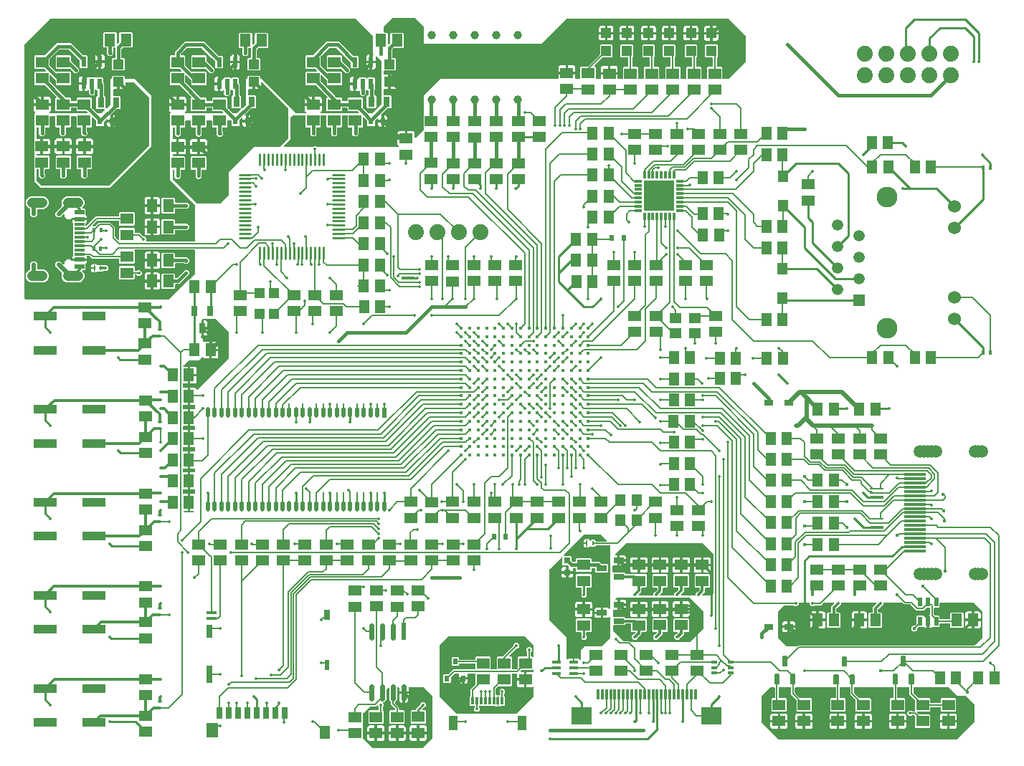
<source format=gbr>
G04 EAGLE Gerber RS-274X export*
G75*
%MOMM*%
%FSLAX34Y34*%
%LPD*%
%INTop Copper*%
%IPPOS*%
%AMOC8*
5,1,8,0,0,1.08239X$1,22.5*%
G01*
%ADD10R,1.500000X1.300000*%
%ADD11R,1.300000X1.500000*%
%ADD12R,1.550000X0.400000*%
%ADD13R,0.675000X0.200000*%
%ADD14R,0.400000X0.500000*%
%ADD15R,0.250000X0.500000*%
%ADD16R,0.800000X0.800000*%
%ADD17R,0.850000X0.300000*%
%ADD18R,0.300000X0.850000*%
%ADD19R,3.600000X3.600000*%
%ADD20R,0.800000X1.400000*%
%ADD21R,1.150000X0.450000*%
%ADD22R,1.350000X1.800000*%
%ADD23R,0.650000X2.140000*%
%ADD24R,0.650000X1.600000*%
%ADD25R,0.650000X1.300000*%
%ADD26R,0.600000X1.150000*%
%ADD27R,1.160000X1.500000*%
%ADD28R,1.335000X1.335000*%
%ADD29C,1.335000*%
%ADD30C,1.530000*%
%ADD31C,2.445000*%
%ADD32C,1.879600*%
%ADD33R,0.800000X1.200000*%
%ADD34R,1.200000X1.200000*%
%ADD35R,0.559000X0.724000*%
%ADD36C,0.150000*%
%ADD37R,2.750000X1.000000*%
%ADD38C,0.450000*%
%ADD39R,0.500000X0.250000*%
%ADD40C,1.000000*%
%ADD41R,0.300000X0.900000*%
%ADD42R,1.100000X1.800000*%
%ADD43R,0.700000X1.250000*%
%ADD44R,1.400000X1.200000*%
%ADD45R,1.200000X1.400000*%
%ADD46R,1.250000X0.700000*%
%ADD47R,2.400000X2.000000*%
%ADD48R,0.300000X1.250000*%
%ADD49R,0.780000X0.350000*%
%ADD50R,1.000000X0.750000*%
%ADD51R,2.600000X0.300000*%
%ADD52C,1.500000*%
%ADD53R,0.532000X1.072000*%
%ADD54R,0.600000X1.200000*%
%ADD55C,0.250000*%
%ADD56R,0.598000X2.005000*%
%ADD57C,0.598000*%
%ADD58R,1.000000X0.400000*%
%ADD59R,0.600000X0.800000*%
%ADD60C,1.200000*%
%ADD61R,1.150000X0.600000*%
%ADD62R,1.150000X0.300000*%
%ADD63R,0.486000X1.206000*%
%ADD64C,0.486000*%
%ADD65R,1.200000X1.300000*%
%ADD66C,0.508000*%
%ADD67C,1.016000*%
%ADD68C,0.609600*%
%ADD69C,0.152400*%
%ADD70C,0.304800*%
%ADD71C,0.203200*%
%ADD72C,0.254000*%
%ADD73C,0.406400*%
%ADD74C,0.353200*%
%ADD75C,0.812800*%
%ADD76C,0.303200*%
%ADD77C,0.200000*%
%ADD78C,0.403200*%

G36*
X248321Y827025D02*
X248321Y827025D01*
X252732Y827025D01*
X253625Y826132D01*
X253625Y812868D01*
X252732Y811975D01*
X245468Y811975D01*
X244575Y812868D01*
X244575Y820079D01*
X244561Y820170D01*
X244553Y820260D01*
X244541Y820290D01*
X244536Y820322D01*
X244493Y820403D01*
X244457Y820487D01*
X244431Y820519D01*
X244420Y820540D01*
X244397Y820562D01*
X244352Y820618D01*
X240538Y824432D01*
X228750Y836220D01*
X228676Y836273D01*
X228606Y836333D01*
X228576Y836345D01*
X228550Y836364D01*
X228463Y836391D01*
X228378Y836425D01*
X228337Y836429D01*
X228315Y836436D01*
X228283Y836435D01*
X228211Y836443D01*
X211789Y836443D01*
X211698Y836429D01*
X211608Y836421D01*
X211578Y836409D01*
X211546Y836404D01*
X211465Y836361D01*
X211381Y836325D01*
X211349Y836299D01*
X211328Y836288D01*
X211306Y836265D01*
X211250Y836220D01*
X203980Y828950D01*
X203927Y828876D01*
X203867Y828806D01*
X203855Y828776D01*
X203836Y828750D01*
X203809Y828663D01*
X203775Y828578D01*
X203771Y828537D01*
X203764Y828515D01*
X203765Y828483D01*
X203757Y828411D01*
X203757Y827986D01*
X203760Y827966D01*
X203758Y827947D01*
X203780Y827845D01*
X203796Y827743D01*
X203806Y827726D01*
X203810Y827706D01*
X203863Y827617D01*
X203912Y827526D01*
X203926Y827512D01*
X203936Y827495D01*
X204015Y827428D01*
X204090Y827356D01*
X204108Y827348D01*
X204123Y827335D01*
X204219Y827296D01*
X204313Y827253D01*
X204333Y827251D01*
X204351Y827243D01*
X204518Y827225D01*
X208332Y827225D01*
X209225Y826332D01*
X209225Y815521D01*
X209239Y815430D01*
X209247Y815340D01*
X209259Y815310D01*
X209264Y815278D01*
X209307Y815197D01*
X209343Y815113D01*
X209369Y815081D01*
X209380Y815060D01*
X209403Y815038D01*
X209448Y814982D01*
X210394Y814036D01*
X210468Y813983D01*
X210525Y813934D01*
X216013Y808446D01*
X216029Y808434D01*
X216042Y808419D01*
X216129Y808363D01*
X216213Y808302D01*
X216232Y808297D01*
X216249Y808286D01*
X216349Y808260D01*
X216448Y808230D01*
X216468Y808231D01*
X216487Y808226D01*
X216590Y808234D01*
X216694Y808236D01*
X216713Y808243D01*
X216732Y808245D01*
X216827Y808285D01*
X216925Y808321D01*
X216940Y808333D01*
X216959Y808341D01*
X217063Y808425D01*
X233332Y808425D01*
X234225Y807532D01*
X234225Y793268D01*
X233332Y792375D01*
X217068Y792375D01*
X216175Y793268D01*
X216175Y797908D01*
X216173Y797921D01*
X216174Y797929D01*
X216164Y797975D01*
X216161Y797998D01*
X216153Y798089D01*
X216141Y798119D01*
X216136Y798151D01*
X216093Y798232D01*
X216057Y798316D01*
X216031Y798348D01*
X216020Y798368D01*
X215997Y798391D01*
X215952Y798447D01*
X210524Y803875D01*
X210466Y803917D01*
X210414Y803966D01*
X210367Y803988D01*
X210325Y804018D01*
X210256Y804039D01*
X210191Y804070D01*
X210139Y804075D01*
X210089Y804091D01*
X210018Y804089D01*
X209947Y804097D01*
X209896Y804086D01*
X209844Y804084D01*
X209776Y804060D01*
X209706Y804044D01*
X209661Y804018D01*
X209613Y804000D01*
X209557Y803955D01*
X209495Y803918D01*
X209461Y803879D01*
X209421Y803846D01*
X209382Y803786D01*
X209335Y803731D01*
X209316Y803683D01*
X209288Y803639D01*
X209270Y803570D01*
X209243Y803503D01*
X209235Y803432D01*
X209227Y803401D01*
X209229Y803377D01*
X209225Y803336D01*
X209225Y795621D01*
X209239Y795530D01*
X209247Y795440D01*
X209259Y795410D01*
X209264Y795378D01*
X209307Y795297D01*
X209343Y795213D01*
X209369Y795181D01*
X209380Y795160D01*
X209403Y795138D01*
X209410Y795129D01*
X209418Y795115D01*
X209427Y795108D01*
X209448Y795082D01*
X226782Y777748D01*
X226856Y777695D01*
X226926Y777635D01*
X226956Y777623D01*
X226982Y777604D01*
X227069Y777577D01*
X227154Y777543D01*
X227195Y777539D01*
X227217Y777532D01*
X227249Y777533D01*
X227321Y777525D01*
X233032Y777525D01*
X233925Y776632D01*
X233925Y773818D01*
X233928Y773798D01*
X233926Y773779D01*
X233948Y773677D01*
X233964Y773575D01*
X233974Y773558D01*
X233978Y773538D01*
X234031Y773449D01*
X234080Y773358D01*
X234094Y773344D01*
X234104Y773327D01*
X234183Y773260D01*
X234258Y773188D01*
X234276Y773180D01*
X234291Y773167D01*
X234387Y773128D01*
X234481Y773085D01*
X234501Y773083D01*
X234519Y773075D01*
X234686Y773057D01*
X239914Y773057D01*
X239934Y773060D01*
X239953Y773058D01*
X240055Y773080D01*
X240157Y773096D01*
X240174Y773106D01*
X240194Y773110D01*
X240283Y773163D01*
X240374Y773212D01*
X240388Y773226D01*
X240405Y773236D01*
X240472Y773315D01*
X240544Y773390D01*
X240552Y773408D01*
X240565Y773423D01*
X240604Y773519D01*
X240647Y773613D01*
X240649Y773633D01*
X240657Y773651D01*
X240675Y773818D01*
X240675Y776532D01*
X241568Y777425D01*
X257832Y777425D01*
X258725Y776532D01*
X258725Y765721D01*
X258739Y765630D01*
X258747Y765540D01*
X258759Y765510D01*
X258764Y765478D01*
X258807Y765397D01*
X258843Y765313D01*
X258869Y765281D01*
X258880Y765260D01*
X258903Y765238D01*
X258948Y765182D01*
X259894Y764236D01*
X259968Y764183D01*
X260025Y764134D01*
X264697Y759462D01*
X264771Y759409D01*
X264841Y759349D01*
X264871Y759337D01*
X264897Y759318D01*
X264984Y759291D01*
X265069Y759257D01*
X265110Y759253D01*
X265132Y759246D01*
X265164Y759247D01*
X265235Y759239D01*
X270000Y759239D01*
X270090Y759254D01*
X270181Y759261D01*
X270211Y759273D01*
X270243Y759279D01*
X270323Y759321D01*
X270407Y759357D01*
X270439Y759383D01*
X270460Y759394D01*
X270482Y759417D01*
X270538Y759462D01*
X274552Y763476D01*
X274594Y763534D01*
X274644Y763586D01*
X274666Y763633D01*
X274696Y763675D01*
X274717Y763744D01*
X274747Y763809D01*
X274753Y763861D01*
X274768Y763911D01*
X274766Y763982D01*
X274774Y764053D01*
X274763Y764104D01*
X274762Y764156D01*
X274737Y764224D01*
X274722Y764294D01*
X274695Y764338D01*
X274677Y764387D01*
X274633Y764443D01*
X274596Y764505D01*
X274556Y764539D01*
X274524Y764579D01*
X274463Y764618D01*
X274409Y764665D01*
X274361Y764684D01*
X274317Y764712D01*
X274247Y764730D01*
X274181Y764757D01*
X274109Y764765D01*
X274078Y764773D01*
X274055Y764771D01*
X274014Y764775D01*
X264868Y764775D01*
X263975Y765668D01*
X263975Y778932D01*
X264868Y779825D01*
X265182Y779825D01*
X265202Y779828D01*
X265221Y779826D01*
X265323Y779848D01*
X265425Y779864D01*
X265442Y779874D01*
X265462Y779878D01*
X265551Y779931D01*
X265642Y779980D01*
X265656Y779994D01*
X265673Y780004D01*
X265740Y780083D01*
X265812Y780158D01*
X265820Y780176D01*
X265833Y780191D01*
X265872Y780287D01*
X265915Y780381D01*
X265917Y780401D01*
X265925Y780419D01*
X265943Y780586D01*
X265943Y785214D01*
X265940Y785234D01*
X265942Y785253D01*
X265920Y785355D01*
X265904Y785457D01*
X265894Y785474D01*
X265890Y785494D01*
X265837Y785583D01*
X265788Y785674D01*
X265774Y785688D01*
X265764Y785705D01*
X265685Y785772D01*
X265610Y785844D01*
X265592Y785852D01*
X265577Y785865D01*
X265481Y785904D01*
X265387Y785947D01*
X265367Y785949D01*
X265349Y785957D01*
X265182Y785975D01*
X264468Y785975D01*
X263888Y786555D01*
X263872Y786567D01*
X263860Y786583D01*
X263772Y786639D01*
X263689Y786699D01*
X263670Y786705D01*
X263653Y786716D01*
X263552Y786741D01*
X263453Y786771D01*
X263433Y786771D01*
X263414Y786776D01*
X263311Y786768D01*
X263208Y786765D01*
X263189Y786758D01*
X263169Y786757D01*
X263074Y786716D01*
X262977Y786681D01*
X262961Y786668D01*
X262943Y786660D01*
X262812Y786555D01*
X262380Y786123D01*
X262326Y786049D01*
X262267Y785980D01*
X262255Y785950D01*
X262236Y785924D01*
X262209Y785837D01*
X262175Y785752D01*
X262171Y785711D01*
X262164Y785689D01*
X262165Y785656D01*
X262157Y785585D01*
X262157Y781627D01*
X259973Y779443D01*
X257027Y779443D01*
X254943Y781527D01*
X254943Y784520D01*
X254945Y784524D01*
X254964Y784550D01*
X254991Y784637D01*
X255025Y784722D01*
X255029Y784763D01*
X255036Y784785D01*
X255035Y784817D01*
X255043Y784889D01*
X255043Y785012D01*
X255032Y785083D01*
X255030Y785155D01*
X255012Y785204D01*
X255004Y785255D01*
X254970Y785318D01*
X254945Y785386D01*
X254913Y785426D01*
X254888Y785472D01*
X254836Y785522D01*
X254792Y785578D01*
X254748Y785606D01*
X254710Y785642D01*
X254645Y785672D01*
X254585Y785711D01*
X254534Y785724D01*
X254487Y785745D01*
X254416Y785753D01*
X254346Y785771D01*
X254294Y785767D01*
X254243Y785773D01*
X254172Y785757D01*
X254101Y785752D01*
X254053Y785731D01*
X254002Y785720D01*
X253941Y785683D01*
X253875Y785655D01*
X253819Y785611D01*
X253791Y785594D01*
X253776Y785576D01*
X253744Y785551D01*
X253660Y785467D01*
X253081Y785132D01*
X252434Y784959D01*
X250599Y784959D01*
X250599Y792762D01*
X250596Y792781D01*
X250598Y792801D01*
X250576Y792903D01*
X250560Y793005D01*
X250550Y793022D01*
X250546Y793042D01*
X250493Y793131D01*
X250444Y793222D01*
X250430Y793236D01*
X250420Y793253D01*
X250341Y793320D01*
X250266Y793391D01*
X250248Y793400D01*
X250233Y793413D01*
X250137Y793451D01*
X250043Y793495D01*
X250023Y793497D01*
X250005Y793504D01*
X250081Y793517D01*
X250098Y793526D01*
X250118Y793530D01*
X250207Y793583D01*
X250298Y793632D01*
X250312Y793646D01*
X250329Y793656D01*
X250396Y793735D01*
X250468Y793810D01*
X250476Y793828D01*
X250489Y793843D01*
X250528Y793940D01*
X250571Y794033D01*
X250573Y794053D01*
X250581Y794071D01*
X250599Y794238D01*
X250599Y802041D01*
X252434Y802041D01*
X253081Y801868D01*
X253660Y801533D01*
X254030Y801163D01*
X254046Y801151D01*
X254059Y801136D01*
X254146Y801080D01*
X254230Y801019D01*
X254249Y801014D01*
X254266Y801003D01*
X254366Y800977D01*
X254465Y800947D01*
X254485Y800948D01*
X254504Y800943D01*
X254607Y800951D01*
X254711Y800953D01*
X254730Y800960D01*
X254750Y800962D01*
X254845Y801002D01*
X254906Y801025D01*
X262232Y801025D01*
X262812Y800445D01*
X262828Y800433D01*
X262840Y800417D01*
X262928Y800361D01*
X263011Y800301D01*
X263030Y800295D01*
X263047Y800284D01*
X263148Y800259D01*
X263247Y800229D01*
X263266Y800229D01*
X263286Y800224D01*
X263389Y800232D01*
X263492Y800235D01*
X263511Y800242D01*
X263531Y800243D01*
X263626Y800284D01*
X263723Y800319D01*
X263739Y800332D01*
X263757Y800340D01*
X263888Y800445D01*
X264468Y801025D01*
X271732Y801025D01*
X272625Y800132D01*
X272625Y794321D01*
X272639Y794230D01*
X272647Y794140D01*
X272659Y794110D01*
X272664Y794078D01*
X272707Y793997D01*
X272743Y793913D01*
X272769Y793881D01*
X272780Y793860D01*
X272803Y793838D01*
X272848Y793782D01*
X273057Y793573D01*
X273057Y780586D01*
X273060Y780566D01*
X273058Y780547D01*
X273080Y780445D01*
X273096Y780343D01*
X273106Y780326D01*
X273110Y780306D01*
X273163Y780217D01*
X273212Y780126D01*
X273226Y780112D01*
X273236Y780095D01*
X273315Y780028D01*
X273390Y779956D01*
X273408Y779948D01*
X273423Y779935D01*
X273519Y779896D01*
X273613Y779853D01*
X273633Y779851D01*
X273651Y779843D01*
X273818Y779825D01*
X274132Y779825D01*
X275025Y778932D01*
X275025Y765786D01*
X275036Y765715D01*
X275038Y765644D01*
X275056Y765595D01*
X275064Y765543D01*
X275098Y765480D01*
X275123Y765413D01*
X275155Y765372D01*
X275180Y765326D01*
X275231Y765277D01*
X275276Y765221D01*
X275320Y765192D01*
X275358Y765156D01*
X275423Y765126D01*
X275483Y765088D01*
X275534Y765075D01*
X275581Y765053D01*
X275652Y765045D01*
X275722Y765027D01*
X275774Y765032D01*
X275825Y765026D01*
X275896Y765041D01*
X275967Y765047D01*
X276015Y765067D01*
X276066Y765078D01*
X276127Y765115D01*
X276193Y765143D01*
X276249Y765188D01*
X276277Y765204D01*
X276292Y765222D01*
X276324Y765248D01*
X280538Y769462D01*
X280591Y769536D01*
X280651Y769605D01*
X280663Y769635D01*
X280682Y769661D01*
X280709Y769748D01*
X280743Y769833D01*
X280747Y769874D01*
X280754Y769897D01*
X280753Y769929D01*
X280761Y770000D01*
X280761Y799239D01*
X281814Y799239D01*
X281834Y799242D01*
X281853Y799240D01*
X281955Y799262D01*
X282057Y799279D01*
X282074Y799288D01*
X282094Y799292D01*
X282183Y799345D01*
X282274Y799394D01*
X282288Y799408D01*
X282305Y799418D01*
X282372Y799497D01*
X282444Y799572D01*
X282452Y799590D01*
X282465Y799605D01*
X282504Y799701D01*
X282547Y799795D01*
X282549Y799815D01*
X282557Y799833D01*
X282575Y800000D01*
X282575Y802532D01*
X283468Y803425D01*
X296732Y803425D01*
X297625Y802532D01*
X297625Y800000D01*
X297628Y799980D01*
X297626Y799961D01*
X297648Y799859D01*
X297664Y799757D01*
X297674Y799740D01*
X297678Y799720D01*
X297731Y799631D01*
X297780Y799540D01*
X297794Y799526D01*
X297804Y799509D01*
X297883Y799442D01*
X297958Y799371D01*
X297976Y799362D01*
X297991Y799349D01*
X298087Y799310D01*
X298181Y799267D01*
X298201Y799265D01*
X298219Y799257D01*
X298386Y799239D01*
X299685Y799239D01*
X339462Y759462D01*
X339536Y759409D01*
X339605Y759349D01*
X339635Y759337D01*
X339661Y759318D01*
X339748Y759291D01*
X339833Y759257D01*
X339874Y759253D01*
X339897Y759246D01*
X339929Y759247D01*
X340000Y759239D01*
X351119Y759239D01*
X351166Y759247D01*
X351214Y759245D01*
X351287Y759266D01*
X351362Y759279D01*
X351404Y759301D01*
X351450Y759315D01*
X351512Y759358D01*
X351579Y759394D01*
X351612Y759428D01*
X351651Y759456D01*
X351696Y759517D01*
X351749Y759572D01*
X351769Y759615D01*
X351797Y759654D01*
X351820Y759726D01*
X351852Y759795D01*
X351857Y759843D01*
X351872Y759888D01*
X351871Y759964D01*
X351879Y760039D01*
X351869Y760086D01*
X351868Y760134D01*
X351843Y760206D01*
X351827Y760280D01*
X351802Y760321D01*
X351786Y760366D01*
X351740Y760426D01*
X351701Y760491D01*
X351664Y760522D01*
X351635Y760560D01*
X351531Y760636D01*
X351514Y760651D01*
X351508Y760653D01*
X351500Y760659D01*
X351140Y760867D01*
X350667Y761340D01*
X350332Y761919D01*
X350159Y762566D01*
X350159Y767877D01*
X359438Y767877D01*
X359458Y767880D01*
X359477Y767878D01*
X359579Y767900D01*
X359681Y767917D01*
X359698Y767926D01*
X359718Y767930D01*
X359807Y767983D01*
X359898Y768032D01*
X359912Y768046D01*
X359929Y768056D01*
X359996Y768135D01*
X360067Y768210D01*
X360076Y768228D01*
X360089Y768243D01*
X360128Y768339D01*
X360171Y768433D01*
X360173Y768453D01*
X360181Y768471D01*
X360199Y768638D01*
X360199Y769401D01*
X360201Y769401D01*
X360201Y768638D01*
X360204Y768618D01*
X360202Y768599D01*
X360224Y768497D01*
X360241Y768395D01*
X360250Y768378D01*
X360254Y768358D01*
X360307Y768269D01*
X360356Y768178D01*
X360370Y768164D01*
X360380Y768147D01*
X360459Y768080D01*
X360534Y768009D01*
X360552Y768000D01*
X360567Y767987D01*
X360663Y767948D01*
X360757Y767905D01*
X360777Y767903D01*
X360795Y767895D01*
X360962Y767877D01*
X370241Y767877D01*
X370241Y762566D01*
X370068Y761919D01*
X369733Y761340D01*
X369260Y760867D01*
X368900Y760659D01*
X368863Y760629D01*
X368821Y760606D01*
X368769Y760552D01*
X368710Y760504D01*
X368685Y760463D01*
X368651Y760428D01*
X368620Y760359D01*
X368579Y760295D01*
X368568Y760249D01*
X368548Y760205D01*
X368540Y760130D01*
X368522Y760056D01*
X368526Y760008D01*
X368521Y759961D01*
X368537Y759886D01*
X368544Y759811D01*
X368563Y759767D01*
X368573Y759720D01*
X368612Y759655D01*
X368642Y759586D01*
X368675Y759550D01*
X368699Y759509D01*
X368757Y759460D01*
X368808Y759404D01*
X368850Y759380D01*
X368886Y759349D01*
X368956Y759321D01*
X369023Y759284D01*
X369070Y759275D01*
X369114Y759257D01*
X369242Y759243D01*
X369264Y759239D01*
X369271Y759240D01*
X369281Y759239D01*
X412993Y759239D01*
X413064Y759250D01*
X413136Y759252D01*
X413185Y759270D01*
X413236Y759279D01*
X413300Y759312D01*
X413367Y759337D01*
X413408Y759369D01*
X413454Y759394D01*
X413503Y759446D01*
X413559Y759490D01*
X413587Y759534D01*
X413623Y759572D01*
X413653Y759637D01*
X413692Y759697D01*
X413705Y759748D01*
X413727Y759795D01*
X413734Y759866D01*
X413752Y759936D01*
X413748Y759988D01*
X413754Y760039D01*
X413738Y760110D01*
X413733Y760181D01*
X413712Y760229D01*
X413701Y760280D01*
X413665Y760341D01*
X413637Y760407D01*
X413592Y760463D01*
X413575Y760491D01*
X413558Y760506D01*
X413532Y760538D01*
X412918Y761152D01*
X412844Y761206D01*
X412774Y761265D01*
X412744Y761277D01*
X412718Y761296D01*
X412631Y761323D01*
X412546Y761357D01*
X412505Y761361D01*
X412483Y761368D01*
X412451Y761367D01*
X412379Y761375D01*
X401568Y761375D01*
X400675Y762268D01*
X400675Y765182D01*
X400672Y765202D01*
X400674Y765221D01*
X400652Y765323D01*
X400636Y765425D01*
X400626Y765442D01*
X400622Y765462D01*
X400569Y765551D01*
X400520Y765642D01*
X400506Y765656D01*
X400496Y765673D01*
X400417Y765740D01*
X400342Y765812D01*
X400324Y765820D01*
X400309Y765833D01*
X400213Y765872D01*
X400119Y765915D01*
X400099Y765917D01*
X400081Y765925D01*
X399914Y765943D01*
X394686Y765943D01*
X394666Y765940D01*
X394647Y765942D01*
X394545Y765920D01*
X394443Y765904D01*
X394426Y765894D01*
X394406Y765890D01*
X394317Y765837D01*
X394226Y765788D01*
X394212Y765774D01*
X394195Y765764D01*
X394128Y765685D01*
X394056Y765610D01*
X394048Y765592D01*
X394035Y765577D01*
X393996Y765481D01*
X393953Y765387D01*
X393951Y765367D01*
X393943Y765349D01*
X393925Y765182D01*
X393925Y762368D01*
X393032Y761475D01*
X376768Y761475D01*
X375875Y762368D01*
X375875Y776632D01*
X376769Y777525D01*
X376780Y777541D01*
X376796Y777554D01*
X376852Y777641D01*
X376912Y777725D01*
X376918Y777744D01*
X376929Y777760D01*
X376954Y777861D01*
X376984Y777960D01*
X376984Y777980D01*
X376989Y777999D01*
X376981Y778102D01*
X376978Y778206D01*
X376971Y778224D01*
X376970Y778244D01*
X376929Y778339D01*
X376894Y778437D01*
X376881Y778452D01*
X376873Y778470D01*
X376769Y778601D01*
X363418Y791952D01*
X363344Y792005D01*
X363274Y792065D01*
X363244Y792077D01*
X363218Y792096D01*
X363131Y792123D01*
X363046Y792157D01*
X363005Y792161D01*
X362983Y792168D01*
X362951Y792167D01*
X362879Y792175D01*
X352068Y792175D01*
X351175Y793068D01*
X351175Y807332D01*
X352068Y808225D01*
X364307Y808225D01*
X364378Y808236D01*
X364450Y808238D01*
X364499Y808256D01*
X364550Y808264D01*
X364614Y808298D01*
X364681Y808323D01*
X364722Y808355D01*
X364768Y808380D01*
X364817Y808432D01*
X364873Y808476D01*
X364901Y808520D01*
X364937Y808558D01*
X364967Y808623D01*
X365006Y808683D01*
X365019Y808734D01*
X365041Y808781D01*
X365049Y808852D01*
X365066Y808922D01*
X365062Y808974D01*
X365068Y809025D01*
X365052Y809096D01*
X365047Y809167D01*
X365027Y809215D01*
X365015Y809266D01*
X364979Y809327D01*
X364951Y809393D01*
X364906Y809449D01*
X364889Y809477D01*
X364871Y809492D01*
X364846Y809524D01*
X363418Y810952D01*
X363344Y811005D01*
X363274Y811065D01*
X363244Y811077D01*
X363218Y811096D01*
X363131Y811123D01*
X363046Y811157D01*
X363005Y811161D01*
X362983Y811168D01*
X362951Y811167D01*
X362879Y811175D01*
X352068Y811175D01*
X351175Y812068D01*
X351175Y826332D01*
X352068Y827225D01*
X359379Y827225D01*
X359470Y827239D01*
X359560Y827247D01*
X359590Y827259D01*
X359622Y827264D01*
X359703Y827307D01*
X359787Y827343D01*
X359819Y827369D01*
X359840Y827380D01*
X359862Y827403D01*
X359918Y827448D01*
X370538Y838068D01*
X376027Y843557D01*
X390273Y843557D01*
X406582Y827248D01*
X406656Y827195D01*
X406726Y827135D01*
X406756Y827123D01*
X406782Y827104D01*
X406869Y827077D01*
X406954Y827043D01*
X406995Y827039D01*
X407017Y827032D01*
X407049Y827033D01*
X407121Y827025D01*
X412932Y827025D01*
X413825Y826132D01*
X413825Y812868D01*
X412932Y811975D01*
X405668Y811975D01*
X404775Y812868D01*
X404775Y818679D01*
X404761Y818770D01*
X404753Y818860D01*
X404741Y818890D01*
X404736Y818922D01*
X404693Y819003D01*
X404657Y819087D01*
X404631Y819119D01*
X404620Y819140D01*
X404597Y819162D01*
X404552Y819218D01*
X387550Y836220D01*
X387476Y836273D01*
X387406Y836333D01*
X387376Y836345D01*
X387350Y836364D01*
X387263Y836391D01*
X387178Y836425D01*
X387137Y836429D01*
X387115Y836436D01*
X387083Y836435D01*
X387011Y836443D01*
X379289Y836443D01*
X379198Y836429D01*
X379108Y836421D01*
X379078Y836409D01*
X379046Y836404D01*
X378965Y836361D01*
X378881Y836325D01*
X378849Y836299D01*
X378828Y836288D01*
X378806Y836265D01*
X378750Y836220D01*
X369448Y826918D01*
X369395Y826844D01*
X369335Y826774D01*
X369323Y826744D01*
X369304Y826718D01*
X369277Y826631D01*
X369243Y826546D01*
X369239Y826505D01*
X369232Y826483D01*
X369233Y826451D01*
X369225Y826379D01*
X369225Y815521D01*
X369239Y815430D01*
X369247Y815340D01*
X369259Y815310D01*
X369264Y815278D01*
X369307Y815197D01*
X369343Y815113D01*
X369369Y815081D01*
X369380Y815060D01*
X369403Y815038D01*
X369448Y814982D01*
X370394Y814036D01*
X370468Y813983D01*
X370525Y813934D01*
X376113Y808346D01*
X376129Y808334D01*
X376142Y808319D01*
X376229Y808263D01*
X376313Y808202D01*
X376332Y808196D01*
X376349Y808186D01*
X376449Y808160D01*
X376548Y808130D01*
X376568Y808131D01*
X376587Y808126D01*
X376690Y808134D01*
X376794Y808136D01*
X376813Y808143D01*
X376832Y808145D01*
X376928Y808185D01*
X377025Y808221D01*
X377030Y808225D01*
X393332Y808225D01*
X394225Y807332D01*
X394225Y793068D01*
X393332Y792175D01*
X377068Y792175D01*
X376175Y793068D01*
X376175Y797908D01*
X376161Y797998D01*
X376153Y798089D01*
X376141Y798119D01*
X376136Y798151D01*
X376093Y798232D01*
X376057Y798316D01*
X376031Y798348D01*
X376020Y798368D01*
X375997Y798391D01*
X375952Y798447D01*
X370524Y803875D01*
X370466Y803917D01*
X370414Y803966D01*
X370367Y803988D01*
X370325Y804018D01*
X370256Y804039D01*
X370191Y804070D01*
X370139Y804075D01*
X370089Y804091D01*
X370018Y804089D01*
X369947Y804097D01*
X369896Y804086D01*
X369844Y804084D01*
X369776Y804060D01*
X369706Y804044D01*
X369661Y804018D01*
X369613Y804000D01*
X369557Y803955D01*
X369495Y803918D01*
X369461Y803879D01*
X369421Y803846D01*
X369382Y803786D01*
X369335Y803731D01*
X369316Y803683D01*
X369288Y803639D01*
X369270Y803570D01*
X369243Y803503D01*
X369235Y803432D01*
X369227Y803401D01*
X369229Y803377D01*
X369225Y803336D01*
X369225Y796521D01*
X369227Y796509D01*
X369226Y796501D01*
X369235Y796459D01*
X369239Y796430D01*
X369247Y796340D01*
X369259Y796310D01*
X369264Y796278D01*
X369307Y796197D01*
X369343Y796113D01*
X369369Y796081D01*
X369380Y796060D01*
X369403Y796038D01*
X369448Y795982D01*
X386150Y779280D01*
X387682Y777748D01*
X387756Y777695D01*
X387826Y777635D01*
X387856Y777623D01*
X387882Y777604D01*
X387969Y777577D01*
X388054Y777543D01*
X388095Y777539D01*
X388117Y777532D01*
X388149Y777533D01*
X388221Y777525D01*
X393032Y777525D01*
X393925Y776632D01*
X393925Y773818D01*
X393928Y773798D01*
X393926Y773779D01*
X393948Y773677D01*
X393964Y773575D01*
X393974Y773558D01*
X393978Y773538D01*
X394031Y773449D01*
X394080Y773358D01*
X394094Y773344D01*
X394104Y773327D01*
X394183Y773260D01*
X394258Y773188D01*
X394276Y773180D01*
X394291Y773167D01*
X394387Y773128D01*
X394481Y773085D01*
X394501Y773083D01*
X394519Y773075D01*
X394686Y773057D01*
X399914Y773057D01*
X399934Y773060D01*
X399953Y773058D01*
X400055Y773080D01*
X400157Y773096D01*
X400174Y773106D01*
X400194Y773110D01*
X400283Y773163D01*
X400374Y773212D01*
X400388Y773226D01*
X400405Y773236D01*
X400472Y773315D01*
X400544Y773390D01*
X400552Y773408D01*
X400565Y773423D01*
X400604Y773519D01*
X400647Y773613D01*
X400649Y773633D01*
X400657Y773651D01*
X400675Y773818D01*
X400675Y776532D01*
X401568Y777425D01*
X417832Y777425D01*
X418725Y776532D01*
X418725Y765721D01*
X418739Y765630D01*
X418747Y765540D01*
X418759Y765510D01*
X418764Y765478D01*
X418807Y765397D01*
X418843Y765313D01*
X418869Y765281D01*
X418880Y765260D01*
X418903Y765238D01*
X418948Y765182D01*
X419894Y764236D01*
X419968Y764183D01*
X420025Y764134D01*
X424697Y759462D01*
X424771Y759409D01*
X424841Y759349D01*
X424871Y759337D01*
X424897Y759318D01*
X424984Y759291D01*
X425069Y759257D01*
X425110Y759253D01*
X425132Y759246D01*
X425164Y759247D01*
X425235Y759239D01*
X430000Y759239D01*
X430090Y759254D01*
X430181Y759261D01*
X430211Y759273D01*
X430243Y759279D01*
X430323Y759321D01*
X430407Y759357D01*
X430439Y759383D01*
X430460Y759394D01*
X430482Y759417D01*
X430538Y759462D01*
X440538Y769462D01*
X440591Y769536D01*
X440651Y769605D01*
X440663Y769635D01*
X440682Y769661D01*
X440709Y769748D01*
X440743Y769833D01*
X440747Y769874D01*
X440754Y769897D01*
X440753Y769929D01*
X440761Y770000D01*
X440761Y820000D01*
X440747Y820090D01*
X440739Y820181D01*
X440727Y820211D01*
X440722Y820243D01*
X440679Y820323D01*
X440643Y820407D01*
X440617Y820439D01*
X440606Y820460D01*
X440583Y820482D01*
X440538Y820538D01*
X435140Y825936D01*
X435082Y825978D01*
X435030Y826028D01*
X434983Y826050D01*
X434941Y826080D01*
X434872Y826101D01*
X434807Y826131D01*
X434755Y826137D01*
X434705Y826152D01*
X434634Y826150D01*
X434563Y826158D01*
X434512Y826147D01*
X434460Y826146D01*
X434392Y826121D01*
X434322Y826106D01*
X434277Y826079D01*
X434229Y826061D01*
X434173Y826017D01*
X434111Y825980D01*
X434077Y825940D01*
X434037Y825908D01*
X433998Y825847D01*
X433951Y825793D01*
X433932Y825745D01*
X433904Y825701D01*
X433886Y825631D01*
X433859Y825565D01*
X433851Y825493D01*
X433843Y825462D01*
X433845Y825439D01*
X433841Y825398D01*
X433841Y820999D01*
X429799Y820999D01*
X429799Y828041D01*
X431198Y828041D01*
X431269Y828052D01*
X431340Y828054D01*
X431389Y828072D01*
X431441Y828080D01*
X431504Y828114D01*
X431571Y828139D01*
X431612Y828171D01*
X431658Y828196D01*
X431707Y828247D01*
X431763Y828292D01*
X431792Y828336D01*
X431828Y828374D01*
X431858Y828439D01*
X431896Y828499D01*
X431909Y828550D01*
X431931Y828597D01*
X431939Y828668D01*
X431957Y828738D01*
X431952Y828790D01*
X431958Y828841D01*
X431943Y828912D01*
X431937Y828983D01*
X431917Y829031D01*
X431906Y829082D01*
X431869Y829143D01*
X431841Y829209D01*
X431796Y829265D01*
X431780Y829293D01*
X431762Y829308D01*
X431736Y829340D01*
X430761Y830315D01*
X430761Y850000D01*
X430747Y850090D01*
X430739Y850181D01*
X430727Y850211D01*
X430722Y850243D01*
X430679Y850323D01*
X430643Y850407D01*
X430617Y850439D01*
X430606Y850460D01*
X430583Y850482D01*
X430538Y850538D01*
X410538Y870538D01*
X410464Y870591D01*
X410395Y870651D01*
X410365Y870663D01*
X410339Y870682D01*
X410252Y870709D01*
X410167Y870743D01*
X410126Y870747D01*
X410103Y870754D01*
X410071Y870753D01*
X410000Y870761D01*
X50000Y870761D01*
X49910Y870747D01*
X49819Y870739D01*
X49789Y870727D01*
X49757Y870722D01*
X49677Y870679D01*
X49593Y870643D01*
X49561Y870617D01*
X49540Y870606D01*
X49518Y870583D01*
X49462Y870538D01*
X19462Y840538D01*
X19409Y840464D01*
X19349Y840395D01*
X19337Y840365D01*
X19318Y840339D01*
X19291Y840252D01*
X19257Y840167D01*
X19253Y840126D01*
X19246Y840103D01*
X19247Y840071D01*
X19239Y840000D01*
X19239Y540000D01*
X19242Y539980D01*
X19240Y539961D01*
X19262Y539859D01*
X19279Y539757D01*
X19288Y539740D01*
X19292Y539720D01*
X19345Y539631D01*
X19394Y539540D01*
X19408Y539526D01*
X19418Y539509D01*
X19497Y539442D01*
X19572Y539371D01*
X19590Y539362D01*
X19605Y539349D01*
X19701Y539310D01*
X19795Y539267D01*
X19815Y539265D01*
X19833Y539257D01*
X20000Y539239D01*
X190000Y539239D01*
X190090Y539254D01*
X190181Y539261D01*
X190211Y539273D01*
X190243Y539279D01*
X190323Y539321D01*
X190407Y539357D01*
X190439Y539383D01*
X190460Y539394D01*
X190482Y539417D01*
X190538Y539462D01*
X212052Y560976D01*
X212105Y561050D01*
X212165Y561119D01*
X212177Y561149D01*
X212196Y561175D01*
X212223Y561262D01*
X212257Y561347D01*
X212261Y561388D01*
X212268Y561411D01*
X212267Y561443D01*
X212275Y561514D01*
X212275Y561832D01*
X213168Y562725D01*
X213486Y562725D01*
X213576Y562739D01*
X213667Y562747D01*
X213697Y562759D01*
X213729Y562764D01*
X213809Y562807D01*
X213893Y562843D01*
X213925Y562869D01*
X213946Y562880D01*
X213968Y562903D01*
X214024Y562948D01*
X220538Y569462D01*
X220591Y569536D01*
X220651Y569605D01*
X220663Y569635D01*
X220682Y569661D01*
X220709Y569748D01*
X220743Y569833D01*
X220747Y569874D01*
X220754Y569897D01*
X220753Y569929D01*
X220761Y570000D01*
X220761Y596952D01*
X220758Y596972D01*
X220760Y596991D01*
X220738Y597093D01*
X220722Y597195D01*
X220712Y597212D01*
X220708Y597232D01*
X220655Y597321D01*
X220606Y597412D01*
X220592Y597426D01*
X220582Y597443D01*
X220503Y597510D01*
X220428Y597582D01*
X220410Y597590D01*
X220395Y597603D01*
X220299Y597642D01*
X220205Y597685D01*
X220185Y597687D01*
X220167Y597695D01*
X220000Y597713D01*
X149881Y597713D01*
X149810Y597702D01*
X149738Y597700D01*
X149689Y597682D01*
X149638Y597674D01*
X149575Y597640D01*
X149507Y597615D01*
X149467Y597583D01*
X149421Y597558D01*
X149371Y597506D01*
X149315Y597462D01*
X149287Y597418D01*
X149251Y597380D01*
X149221Y597315D01*
X149182Y597255D01*
X149170Y597204D01*
X149148Y597157D01*
X149140Y597086D01*
X149122Y597016D01*
X149126Y596964D01*
X149121Y596913D01*
X149136Y596842D01*
X149141Y596771D01*
X149162Y596723D01*
X149173Y596672D01*
X149210Y596611D01*
X149225Y596575D01*
X149225Y582268D01*
X148332Y581375D01*
X132068Y581375D01*
X131175Y582268D01*
X131175Y586352D01*
X131172Y586372D01*
X131174Y586391D01*
X131152Y586493D01*
X131136Y586595D01*
X131126Y586612D01*
X131122Y586632D01*
X131069Y586721D01*
X131020Y586812D01*
X131006Y586826D01*
X130996Y586843D01*
X130917Y586910D01*
X130842Y586982D01*
X130824Y586990D01*
X130809Y587003D01*
X130713Y587042D01*
X130619Y587085D01*
X130599Y587087D01*
X130581Y587095D01*
X130414Y587113D01*
X99653Y587113D01*
X96776Y589990D01*
X96702Y590043D01*
X96632Y590103D01*
X96602Y590115D01*
X96576Y590134D01*
X96489Y590161D01*
X96404Y590195D01*
X96363Y590199D01*
X96341Y590206D01*
X96309Y590205D01*
X96237Y590213D01*
X93297Y590213D01*
X93180Y590194D01*
X93061Y590176D01*
X93058Y590174D01*
X93055Y590174D01*
X92950Y590118D01*
X92843Y590063D01*
X92840Y590060D01*
X92837Y590058D01*
X92819Y590039D01*
X92755Y589972D01*
X92672Y589886D01*
X92670Y589883D01*
X92668Y589880D01*
X92618Y589772D01*
X92566Y589664D01*
X92566Y589660D01*
X92564Y589657D01*
X92551Y589539D01*
X92537Y589420D01*
X92537Y589415D01*
X92537Y589413D01*
X92540Y589400D01*
X92541Y589394D01*
X92541Y587499D01*
X84988Y587499D01*
X84969Y587496D01*
X84949Y587498D01*
X84847Y587476D01*
X84745Y587460D01*
X84728Y587450D01*
X84708Y587446D01*
X84619Y587393D01*
X84528Y587344D01*
X84514Y587330D01*
X84497Y587320D01*
X84430Y587241D01*
X84359Y587166D01*
X84350Y587148D01*
X84337Y587133D01*
X84299Y587037D01*
X84255Y586943D01*
X84253Y586923D01*
X84246Y586905D01*
X84233Y586981D01*
X84224Y586998D01*
X84220Y587018D01*
X84167Y587107D01*
X84118Y587198D01*
X84104Y587212D01*
X84094Y587229D01*
X84015Y587296D01*
X83940Y587368D01*
X83922Y587376D01*
X83907Y587389D01*
X83810Y587428D01*
X83717Y587471D01*
X83697Y587473D01*
X83679Y587481D01*
X83512Y587499D01*
X75959Y587499D01*
X75959Y589334D01*
X76132Y589981D01*
X76467Y590560D01*
X76752Y590845D01*
X76805Y590919D01*
X76865Y590989D01*
X76877Y591019D01*
X76896Y591045D01*
X76923Y591132D01*
X76957Y591217D01*
X76961Y591258D01*
X76968Y591280D01*
X76967Y591312D01*
X76975Y591384D01*
X76975Y594736D01*
X76991Y594798D01*
X77021Y594896D01*
X77021Y594916D01*
X77026Y594936D01*
X77018Y595039D01*
X77015Y595142D01*
X77008Y595161D01*
X77007Y595181D01*
X76975Y595254D01*
X76975Y599736D01*
X76991Y599798D01*
X77021Y599896D01*
X77021Y599916D01*
X77026Y599936D01*
X77018Y600039D01*
X77015Y600142D01*
X77008Y600161D01*
X77007Y600181D01*
X76975Y600254D01*
X76975Y604736D01*
X76991Y604798D01*
X77021Y604896D01*
X77021Y604916D01*
X77026Y604936D01*
X77018Y605039D01*
X77015Y605142D01*
X77008Y605161D01*
X77007Y605181D01*
X76975Y605254D01*
X76975Y609736D01*
X76991Y609798D01*
X77021Y609897D01*
X77021Y609917D01*
X77026Y609936D01*
X77018Y610039D01*
X77015Y610142D01*
X77008Y610161D01*
X77007Y610181D01*
X76975Y610255D01*
X76975Y614736D01*
X76991Y614798D01*
X77021Y614897D01*
X77021Y614917D01*
X77026Y614936D01*
X77018Y615039D01*
X77015Y615142D01*
X77008Y615161D01*
X77007Y615181D01*
X76975Y615255D01*
X76975Y619736D01*
X76991Y619798D01*
X77021Y619897D01*
X77021Y619917D01*
X77026Y619936D01*
X77018Y620039D01*
X77015Y620142D01*
X77008Y620161D01*
X77007Y620181D01*
X76975Y620255D01*
X76975Y624736D01*
X76991Y624798D01*
X77021Y624897D01*
X77021Y624917D01*
X77026Y624936D01*
X77018Y625039D01*
X77015Y625142D01*
X77008Y625161D01*
X77007Y625181D01*
X76975Y625255D01*
X76975Y628616D01*
X76961Y628706D01*
X76953Y628797D01*
X76941Y628827D01*
X76936Y628859D01*
X76893Y628940D01*
X76857Y629024D01*
X76831Y629056D01*
X76820Y629076D01*
X76797Y629099D01*
X76752Y629155D01*
X76467Y629440D01*
X76132Y630019D01*
X75959Y630666D01*
X75959Y632501D01*
X83512Y632501D01*
X83531Y632504D01*
X83551Y632502D01*
X83653Y632524D01*
X83755Y632540D01*
X83772Y632550D01*
X83792Y632554D01*
X83881Y632607D01*
X83972Y632656D01*
X83986Y632670D01*
X84003Y632680D01*
X84070Y632759D01*
X84141Y632834D01*
X84150Y632852D01*
X84163Y632867D01*
X84201Y632963D01*
X84245Y633057D01*
X84247Y633077D01*
X84254Y633095D01*
X84267Y633019D01*
X84276Y633002D01*
X84280Y632982D01*
X84333Y632893D01*
X84382Y632802D01*
X84396Y632788D01*
X84406Y632771D01*
X84485Y632704D01*
X84560Y632632D01*
X84578Y632624D01*
X84593Y632611D01*
X84690Y632572D01*
X84783Y632529D01*
X84803Y632527D01*
X84821Y632519D01*
X84988Y632501D01*
X92541Y632501D01*
X92541Y630665D01*
X92368Y630019D01*
X92215Y629755D01*
X92215Y629754D01*
X92033Y629440D01*
X91748Y629155D01*
X91695Y629081D01*
X91635Y629011D01*
X91623Y628981D01*
X91604Y628955D01*
X91577Y628868D01*
X91543Y628783D01*
X91539Y628742D01*
X91532Y628720D01*
X91533Y628688D01*
X91525Y628616D01*
X91525Y626596D01*
X91536Y626526D01*
X91538Y626454D01*
X91556Y626405D01*
X91564Y626354D01*
X91598Y626290D01*
X91623Y626223D01*
X91655Y626182D01*
X91680Y626136D01*
X91732Y626087D01*
X91776Y626031D01*
X91820Y626003D01*
X91858Y625967D01*
X91923Y625937D01*
X91983Y625898D01*
X92034Y625885D01*
X92081Y625863D01*
X92152Y625855D01*
X92222Y625838D01*
X92274Y625842D01*
X92325Y625836D01*
X92396Y625851D01*
X92467Y625857D01*
X92515Y625877D01*
X92566Y625888D01*
X92627Y625925D01*
X92693Y625953D01*
X92749Y625998D01*
X92777Y626015D01*
X92792Y626032D01*
X92824Y626058D01*
X103453Y636687D01*
X130414Y636687D01*
X130434Y636690D01*
X130453Y636688D01*
X130555Y636710D01*
X130657Y636726D01*
X130674Y636736D01*
X130694Y636740D01*
X130783Y636793D01*
X130874Y636842D01*
X130888Y636856D01*
X130905Y636866D01*
X130972Y636945D01*
X131044Y637020D01*
X131052Y637038D01*
X131065Y637053D01*
X131104Y637149D01*
X131147Y637243D01*
X131149Y637263D01*
X131157Y637281D01*
X131175Y637448D01*
X131175Y641532D01*
X132068Y642425D01*
X148332Y642425D01*
X149225Y641532D01*
X149225Y627268D01*
X148332Y626375D01*
X132068Y626375D01*
X131175Y627268D01*
X131175Y631352D01*
X131172Y631372D01*
X131174Y631391D01*
X131152Y631493D01*
X131136Y631595D01*
X131126Y631612D01*
X131122Y631632D01*
X131069Y631721D01*
X131020Y631812D01*
X131006Y631826D01*
X130996Y631843D01*
X130917Y631910D01*
X130842Y631982D01*
X130824Y631990D01*
X130809Y632003D01*
X130713Y632042D01*
X130619Y632085D01*
X130599Y632087D01*
X130581Y632095D01*
X130414Y632113D01*
X105663Y632113D01*
X105572Y632099D01*
X105482Y632091D01*
X105452Y632079D01*
X105420Y632074D01*
X105339Y632031D01*
X105255Y631995D01*
X105223Y631969D01*
X105202Y631958D01*
X105180Y631935D01*
X105124Y631890D01*
X99658Y626424D01*
X99616Y626366D01*
X99567Y626314D01*
X99545Y626267D01*
X99515Y626225D01*
X99494Y626156D01*
X99463Y626091D01*
X99458Y626039D01*
X99442Y625989D01*
X99444Y625918D01*
X99436Y625847D01*
X99447Y625796D01*
X99449Y625744D01*
X99473Y625676D01*
X99488Y625606D01*
X99515Y625561D01*
X99533Y625513D01*
X99578Y625457D01*
X99615Y625395D01*
X99654Y625361D01*
X99687Y625321D01*
X99747Y625282D01*
X99802Y625235D01*
X99850Y625216D01*
X99894Y625188D01*
X99963Y625170D01*
X100030Y625143D01*
X100101Y625135D01*
X100132Y625127D01*
X100156Y625129D01*
X100196Y625125D01*
X102076Y625125D01*
X102166Y625139D01*
X102257Y625147D01*
X102286Y625159D01*
X102318Y625164D01*
X102399Y625207D01*
X102483Y625243D01*
X102515Y625269D01*
X102536Y625280D01*
X102558Y625303D01*
X102614Y625348D01*
X105490Y628224D01*
X107053Y629787D01*
X120947Y629787D01*
X126287Y624447D01*
X126287Y613263D01*
X126301Y613172D01*
X126309Y613082D01*
X126321Y613052D01*
X126326Y613020D01*
X126369Y612939D01*
X126405Y612855D01*
X126431Y612823D01*
X126442Y612802D01*
X126465Y612780D01*
X126510Y612724D01*
X129876Y609358D01*
X129934Y609316D01*
X129986Y609267D01*
X130033Y609245D01*
X130075Y609215D01*
X130144Y609194D01*
X130209Y609163D01*
X130261Y609158D01*
X130311Y609142D01*
X130382Y609144D01*
X130453Y609136D01*
X130504Y609147D01*
X130556Y609149D01*
X130624Y609173D01*
X130694Y609188D01*
X130739Y609215D01*
X130787Y609233D01*
X130843Y609278D01*
X130905Y609315D01*
X130939Y609354D01*
X130979Y609387D01*
X131018Y609447D01*
X131065Y609502D01*
X131084Y609550D01*
X131112Y609594D01*
X131130Y609663D01*
X131157Y609730D01*
X131165Y609801D01*
X131173Y609832D01*
X131171Y609856D01*
X131175Y609896D01*
X131175Y622532D01*
X132068Y623425D01*
X148332Y623425D01*
X149225Y622532D01*
X149225Y618448D01*
X149228Y618428D01*
X149226Y618409D01*
X149248Y618307D01*
X149264Y618205D01*
X149274Y618188D01*
X149278Y618168D01*
X149331Y618079D01*
X149380Y617988D01*
X149394Y617974D01*
X149404Y617957D01*
X149483Y617890D01*
X149558Y617818D01*
X149576Y617810D01*
X149591Y617797D01*
X149687Y617758D01*
X149781Y617715D01*
X149801Y617713D01*
X149819Y617705D01*
X149986Y617687D01*
X155547Y617687D01*
X159720Y613514D01*
X159794Y613461D01*
X159864Y613401D01*
X159894Y613389D01*
X159920Y613370D01*
X160007Y613343D01*
X160092Y613309D01*
X160133Y613305D01*
X160155Y613298D01*
X160187Y613299D01*
X160259Y613291D01*
X161363Y613291D01*
X163291Y611363D01*
X163291Y608637D01*
X163240Y608586D01*
X163198Y608528D01*
X163149Y608476D01*
X163127Y608429D01*
X163097Y608387D01*
X163075Y608318D01*
X163045Y608253D01*
X163039Y608201D01*
X163024Y608151D01*
X163026Y608080D01*
X163018Y608009D01*
X163029Y607958D01*
X163031Y607906D01*
X163055Y607838D01*
X163070Y607768D01*
X163097Y607723D01*
X163115Y607675D01*
X163160Y607619D01*
X163197Y607557D01*
X163236Y607523D01*
X163269Y607483D01*
X163329Y607444D01*
X163383Y607397D01*
X163432Y607378D01*
X163476Y607350D01*
X163545Y607332D01*
X163612Y607305D01*
X163683Y607297D01*
X163714Y607289D01*
X163737Y607291D01*
X163778Y607287D01*
X220000Y607287D01*
X220020Y607290D01*
X220039Y607288D01*
X220141Y607310D01*
X220243Y607326D01*
X220260Y607336D01*
X220280Y607340D01*
X220369Y607393D01*
X220460Y607442D01*
X220474Y607456D01*
X220491Y607466D01*
X220558Y607545D01*
X220630Y607620D01*
X220638Y607638D01*
X220651Y607653D01*
X220690Y607749D01*
X220733Y607843D01*
X220735Y607863D01*
X220743Y607881D01*
X220761Y608048D01*
X220761Y650000D01*
X220747Y650090D01*
X220739Y650181D01*
X220727Y650211D01*
X220722Y650243D01*
X220679Y650323D01*
X220643Y650407D01*
X220617Y650439D01*
X220606Y650460D01*
X220583Y650482D01*
X220538Y650538D01*
X190761Y680315D01*
X190761Y759239D01*
X191119Y759239D01*
X191166Y759247D01*
X191214Y759245D01*
X191287Y759266D01*
X191362Y759279D01*
X191404Y759301D01*
X191450Y759315D01*
X191512Y759358D01*
X191579Y759394D01*
X191612Y759428D01*
X191651Y759456D01*
X191696Y759517D01*
X191749Y759572D01*
X191769Y759615D01*
X191797Y759654D01*
X191820Y759726D01*
X191852Y759795D01*
X191857Y759843D01*
X191872Y759888D01*
X191871Y759964D01*
X191879Y760039D01*
X191869Y760086D01*
X191868Y760134D01*
X191843Y760206D01*
X191827Y760280D01*
X191802Y760321D01*
X191786Y760366D01*
X191740Y760426D01*
X191701Y760491D01*
X191664Y760522D01*
X191635Y760560D01*
X191531Y760636D01*
X191514Y760651D01*
X191508Y760653D01*
X191500Y760659D01*
X191140Y760867D01*
X190667Y761340D01*
X190332Y761919D01*
X190159Y762566D01*
X190159Y767877D01*
X199438Y767877D01*
X199458Y767880D01*
X199477Y767878D01*
X199579Y767900D01*
X199681Y767917D01*
X199698Y767926D01*
X199718Y767930D01*
X199807Y767983D01*
X199898Y768032D01*
X199912Y768046D01*
X199929Y768056D01*
X199996Y768135D01*
X200067Y768210D01*
X200076Y768228D01*
X200089Y768243D01*
X200128Y768339D01*
X200171Y768433D01*
X200173Y768453D01*
X200181Y768471D01*
X200199Y768638D01*
X200199Y769401D01*
X200201Y769401D01*
X200201Y768638D01*
X200204Y768618D01*
X200202Y768599D01*
X200224Y768497D01*
X200241Y768395D01*
X200250Y768378D01*
X200254Y768358D01*
X200307Y768269D01*
X200356Y768178D01*
X200370Y768164D01*
X200380Y768147D01*
X200459Y768080D01*
X200534Y768009D01*
X200552Y768000D01*
X200567Y767987D01*
X200663Y767948D01*
X200757Y767905D01*
X200777Y767903D01*
X200795Y767895D01*
X200962Y767877D01*
X210241Y767877D01*
X210241Y762566D01*
X210068Y761919D01*
X209733Y761340D01*
X209260Y760867D01*
X208900Y760659D01*
X208863Y760629D01*
X208821Y760606D01*
X208769Y760552D01*
X208710Y760504D01*
X208685Y760463D01*
X208651Y760428D01*
X208620Y760359D01*
X208579Y760295D01*
X208568Y760249D01*
X208548Y760205D01*
X208540Y760130D01*
X208522Y760056D01*
X208526Y760008D01*
X208521Y759961D01*
X208537Y759886D01*
X208544Y759811D01*
X208563Y759767D01*
X208573Y759720D01*
X208612Y759655D01*
X208642Y759586D01*
X208675Y759550D01*
X208699Y759509D01*
X208757Y759460D01*
X208808Y759404D01*
X208850Y759380D01*
X208886Y759349D01*
X208956Y759321D01*
X209023Y759284D01*
X209070Y759275D01*
X209114Y759257D01*
X209242Y759243D01*
X209264Y759239D01*
X209271Y759240D01*
X209281Y759239D01*
X252993Y759239D01*
X253064Y759250D01*
X253136Y759252D01*
X253185Y759270D01*
X253236Y759279D01*
X253300Y759312D01*
X253367Y759337D01*
X253408Y759369D01*
X253454Y759394D01*
X253503Y759446D01*
X253559Y759490D01*
X253587Y759534D01*
X253623Y759572D01*
X253653Y759637D01*
X253692Y759697D01*
X253705Y759748D01*
X253727Y759795D01*
X253734Y759866D01*
X253752Y759936D01*
X253748Y759988D01*
X253754Y760039D01*
X253738Y760110D01*
X253733Y760181D01*
X253712Y760229D01*
X253701Y760280D01*
X253665Y760341D01*
X253637Y760407D01*
X253592Y760463D01*
X253575Y760491D01*
X253558Y760506D01*
X253532Y760538D01*
X252918Y761152D01*
X252844Y761206D01*
X252774Y761265D01*
X252744Y761277D01*
X252718Y761296D01*
X252631Y761323D01*
X252546Y761357D01*
X252505Y761361D01*
X252483Y761368D01*
X252451Y761367D01*
X252379Y761375D01*
X241568Y761375D01*
X240675Y762268D01*
X240675Y765182D01*
X240674Y765191D01*
X240674Y765196D01*
X240672Y765204D01*
X240674Y765221D01*
X240652Y765323D01*
X240636Y765425D01*
X240626Y765442D01*
X240622Y765462D01*
X240569Y765551D01*
X240520Y765642D01*
X240506Y765656D01*
X240496Y765673D01*
X240417Y765740D01*
X240342Y765812D01*
X240324Y765820D01*
X240309Y765833D01*
X240213Y765872D01*
X240119Y765915D01*
X240099Y765917D01*
X240081Y765925D01*
X239914Y765943D01*
X234686Y765943D01*
X234666Y765940D01*
X234647Y765942D01*
X234545Y765920D01*
X234443Y765904D01*
X234426Y765894D01*
X234406Y765890D01*
X234317Y765837D01*
X234226Y765788D01*
X234212Y765774D01*
X234195Y765764D01*
X234128Y765685D01*
X234056Y765610D01*
X234048Y765592D01*
X234035Y765577D01*
X233996Y765481D01*
X233953Y765387D01*
X233951Y765367D01*
X233943Y765349D01*
X233925Y765182D01*
X233925Y762368D01*
X233032Y761475D01*
X216768Y761475D01*
X215875Y762368D01*
X215875Y776632D01*
X216319Y777075D01*
X216330Y777091D01*
X216346Y777104D01*
X216402Y777191D01*
X216462Y777275D01*
X216468Y777294D01*
X216479Y777310D01*
X216504Y777411D01*
X216534Y777510D01*
X216534Y777530D01*
X216539Y777549D01*
X216531Y777652D01*
X216528Y777756D01*
X216521Y777774D01*
X216520Y777794D01*
X216479Y777889D01*
X216444Y777987D01*
X216431Y778002D01*
X216423Y778020D01*
X216319Y778151D01*
X202518Y791952D01*
X202444Y792005D01*
X202374Y792065D01*
X202344Y792077D01*
X202318Y792096D01*
X202231Y792123D01*
X202146Y792157D01*
X202105Y792161D01*
X202083Y792168D01*
X202051Y792167D01*
X201979Y792175D01*
X192068Y792175D01*
X191175Y793068D01*
X191175Y807332D01*
X192068Y808225D01*
X204307Y808225D01*
X204378Y808236D01*
X204450Y808238D01*
X204499Y808256D01*
X204550Y808264D01*
X204613Y808298D01*
X204681Y808323D01*
X204722Y808355D01*
X204768Y808380D01*
X204817Y808431D01*
X204873Y808476D01*
X204901Y808520D01*
X204937Y808558D01*
X204967Y808623D01*
X205006Y808683D01*
X205019Y808734D01*
X205041Y808781D01*
X205049Y808852D01*
X205066Y808922D01*
X205062Y808974D01*
X205068Y809025D01*
X205052Y809096D01*
X205047Y809167D01*
X205027Y809215D01*
X205015Y809266D01*
X204979Y809327D01*
X204951Y809393D01*
X204906Y809449D01*
X204889Y809477D01*
X204871Y809492D01*
X204846Y809524D01*
X203418Y810952D01*
X203344Y811005D01*
X203274Y811065D01*
X203244Y811077D01*
X203218Y811096D01*
X203131Y811123D01*
X203046Y811157D01*
X203005Y811161D01*
X202983Y811168D01*
X202951Y811167D01*
X202879Y811175D01*
X192068Y811175D01*
X191175Y812068D01*
X191175Y826332D01*
X192068Y827225D01*
X195882Y827225D01*
X195902Y827228D01*
X195921Y827226D01*
X196023Y827248D01*
X196125Y827264D01*
X196142Y827274D01*
X196162Y827278D01*
X196251Y827331D01*
X196342Y827380D01*
X196356Y827394D01*
X196373Y827404D01*
X196440Y827483D01*
X196512Y827558D01*
X196520Y827576D01*
X196533Y827591D01*
X196572Y827687D01*
X196615Y827781D01*
X196617Y827801D01*
X196625Y827819D01*
X196643Y827986D01*
X196643Y831673D01*
X200538Y835568D01*
X208527Y843557D01*
X231473Y843557D01*
X247782Y827248D01*
X247856Y827195D01*
X247926Y827135D01*
X247956Y827123D01*
X247982Y827104D01*
X248069Y827077D01*
X248154Y827043D01*
X248195Y827039D01*
X248217Y827032D01*
X248249Y827033D01*
X248321Y827025D01*
G37*
G36*
X360360Y719254D02*
X360360Y719254D01*
X360451Y719261D01*
X360480Y719273D01*
X360512Y719279D01*
X360593Y719321D01*
X360677Y719357D01*
X360709Y719383D01*
X360730Y719394D01*
X360752Y719417D01*
X360808Y719462D01*
X361137Y719791D01*
X363863Y719791D01*
X364192Y719462D01*
X364266Y719409D01*
X364335Y719349D01*
X364366Y719337D01*
X364392Y719318D01*
X364479Y719291D01*
X364564Y719257D01*
X364605Y719253D01*
X364627Y719246D01*
X364659Y719247D01*
X364730Y719239D01*
X460230Y719239D01*
X460301Y719250D01*
X460373Y719252D01*
X460422Y719270D01*
X460473Y719279D01*
X460536Y719312D01*
X460604Y719337D01*
X460644Y719369D01*
X460690Y719394D01*
X460740Y719446D01*
X460796Y719490D01*
X460824Y719534D01*
X460860Y719572D01*
X460890Y719637D01*
X460929Y719697D01*
X460941Y719748D01*
X460963Y719795D01*
X460971Y719866D01*
X460989Y719936D01*
X460985Y719988D01*
X460991Y720039D01*
X460975Y720110D01*
X460970Y720181D01*
X460949Y720229D01*
X460938Y720280D01*
X460901Y720341D01*
X460873Y720407D01*
X460829Y720463D01*
X460812Y720491D01*
X460794Y720506D01*
X460769Y720538D01*
X460367Y720940D01*
X460032Y721519D01*
X459859Y722166D01*
X459859Y727477D01*
X469138Y727477D01*
X469158Y727480D01*
X469177Y727478D01*
X469279Y727500D01*
X469381Y727517D01*
X469398Y727526D01*
X469418Y727530D01*
X469507Y727583D01*
X469598Y727632D01*
X469612Y727646D01*
X469629Y727656D01*
X469696Y727735D01*
X469767Y727810D01*
X469776Y727828D01*
X469789Y727843D01*
X469828Y727939D01*
X469871Y728033D01*
X469873Y728053D01*
X469881Y728071D01*
X469899Y728238D01*
X469899Y729001D01*
X470662Y729001D01*
X470682Y729004D01*
X470701Y729002D01*
X470803Y729024D01*
X470905Y729041D01*
X470922Y729050D01*
X470942Y729054D01*
X471031Y729107D01*
X471122Y729156D01*
X471136Y729170D01*
X471153Y729180D01*
X471220Y729259D01*
X471291Y729334D01*
X471300Y729352D01*
X471313Y729367D01*
X471352Y729463D01*
X471395Y729557D01*
X471397Y729577D01*
X471405Y729595D01*
X471423Y729762D01*
X471423Y738041D01*
X477734Y738041D01*
X478381Y737868D01*
X478960Y737533D01*
X479433Y737060D01*
X479768Y736481D01*
X479941Y735834D01*
X479941Y730702D01*
X479952Y730631D01*
X479954Y730560D01*
X479972Y730511D01*
X479980Y730459D01*
X480014Y730396D01*
X480039Y730329D01*
X480071Y730288D01*
X480096Y730242D01*
X480147Y730193D01*
X480192Y730137D01*
X480236Y730108D01*
X480274Y730072D01*
X480339Y730042D01*
X480399Y730004D01*
X480450Y729991D01*
X480497Y729969D01*
X480568Y729961D01*
X480638Y729943D01*
X480690Y729948D01*
X480741Y729942D01*
X480812Y729957D01*
X480883Y729963D01*
X480931Y729983D01*
X480982Y729994D01*
X481043Y730031D01*
X481109Y730059D01*
X481165Y730104D01*
X481193Y730120D01*
X481208Y730138D01*
X481240Y730164D01*
X490538Y739462D01*
X490591Y739536D01*
X490651Y739605D01*
X490663Y739635D01*
X490682Y739661D01*
X490709Y739748D01*
X490743Y739833D01*
X490747Y739874D01*
X490754Y739897D01*
X490753Y739929D01*
X490761Y740000D01*
X490761Y742367D01*
X490747Y742457D01*
X490739Y742548D01*
X490727Y742578D01*
X490722Y742610D01*
X490679Y742691D01*
X490675Y742699D01*
X490675Y757085D01*
X490682Y757094D01*
X490709Y757181D01*
X490743Y757266D01*
X490747Y757307D01*
X490754Y757329D01*
X490753Y757361D01*
X490761Y757433D01*
X490761Y779685D01*
X510315Y799239D01*
X648898Y799239D01*
X648918Y799242D01*
X648937Y799240D01*
X649039Y799262D01*
X649141Y799279D01*
X649158Y799288D01*
X649178Y799292D01*
X649267Y799345D01*
X649358Y799394D01*
X649372Y799408D01*
X649389Y799418D01*
X649456Y799497D01*
X649528Y799572D01*
X649536Y799590D01*
X649549Y799605D01*
X649588Y799701D01*
X649631Y799795D01*
X649633Y799815D01*
X649641Y799833D01*
X649659Y800000D01*
X649659Y804877D01*
X658938Y804877D01*
X658958Y804880D01*
X658977Y804878D01*
X659079Y804900D01*
X659181Y804917D01*
X659198Y804926D01*
X659218Y804930D01*
X659307Y804983D01*
X659398Y805032D01*
X659412Y805046D01*
X659429Y805056D01*
X659496Y805135D01*
X659567Y805210D01*
X659576Y805228D01*
X659589Y805243D01*
X659628Y805339D01*
X659671Y805433D01*
X659673Y805453D01*
X659681Y805471D01*
X659699Y805638D01*
X659699Y806401D01*
X659701Y806401D01*
X659701Y805638D01*
X659704Y805618D01*
X659702Y805599D01*
X659724Y805497D01*
X659741Y805395D01*
X659750Y805378D01*
X659754Y805358D01*
X659807Y805269D01*
X659856Y805178D01*
X659870Y805164D01*
X659880Y805147D01*
X659959Y805080D01*
X660034Y805009D01*
X660052Y805000D01*
X660067Y804987D01*
X660163Y804948D01*
X660257Y804905D01*
X660277Y804903D01*
X660295Y804895D01*
X660462Y804877D01*
X669741Y804877D01*
X669741Y800000D01*
X669744Y799980D01*
X669742Y799961D01*
X669764Y799859D01*
X669780Y799757D01*
X669790Y799740D01*
X669794Y799720D01*
X669847Y799631D01*
X669896Y799540D01*
X669910Y799526D01*
X669920Y799509D01*
X669999Y799442D01*
X670074Y799371D01*
X670092Y799362D01*
X670107Y799349D01*
X670203Y799310D01*
X670297Y799267D01*
X670317Y799265D01*
X670335Y799257D01*
X670502Y799239D01*
X675014Y799239D01*
X675034Y799242D01*
X675053Y799240D01*
X675155Y799262D01*
X675257Y799279D01*
X675274Y799288D01*
X675294Y799292D01*
X675383Y799345D01*
X675474Y799394D01*
X675488Y799408D01*
X675505Y799418D01*
X675572Y799497D01*
X675644Y799572D01*
X675652Y799590D01*
X675665Y799605D01*
X675704Y799701D01*
X675747Y799795D01*
X675749Y799815D01*
X675757Y799833D01*
X675775Y800000D01*
X675775Y813232D01*
X676668Y814125D01*
X684275Y814125D01*
X684366Y814139D01*
X684456Y814147D01*
X684486Y814159D01*
X684518Y814164D01*
X684599Y814207D01*
X684683Y814243D01*
X684715Y814269D01*
X684736Y814280D01*
X684758Y814303D01*
X684814Y814348D01*
X698452Y827986D01*
X698505Y828060D01*
X698565Y828130D01*
X698577Y828160D01*
X698596Y828186D01*
X698623Y828273D01*
X698657Y828358D01*
X698661Y828399D01*
X698668Y828421D01*
X698667Y828453D01*
X698675Y828525D01*
X698675Y839132D01*
X699568Y840025D01*
X712832Y840025D01*
X713725Y839132D01*
X713725Y825868D01*
X712832Y824975D01*
X702225Y824975D01*
X702134Y824961D01*
X702044Y824953D01*
X702014Y824941D01*
X701982Y824936D01*
X701901Y824893D01*
X701817Y824857D01*
X701785Y824831D01*
X701764Y824820D01*
X701742Y824797D01*
X701686Y824752D01*
X692358Y815424D01*
X692316Y815366D01*
X692267Y815314D01*
X692245Y815267D01*
X692215Y815225D01*
X692194Y815156D01*
X692163Y815091D01*
X692158Y815039D01*
X692142Y814989D01*
X692144Y814918D01*
X692136Y814847D01*
X692147Y814796D01*
X692149Y814744D01*
X692173Y814676D01*
X692188Y814606D01*
X692215Y814561D01*
X692233Y814513D01*
X692278Y814457D01*
X692315Y814395D01*
X692354Y814361D01*
X692387Y814321D01*
X692447Y814282D01*
X692502Y814235D01*
X692550Y814216D01*
X692594Y814188D01*
X692663Y814170D01*
X692730Y814143D01*
X692801Y814135D01*
X692832Y814127D01*
X692856Y814129D01*
X692896Y814125D01*
X692932Y814125D01*
X693825Y813232D01*
X693825Y800000D01*
X693828Y799980D01*
X693826Y799961D01*
X693848Y799859D01*
X693864Y799757D01*
X693874Y799740D01*
X693878Y799720D01*
X693931Y799631D01*
X693980Y799540D01*
X693994Y799526D01*
X694004Y799509D01*
X694083Y799442D01*
X694158Y799371D01*
X694176Y799362D01*
X694191Y799349D01*
X694287Y799310D01*
X694381Y799267D01*
X694401Y799265D01*
X694419Y799257D01*
X694586Y799239D01*
X698898Y799239D01*
X698918Y799242D01*
X698937Y799240D01*
X699039Y799262D01*
X699141Y799279D01*
X699158Y799288D01*
X699178Y799292D01*
X699267Y799345D01*
X699358Y799394D01*
X699372Y799408D01*
X699389Y799418D01*
X699456Y799497D01*
X699528Y799572D01*
X699536Y799590D01*
X699549Y799605D01*
X699588Y799701D01*
X699631Y799795D01*
X699633Y799815D01*
X699641Y799833D01*
X699659Y800000D01*
X699659Y804377D01*
X708938Y804377D01*
X708958Y804380D01*
X708977Y804378D01*
X709079Y804400D01*
X709181Y804417D01*
X709198Y804426D01*
X709218Y804430D01*
X709307Y804483D01*
X709398Y804532D01*
X709412Y804546D01*
X709429Y804556D01*
X709496Y804635D01*
X709567Y804710D01*
X709576Y804728D01*
X709589Y804743D01*
X709628Y804839D01*
X709671Y804933D01*
X709673Y804953D01*
X709681Y804971D01*
X709699Y805138D01*
X709699Y805901D01*
X709701Y805901D01*
X709701Y805138D01*
X709704Y805118D01*
X709702Y805099D01*
X709724Y804997D01*
X709741Y804895D01*
X709750Y804878D01*
X709754Y804858D01*
X709807Y804769D01*
X709856Y804678D01*
X709870Y804664D01*
X709880Y804647D01*
X709959Y804580D01*
X710034Y804509D01*
X710052Y804500D01*
X710067Y804487D01*
X710163Y804448D01*
X710257Y804405D01*
X710277Y804403D01*
X710295Y804395D01*
X710462Y804377D01*
X719741Y804377D01*
X719741Y800000D01*
X719744Y799980D01*
X719742Y799961D01*
X719764Y799859D01*
X719780Y799757D01*
X719790Y799740D01*
X719794Y799720D01*
X719847Y799631D01*
X719896Y799540D01*
X719910Y799526D01*
X719920Y799509D01*
X719999Y799442D01*
X720074Y799371D01*
X720092Y799362D01*
X720107Y799349D01*
X720203Y799310D01*
X720297Y799267D01*
X720317Y799265D01*
X720335Y799257D01*
X720502Y799239D01*
X725014Y799239D01*
X725034Y799242D01*
X725053Y799240D01*
X725155Y799262D01*
X725257Y799279D01*
X725274Y799288D01*
X725294Y799292D01*
X725383Y799345D01*
X725474Y799394D01*
X725488Y799408D01*
X725505Y799418D01*
X725572Y799497D01*
X725644Y799572D01*
X725652Y799590D01*
X725665Y799605D01*
X725704Y799701D01*
X725747Y799795D01*
X725749Y799815D01*
X725757Y799833D01*
X725775Y800000D01*
X725775Y812732D01*
X726668Y813625D01*
X731514Y813625D01*
X731534Y813628D01*
X731553Y813626D01*
X731655Y813648D01*
X731757Y813664D01*
X731774Y813674D01*
X731794Y813678D01*
X731883Y813731D01*
X731974Y813780D01*
X731988Y813794D01*
X732005Y813804D01*
X732072Y813883D01*
X732144Y813958D01*
X732152Y813976D01*
X732165Y813991D01*
X732204Y814087D01*
X732247Y814181D01*
X732249Y814201D01*
X732257Y814219D01*
X732275Y814386D01*
X732275Y824214D01*
X732272Y824234D01*
X732274Y824253D01*
X732252Y824355D01*
X732236Y824457D01*
X732226Y824474D01*
X732222Y824494D01*
X732169Y824583D01*
X732120Y824674D01*
X732106Y824688D01*
X732096Y824705D01*
X732017Y824772D01*
X731942Y824844D01*
X731924Y824852D01*
X731909Y824865D01*
X731813Y824904D01*
X731719Y824947D01*
X731699Y824949D01*
X731681Y824957D01*
X731514Y824975D01*
X724068Y824975D01*
X723175Y825868D01*
X723175Y839132D01*
X724068Y840025D01*
X737332Y840025D01*
X738225Y839132D01*
X738225Y825868D01*
X737548Y825191D01*
X737495Y825117D01*
X737435Y825048D01*
X737423Y825018D01*
X737404Y824992D01*
X737377Y824905D01*
X737343Y824820D01*
X737339Y824779D01*
X737332Y824757D01*
X737333Y824724D01*
X737325Y824653D01*
X737325Y814386D01*
X737328Y814366D01*
X737326Y814347D01*
X737348Y814245D01*
X737364Y814143D01*
X737374Y814126D01*
X737378Y814106D01*
X737431Y814017D01*
X737480Y813926D01*
X737494Y813912D01*
X737504Y813895D01*
X737583Y813828D01*
X737658Y813756D01*
X737676Y813748D01*
X737691Y813735D01*
X737787Y813696D01*
X737881Y813653D01*
X737901Y813651D01*
X737919Y813643D01*
X738086Y813625D01*
X742932Y813625D01*
X743825Y812732D01*
X743825Y800000D01*
X743828Y799980D01*
X743826Y799961D01*
X743848Y799859D01*
X743864Y799757D01*
X743874Y799740D01*
X743878Y799720D01*
X743931Y799631D01*
X743980Y799540D01*
X743994Y799526D01*
X744004Y799509D01*
X744083Y799442D01*
X744158Y799371D01*
X744176Y799362D01*
X744191Y799349D01*
X744287Y799310D01*
X744381Y799267D01*
X744401Y799265D01*
X744419Y799257D01*
X744586Y799239D01*
X750014Y799239D01*
X750034Y799242D01*
X750053Y799240D01*
X750155Y799262D01*
X750257Y799279D01*
X750274Y799288D01*
X750294Y799292D01*
X750383Y799345D01*
X750474Y799394D01*
X750488Y799408D01*
X750505Y799418D01*
X750572Y799497D01*
X750644Y799572D01*
X750652Y799590D01*
X750665Y799605D01*
X750704Y799701D01*
X750747Y799795D01*
X750749Y799815D01*
X750757Y799833D01*
X750775Y800000D01*
X750775Y812732D01*
X751668Y813625D01*
X756514Y813625D01*
X756534Y813628D01*
X756553Y813626D01*
X756655Y813648D01*
X756757Y813664D01*
X756774Y813674D01*
X756794Y813678D01*
X756883Y813731D01*
X756974Y813780D01*
X756988Y813794D01*
X757005Y813804D01*
X757072Y813883D01*
X757144Y813958D01*
X757152Y813976D01*
X757165Y813991D01*
X757204Y814087D01*
X757247Y814181D01*
X757249Y814201D01*
X757257Y814219D01*
X757275Y814386D01*
X757275Y824214D01*
X757272Y824234D01*
X757274Y824253D01*
X757252Y824355D01*
X757236Y824457D01*
X757226Y824474D01*
X757222Y824494D01*
X757169Y824583D01*
X757120Y824674D01*
X757106Y824688D01*
X757096Y824705D01*
X757017Y824772D01*
X756942Y824844D01*
X756924Y824852D01*
X756909Y824865D01*
X756813Y824904D01*
X756719Y824947D01*
X756699Y824949D01*
X756681Y824957D01*
X756514Y824975D01*
X749568Y824975D01*
X748675Y825868D01*
X748675Y839132D01*
X749568Y840025D01*
X762832Y840025D01*
X763725Y839132D01*
X763725Y825868D01*
X762737Y824881D01*
X762717Y824869D01*
X762626Y824820D01*
X762612Y824806D01*
X762595Y824796D01*
X762528Y824717D01*
X762456Y824642D01*
X762448Y824624D01*
X762435Y824609D01*
X762396Y824513D01*
X762353Y824419D01*
X762351Y824399D01*
X762343Y824381D01*
X762325Y824214D01*
X762325Y814386D01*
X762328Y814366D01*
X762326Y814347D01*
X762348Y814245D01*
X762364Y814143D01*
X762374Y814126D01*
X762378Y814106D01*
X762431Y814017D01*
X762480Y813926D01*
X762494Y813912D01*
X762504Y813895D01*
X762583Y813828D01*
X762658Y813756D01*
X762676Y813748D01*
X762691Y813735D01*
X762787Y813696D01*
X762881Y813653D01*
X762901Y813651D01*
X762919Y813643D01*
X763086Y813625D01*
X767932Y813625D01*
X768825Y812732D01*
X768825Y800000D01*
X768828Y799980D01*
X768826Y799961D01*
X768848Y799859D01*
X768864Y799757D01*
X768874Y799740D01*
X768878Y799720D01*
X768931Y799631D01*
X768980Y799540D01*
X768994Y799526D01*
X769004Y799509D01*
X769083Y799442D01*
X769158Y799371D01*
X769176Y799362D01*
X769191Y799349D01*
X769287Y799310D01*
X769381Y799267D01*
X769401Y799265D01*
X769419Y799257D01*
X769586Y799239D01*
X775014Y799239D01*
X775034Y799242D01*
X775053Y799240D01*
X775155Y799262D01*
X775257Y799279D01*
X775274Y799288D01*
X775294Y799292D01*
X775383Y799345D01*
X775474Y799394D01*
X775488Y799408D01*
X775505Y799418D01*
X775572Y799497D01*
X775644Y799572D01*
X775652Y799590D01*
X775665Y799605D01*
X775704Y799701D01*
X775747Y799795D01*
X775749Y799815D01*
X775757Y799833D01*
X775775Y800000D01*
X775775Y812732D01*
X776668Y813625D01*
X781514Y813625D01*
X781534Y813628D01*
X781553Y813626D01*
X781655Y813648D01*
X781757Y813664D01*
X781774Y813674D01*
X781794Y813678D01*
X781883Y813731D01*
X781974Y813780D01*
X781988Y813794D01*
X782005Y813804D01*
X782072Y813883D01*
X782144Y813958D01*
X782152Y813976D01*
X782165Y813991D01*
X782204Y814087D01*
X782247Y814181D01*
X782249Y814201D01*
X782257Y814219D01*
X782275Y814386D01*
X782275Y824214D01*
X782272Y824234D01*
X782274Y824253D01*
X782252Y824355D01*
X782236Y824457D01*
X782226Y824474D01*
X782222Y824494D01*
X782169Y824583D01*
X782120Y824674D01*
X782106Y824688D01*
X782096Y824705D01*
X782017Y824772D01*
X781942Y824844D01*
X781924Y824852D01*
X781909Y824865D01*
X781813Y824904D01*
X781719Y824947D01*
X781699Y824949D01*
X781681Y824957D01*
X781514Y824975D01*
X774068Y824975D01*
X773175Y825868D01*
X773175Y839132D01*
X774068Y840025D01*
X787332Y840025D01*
X788225Y839132D01*
X788225Y825868D01*
X787548Y825191D01*
X787495Y825117D01*
X787435Y825048D01*
X787423Y825018D01*
X787404Y824992D01*
X787377Y824905D01*
X787343Y824820D01*
X787339Y824779D01*
X787332Y824757D01*
X787333Y824724D01*
X787325Y824653D01*
X787325Y814386D01*
X787328Y814366D01*
X787326Y814347D01*
X787348Y814245D01*
X787364Y814143D01*
X787374Y814126D01*
X787378Y814106D01*
X787431Y814017D01*
X787480Y813926D01*
X787494Y813912D01*
X787504Y813895D01*
X787583Y813828D01*
X787658Y813756D01*
X787676Y813748D01*
X787691Y813735D01*
X787787Y813696D01*
X787881Y813653D01*
X787901Y813651D01*
X787919Y813643D01*
X788086Y813625D01*
X792932Y813625D01*
X793825Y812732D01*
X793825Y800000D01*
X793828Y799980D01*
X793826Y799961D01*
X793848Y799859D01*
X793864Y799757D01*
X793874Y799740D01*
X793878Y799720D01*
X793931Y799631D01*
X793980Y799540D01*
X793994Y799526D01*
X794004Y799509D01*
X794083Y799442D01*
X794158Y799371D01*
X794176Y799362D01*
X794191Y799349D01*
X794287Y799310D01*
X794381Y799267D01*
X794401Y799265D01*
X794419Y799257D01*
X794586Y799239D01*
X800014Y799239D01*
X800034Y799242D01*
X800053Y799240D01*
X800155Y799262D01*
X800257Y799279D01*
X800274Y799288D01*
X800294Y799292D01*
X800383Y799345D01*
X800474Y799394D01*
X800488Y799408D01*
X800505Y799418D01*
X800572Y799497D01*
X800644Y799572D01*
X800652Y799590D01*
X800665Y799605D01*
X800704Y799701D01*
X800747Y799795D01*
X800749Y799815D01*
X800757Y799833D01*
X800775Y800000D01*
X800775Y812732D01*
X801668Y813625D01*
X806514Y813625D01*
X806534Y813628D01*
X806553Y813626D01*
X806655Y813648D01*
X806757Y813664D01*
X806774Y813674D01*
X806794Y813678D01*
X806883Y813731D01*
X806974Y813780D01*
X806988Y813794D01*
X807005Y813804D01*
X807072Y813883D01*
X807144Y813958D01*
X807152Y813976D01*
X807165Y813991D01*
X807204Y814087D01*
X807247Y814181D01*
X807249Y814201D01*
X807257Y814219D01*
X807275Y814386D01*
X807275Y824214D01*
X807272Y824234D01*
X807274Y824253D01*
X807252Y824355D01*
X807236Y824457D01*
X807226Y824474D01*
X807222Y824494D01*
X807169Y824583D01*
X807120Y824674D01*
X807106Y824688D01*
X807096Y824705D01*
X807017Y824772D01*
X806942Y824844D01*
X806924Y824852D01*
X806909Y824865D01*
X806813Y824904D01*
X806719Y824947D01*
X806699Y824949D01*
X806681Y824957D01*
X806514Y824975D01*
X799568Y824975D01*
X798675Y825868D01*
X798675Y839132D01*
X799568Y840025D01*
X812832Y840025D01*
X813725Y839132D01*
X813725Y825868D01*
X812737Y824881D01*
X812717Y824869D01*
X812626Y824820D01*
X812612Y824806D01*
X812595Y824796D01*
X812528Y824717D01*
X812456Y824642D01*
X812448Y824624D01*
X812435Y824609D01*
X812396Y824513D01*
X812353Y824419D01*
X812351Y824399D01*
X812343Y824381D01*
X812325Y824214D01*
X812325Y814386D01*
X812328Y814366D01*
X812326Y814347D01*
X812348Y814245D01*
X812364Y814143D01*
X812374Y814126D01*
X812378Y814106D01*
X812431Y814017D01*
X812480Y813926D01*
X812494Y813912D01*
X812504Y813895D01*
X812583Y813828D01*
X812658Y813756D01*
X812676Y813748D01*
X812691Y813735D01*
X812787Y813696D01*
X812881Y813653D01*
X812901Y813651D01*
X812919Y813643D01*
X813086Y813625D01*
X817932Y813625D01*
X818825Y812732D01*
X818825Y800000D01*
X818828Y799980D01*
X818826Y799961D01*
X818848Y799859D01*
X818864Y799757D01*
X818874Y799740D01*
X818878Y799720D01*
X818931Y799631D01*
X818980Y799540D01*
X818994Y799526D01*
X819004Y799509D01*
X819083Y799442D01*
X819158Y799371D01*
X819176Y799362D01*
X819191Y799349D01*
X819287Y799310D01*
X819381Y799267D01*
X819401Y799265D01*
X819419Y799257D01*
X819586Y799239D01*
X824514Y799239D01*
X824534Y799242D01*
X824553Y799240D01*
X824655Y799262D01*
X824757Y799279D01*
X824774Y799288D01*
X824794Y799292D01*
X824883Y799345D01*
X824974Y799394D01*
X824988Y799408D01*
X825005Y799418D01*
X825072Y799497D01*
X825144Y799572D01*
X825152Y799590D01*
X825165Y799605D01*
X825204Y799701D01*
X825247Y799795D01*
X825249Y799815D01*
X825257Y799833D01*
X825275Y800000D01*
X825275Y812732D01*
X826168Y813625D01*
X831014Y813625D01*
X831034Y813628D01*
X831053Y813626D01*
X831155Y813648D01*
X831257Y813664D01*
X831274Y813674D01*
X831294Y813678D01*
X831383Y813731D01*
X831474Y813780D01*
X831488Y813794D01*
X831505Y813804D01*
X831572Y813883D01*
X831644Y813958D01*
X831652Y813976D01*
X831665Y813991D01*
X831704Y814087D01*
X831747Y814181D01*
X831749Y814201D01*
X831757Y814219D01*
X831775Y814386D01*
X831775Y824114D01*
X831772Y824134D01*
X831774Y824153D01*
X831752Y824255D01*
X831736Y824357D01*
X831726Y824374D01*
X831722Y824394D01*
X831669Y824483D01*
X831620Y824574D01*
X831606Y824588D01*
X831596Y824605D01*
X831517Y824672D01*
X831442Y824744D01*
X831424Y824752D01*
X831409Y824765D01*
X831313Y824804D01*
X831219Y824847D01*
X831199Y824849D01*
X831181Y824857D01*
X831014Y824875D01*
X823568Y824875D01*
X822675Y825768D01*
X822675Y839032D01*
X823568Y839925D01*
X836832Y839925D01*
X837725Y839032D01*
X837725Y825768D01*
X837048Y825091D01*
X836995Y825017D01*
X836935Y824948D01*
X836923Y824918D01*
X836904Y824892D01*
X836877Y824805D01*
X836843Y824720D01*
X836839Y824679D01*
X836832Y824657D01*
X836833Y824624D01*
X836825Y824553D01*
X836825Y814386D01*
X836828Y814366D01*
X836826Y814347D01*
X836848Y814245D01*
X836864Y814143D01*
X836874Y814126D01*
X836878Y814106D01*
X836931Y814017D01*
X836980Y813926D01*
X836994Y813912D01*
X837004Y813895D01*
X837083Y813828D01*
X837158Y813756D01*
X837176Y813748D01*
X837191Y813735D01*
X837287Y813696D01*
X837381Y813653D01*
X837401Y813651D01*
X837419Y813643D01*
X837586Y813625D01*
X842432Y813625D01*
X843325Y812732D01*
X843325Y800000D01*
X843328Y799980D01*
X843326Y799961D01*
X843348Y799859D01*
X843364Y799757D01*
X843374Y799740D01*
X843378Y799720D01*
X843431Y799631D01*
X843480Y799540D01*
X843494Y799526D01*
X843504Y799509D01*
X843583Y799442D01*
X843658Y799371D01*
X843676Y799362D01*
X843691Y799349D01*
X843787Y799310D01*
X843881Y799267D01*
X843901Y799265D01*
X843919Y799257D01*
X844086Y799239D01*
X850000Y799239D01*
X850090Y799254D01*
X850181Y799261D01*
X850211Y799273D01*
X850243Y799279D01*
X850323Y799321D01*
X850407Y799357D01*
X850439Y799383D01*
X850460Y799394D01*
X850482Y799417D01*
X850538Y799462D01*
X870538Y819462D01*
X870591Y819536D01*
X870651Y819605D01*
X870663Y819635D01*
X870682Y819661D01*
X870709Y819748D01*
X870743Y819833D01*
X870747Y819874D01*
X870754Y819897D01*
X870753Y819929D01*
X870761Y820000D01*
X870761Y850000D01*
X870747Y850090D01*
X870739Y850181D01*
X870727Y850211D01*
X870722Y850243D01*
X870679Y850323D01*
X870643Y850407D01*
X870617Y850439D01*
X870606Y850460D01*
X870583Y850482D01*
X870538Y850538D01*
X850538Y870538D01*
X850464Y870591D01*
X850395Y870651D01*
X850365Y870663D01*
X850339Y870682D01*
X850252Y870709D01*
X850167Y870743D01*
X850126Y870747D01*
X850103Y870754D01*
X850071Y870753D01*
X850000Y870761D01*
X660000Y870761D01*
X659910Y870747D01*
X659819Y870739D01*
X659789Y870727D01*
X659757Y870722D01*
X659677Y870679D01*
X659593Y870643D01*
X659561Y870617D01*
X659540Y870606D01*
X659518Y870583D01*
X659462Y870538D01*
X629685Y840761D01*
X490761Y840761D01*
X490761Y860500D01*
X490747Y860590D01*
X490739Y860681D01*
X490727Y860711D01*
X490722Y860743D01*
X490679Y860823D01*
X490643Y860907D01*
X490617Y860939D01*
X490606Y860960D01*
X490583Y860982D01*
X490538Y861038D01*
X480538Y871038D01*
X480464Y871091D01*
X480395Y871151D01*
X480365Y871163D01*
X480339Y871182D01*
X480252Y871209D01*
X480167Y871243D01*
X480126Y871247D01*
X480103Y871254D01*
X480071Y871253D01*
X480000Y871261D01*
X453500Y871261D01*
X453410Y871247D01*
X453319Y871239D01*
X453289Y871227D01*
X453257Y871222D01*
X453177Y871179D01*
X453093Y871143D01*
X453061Y871117D01*
X453040Y871106D01*
X453018Y871083D01*
X452962Y871038D01*
X443962Y862038D01*
X443909Y861964D01*
X443849Y861895D01*
X443837Y861865D01*
X443818Y861839D01*
X443791Y861752D01*
X443757Y861667D01*
X443753Y861626D01*
X443746Y861603D01*
X443747Y861571D01*
X443739Y861500D01*
X443739Y854986D01*
X443742Y854966D01*
X443740Y854947D01*
X443762Y854845D01*
X443779Y854743D01*
X443788Y854726D01*
X443792Y854706D01*
X443845Y854617D01*
X443894Y854526D01*
X443908Y854512D01*
X443918Y854495D01*
X443997Y854428D01*
X444072Y854356D01*
X444090Y854348D01*
X444105Y854335D01*
X444201Y854296D01*
X444295Y854253D01*
X444315Y854251D01*
X444333Y854243D01*
X444500Y854225D01*
X447232Y854225D01*
X448125Y853332D01*
X448125Y841093D01*
X448136Y841022D01*
X448138Y840950D01*
X448156Y840901D01*
X448164Y840850D01*
X448198Y840786D01*
X448223Y840719D01*
X448255Y840678D01*
X448280Y840632D01*
X448332Y840583D01*
X448376Y840527D01*
X448420Y840499D01*
X448458Y840463D01*
X448523Y840433D01*
X448583Y840394D01*
X448634Y840381D01*
X448681Y840359D01*
X448752Y840351D01*
X448822Y840334D01*
X448874Y840338D01*
X448925Y840332D01*
X448996Y840348D01*
X449067Y840353D01*
X449115Y840373D01*
X449166Y840385D01*
X449227Y840421D01*
X449293Y840449D01*
X449349Y840494D01*
X449377Y840511D01*
X449392Y840529D01*
X449424Y840554D01*
X450852Y841982D01*
X450905Y842056D01*
X450965Y842126D01*
X450977Y842156D01*
X450996Y842182D01*
X451023Y842269D01*
X451057Y842354D01*
X451061Y842395D01*
X451068Y842417D01*
X451067Y842449D01*
X451075Y842521D01*
X451075Y853332D01*
X451968Y854225D01*
X466232Y854225D01*
X467125Y853332D01*
X467125Y837068D01*
X466232Y836175D01*
X455421Y836175D01*
X455330Y836161D01*
X455240Y836153D01*
X455210Y836141D01*
X455178Y836136D01*
X455097Y836093D01*
X455013Y836057D01*
X454981Y836031D01*
X454960Y836020D01*
X454938Y835997D01*
X454882Y835952D01*
X453936Y835006D01*
X453883Y834932D01*
X453823Y834862D01*
X453811Y834832D01*
X453795Y834810D01*
X453767Y834777D01*
X453755Y834747D01*
X453736Y834721D01*
X453709Y834634D01*
X453675Y834549D01*
X453671Y834508D01*
X453664Y834486D01*
X453665Y834454D01*
X453657Y834382D01*
X453657Y825186D01*
X453660Y825166D01*
X453658Y825147D01*
X453680Y825045D01*
X453696Y824943D01*
X453706Y824926D01*
X453710Y824906D01*
X453763Y824817D01*
X453812Y824726D01*
X453826Y824712D01*
X453836Y824695D01*
X453915Y824628D01*
X453990Y824556D01*
X454008Y824548D01*
X454023Y824535D01*
X454119Y824496D01*
X454213Y824453D01*
X454233Y824451D01*
X454251Y824443D01*
X454418Y824425D01*
X456732Y824425D01*
X457625Y823532D01*
X457625Y810268D01*
X456732Y809375D01*
X444500Y809375D01*
X444480Y809372D01*
X444461Y809374D01*
X444359Y809352D01*
X444257Y809336D01*
X444240Y809326D01*
X444220Y809322D01*
X444131Y809269D01*
X444040Y809220D01*
X444026Y809206D01*
X444009Y809196D01*
X443942Y809117D01*
X443871Y809042D01*
X443862Y809024D01*
X443849Y809009D01*
X443810Y808913D01*
X443767Y808819D01*
X443765Y808799D01*
X443757Y808781D01*
X443739Y808614D01*
X443739Y805202D01*
X443742Y805182D01*
X443740Y805163D01*
X443762Y805061D01*
X443779Y804959D01*
X443788Y804942D01*
X443792Y804922D01*
X443845Y804833D01*
X443894Y804742D01*
X443908Y804728D01*
X443918Y804711D01*
X443997Y804644D01*
X444072Y804572D01*
X444090Y804564D01*
X444105Y804551D01*
X444201Y804512D01*
X444295Y804469D01*
X444315Y804467D01*
X444333Y804459D01*
X444500Y804441D01*
X448577Y804441D01*
X448577Y796662D01*
X448580Y796642D01*
X448578Y796623D01*
X448600Y796521D01*
X448617Y796419D01*
X448626Y796402D01*
X448630Y796382D01*
X448683Y796293D01*
X448732Y796202D01*
X448746Y796188D01*
X448756Y796171D01*
X448835Y796104D01*
X448910Y796033D01*
X448928Y796024D01*
X448943Y796011D01*
X449039Y795972D01*
X449133Y795929D01*
X449153Y795927D01*
X449171Y795919D01*
X449338Y795901D01*
X450101Y795901D01*
X450101Y795899D01*
X449338Y795899D01*
X449318Y795896D01*
X449299Y795898D01*
X449197Y795876D01*
X449095Y795859D01*
X449078Y795850D01*
X449058Y795846D01*
X448969Y795793D01*
X448878Y795744D01*
X448864Y795730D01*
X448847Y795720D01*
X448780Y795641D01*
X448709Y795566D01*
X448700Y795548D01*
X448687Y795533D01*
X448648Y795437D01*
X448605Y795343D01*
X448603Y795323D01*
X448595Y795305D01*
X448577Y795138D01*
X448577Y787359D01*
X444500Y787359D01*
X444480Y787356D01*
X444461Y787358D01*
X444359Y787336D01*
X444257Y787320D01*
X444240Y787310D01*
X444220Y787306D01*
X444131Y787253D01*
X444040Y787204D01*
X444026Y787190D01*
X444009Y787180D01*
X443942Y787101D01*
X443871Y787026D01*
X443862Y787008D01*
X443849Y786993D01*
X443810Y786897D01*
X443767Y786803D01*
X443765Y786783D01*
X443757Y786765D01*
X443739Y786598D01*
X443739Y780786D01*
X443742Y780766D01*
X443740Y780747D01*
X443762Y780645D01*
X443779Y780543D01*
X443788Y780526D01*
X443792Y780506D01*
X443845Y780417D01*
X443894Y780326D01*
X443908Y780312D01*
X443918Y780295D01*
X443997Y780228D01*
X444072Y780156D01*
X444090Y780148D01*
X444105Y780135D01*
X444201Y780096D01*
X444295Y780053D01*
X444315Y780051D01*
X444333Y780043D01*
X444500Y780025D01*
X451632Y780025D01*
X452525Y779132D01*
X452525Y765868D01*
X451632Y764975D01*
X448321Y764975D01*
X448230Y764961D01*
X448140Y764953D01*
X448110Y764941D01*
X448078Y764936D01*
X447997Y764893D01*
X447913Y764857D01*
X447881Y764831D01*
X447860Y764820D01*
X447838Y764797D01*
X447782Y764752D01*
X440370Y757340D01*
X440328Y757282D01*
X440279Y757230D01*
X440257Y757183D01*
X440227Y757141D01*
X440206Y757072D01*
X440175Y757007D01*
X440170Y756955D01*
X440154Y756905D01*
X440156Y756834D01*
X440148Y756763D01*
X440159Y756712D01*
X440161Y756660D01*
X440185Y756592D01*
X440201Y756522D01*
X440227Y756477D01*
X440245Y756429D01*
X440290Y756373D01*
X440327Y756311D01*
X440366Y756277D01*
X440399Y756237D01*
X440459Y756198D01*
X440514Y756151D01*
X440562Y756132D01*
X440606Y756104D01*
X440675Y756086D01*
X440742Y756059D01*
X440813Y756051D01*
X440844Y756043D01*
X440868Y756045D01*
X440909Y756041D01*
X441001Y756041D01*
X441001Y750999D01*
X436959Y750999D01*
X436959Y752091D01*
X436948Y752162D01*
X436946Y752234D01*
X436928Y752283D01*
X436920Y752334D01*
X436886Y752398D01*
X436861Y752465D01*
X436829Y752505D01*
X436804Y752552D01*
X436752Y752601D01*
X436708Y752657D01*
X436664Y752685D01*
X436626Y752721D01*
X436561Y752751D01*
X436501Y752790D01*
X436450Y752803D01*
X436403Y752825D01*
X436332Y752833D01*
X436262Y752850D01*
X436210Y752846D01*
X436159Y752852D01*
X436088Y752836D01*
X436017Y752831D01*
X435969Y752811D01*
X435918Y752799D01*
X435857Y752763D01*
X435791Y752735D01*
X435735Y752690D01*
X435707Y752673D01*
X435692Y752655D01*
X435660Y752630D01*
X433248Y750218D01*
X433204Y750158D01*
X433166Y750117D01*
X433159Y750102D01*
X433135Y750074D01*
X433123Y750044D01*
X433104Y750018D01*
X433077Y749931D01*
X433064Y749897D01*
X433062Y749894D01*
X433062Y749893D01*
X433043Y749846D01*
X433039Y749805D01*
X433032Y749783D01*
X433033Y749751D01*
X433025Y749679D01*
X433025Y744868D01*
X432132Y743975D01*
X424868Y743975D01*
X423975Y744868D01*
X423975Y749808D01*
X423961Y749898D01*
X423953Y749989D01*
X423941Y750019D01*
X423936Y750051D01*
X423893Y750132D01*
X423857Y750216D01*
X423831Y750248D01*
X423820Y750268D01*
X423797Y750291D01*
X423752Y750347D01*
X420024Y754075D01*
X419966Y754117D01*
X419914Y754166D01*
X419867Y754188D01*
X419825Y754218D01*
X419756Y754239D01*
X419691Y754270D01*
X419639Y754275D01*
X419589Y754291D01*
X419518Y754289D01*
X419447Y754297D01*
X419396Y754286D01*
X419344Y754284D01*
X419276Y754260D01*
X419206Y754244D01*
X419161Y754218D01*
X419113Y754200D01*
X419057Y754155D01*
X418995Y754118D01*
X418961Y754079D01*
X418921Y754046D01*
X418882Y753986D01*
X418835Y753931D01*
X418816Y753883D01*
X418788Y753839D01*
X418770Y753770D01*
X418743Y753703D01*
X418735Y753632D01*
X418727Y753601D01*
X418729Y753577D01*
X418725Y753536D01*
X418725Y743268D01*
X417832Y742375D01*
X414318Y742375D01*
X414298Y742372D01*
X414279Y742374D01*
X414177Y742352D01*
X414075Y742336D01*
X414058Y742326D01*
X414038Y742322D01*
X413949Y742269D01*
X413858Y742220D01*
X413844Y742206D01*
X413827Y742196D01*
X413760Y742117D01*
X413688Y742042D01*
X413680Y742024D01*
X413667Y742009D01*
X413628Y741913D01*
X413585Y741819D01*
X413583Y741799D01*
X413575Y741781D01*
X413557Y741614D01*
X413557Y733527D01*
X411473Y731443D01*
X408527Y731443D01*
X406443Y733527D01*
X406443Y741614D01*
X406440Y741634D01*
X406442Y741653D01*
X406420Y741755D01*
X406404Y741857D01*
X406394Y741874D01*
X406390Y741894D01*
X406337Y741983D01*
X406288Y742074D01*
X406274Y742088D01*
X406264Y742105D01*
X406185Y742172D01*
X406110Y742244D01*
X406092Y742252D01*
X406077Y742265D01*
X405981Y742304D01*
X405887Y742347D01*
X405867Y742349D01*
X405849Y742357D01*
X405682Y742375D01*
X401568Y742375D01*
X400675Y743268D01*
X400675Y756000D01*
X400672Y756020D01*
X400674Y756039D01*
X400652Y756141D01*
X400636Y756243D01*
X400626Y756260D01*
X400622Y756280D01*
X400569Y756369D01*
X400520Y756460D01*
X400506Y756474D01*
X400496Y756491D01*
X400417Y756558D01*
X400342Y756630D01*
X400324Y756638D01*
X400309Y756651D01*
X400213Y756690D01*
X400119Y756733D01*
X400099Y756735D01*
X400081Y756743D01*
X399914Y756761D01*
X394686Y756761D01*
X394666Y756758D01*
X394647Y756760D01*
X394545Y756738D01*
X394443Y756722D01*
X394426Y756712D01*
X394406Y756708D01*
X394317Y756655D01*
X394226Y756606D01*
X394212Y756592D01*
X394195Y756582D01*
X394128Y756503D01*
X394056Y756428D01*
X394048Y756410D01*
X394035Y756395D01*
X393996Y756299D01*
X393953Y756205D01*
X393951Y756185D01*
X393943Y756167D01*
X393925Y756000D01*
X393925Y743368D01*
X393032Y742475D01*
X389218Y742475D01*
X389198Y742472D01*
X389179Y742474D01*
X389077Y742452D01*
X388975Y742436D01*
X388958Y742426D01*
X388938Y742422D01*
X388849Y742369D01*
X388758Y742320D01*
X388744Y742306D01*
X388727Y742296D01*
X388660Y742217D01*
X388588Y742142D01*
X388580Y742124D01*
X388567Y742109D01*
X388528Y742013D01*
X388485Y741919D01*
X388483Y741899D01*
X388475Y741881D01*
X388457Y741714D01*
X388457Y736889D01*
X388471Y736798D01*
X388479Y736708D01*
X388491Y736678D01*
X388496Y736646D01*
X388539Y736565D01*
X388557Y736524D01*
X388557Y733527D01*
X386473Y731443D01*
X383527Y731443D01*
X381343Y733627D01*
X381343Y741714D01*
X381340Y741734D01*
X381342Y741753D01*
X381320Y741855D01*
X381304Y741957D01*
X381294Y741974D01*
X381290Y741994D01*
X381237Y742083D01*
X381188Y742174D01*
X381174Y742188D01*
X381164Y742205D01*
X381085Y742272D01*
X381010Y742344D01*
X380992Y742352D01*
X380977Y742365D01*
X380881Y742404D01*
X380787Y742447D01*
X380767Y742449D01*
X380749Y742457D01*
X380582Y742475D01*
X376768Y742475D01*
X375875Y743368D01*
X375875Y756000D01*
X375872Y756020D01*
X375874Y756039D01*
X375852Y756141D01*
X375836Y756243D01*
X375826Y756260D01*
X375822Y756280D01*
X375769Y756369D01*
X375720Y756460D01*
X375706Y756474D01*
X375696Y756491D01*
X375617Y756558D01*
X375542Y756630D01*
X375524Y756638D01*
X375509Y756651D01*
X375413Y756690D01*
X375319Y756733D01*
X375299Y756735D01*
X375281Y756743D01*
X375114Y756761D01*
X369986Y756761D01*
X369966Y756758D01*
X369947Y756760D01*
X369845Y756738D01*
X369743Y756722D01*
X369726Y756712D01*
X369706Y756708D01*
X369617Y756655D01*
X369526Y756606D01*
X369512Y756592D01*
X369495Y756582D01*
X369428Y756503D01*
X369356Y756428D01*
X369348Y756410D01*
X369335Y756395D01*
X369296Y756299D01*
X369253Y756205D01*
X369251Y756185D01*
X369243Y756167D01*
X369225Y756000D01*
X369225Y743268D01*
X368332Y742375D01*
X364518Y742375D01*
X364498Y742372D01*
X364479Y742374D01*
X364377Y742352D01*
X364275Y742336D01*
X364258Y742326D01*
X364238Y742322D01*
X364149Y742269D01*
X364058Y742220D01*
X364044Y742206D01*
X364027Y742196D01*
X363960Y742117D01*
X363888Y742042D01*
X363880Y742024D01*
X363867Y742009D01*
X363828Y741913D01*
X363785Y741819D01*
X363783Y741799D01*
X363775Y741781D01*
X363757Y741614D01*
X363757Y737089D01*
X363771Y736998D01*
X363779Y736908D01*
X363791Y736878D01*
X363796Y736846D01*
X363839Y736765D01*
X363875Y736681D01*
X363901Y736649D01*
X363912Y736628D01*
X363935Y736606D01*
X363980Y736550D01*
X364057Y736473D01*
X364057Y733527D01*
X361973Y731443D01*
X359027Y731443D01*
X358950Y731520D01*
X356643Y733827D01*
X356643Y741614D01*
X356640Y741634D01*
X356642Y741653D01*
X356620Y741755D01*
X356604Y741857D01*
X356594Y741874D01*
X356590Y741894D01*
X356537Y741983D01*
X356488Y742074D01*
X356474Y742088D01*
X356464Y742105D01*
X356385Y742172D01*
X356310Y742244D01*
X356292Y742252D01*
X356277Y742265D01*
X356181Y742304D01*
X356087Y742347D01*
X356067Y742349D01*
X356049Y742357D01*
X355882Y742375D01*
X352068Y742375D01*
X351175Y743268D01*
X351175Y756000D01*
X351172Y756020D01*
X351174Y756039D01*
X351152Y756141D01*
X351136Y756243D01*
X351126Y756260D01*
X351122Y756280D01*
X351069Y756369D01*
X351020Y756460D01*
X351006Y756474D01*
X350996Y756491D01*
X350917Y756558D01*
X350842Y756630D01*
X350824Y756638D01*
X350809Y756651D01*
X350713Y756690D01*
X350619Y756733D01*
X350599Y756735D01*
X350581Y756743D01*
X350414Y756761D01*
X336500Y756761D01*
X336410Y756747D01*
X336319Y756739D01*
X336289Y756727D01*
X336257Y756722D01*
X336177Y756679D01*
X336093Y756643D01*
X336061Y756617D01*
X336040Y756606D01*
X336018Y756583D01*
X335962Y756538D01*
X333462Y754038D01*
X333409Y753964D01*
X333399Y753953D01*
X333371Y753923D01*
X333367Y753916D01*
X333349Y753895D01*
X333337Y753865D01*
X333318Y753839D01*
X333293Y753755D01*
X333267Y753700D01*
X333265Y753687D01*
X333257Y753667D01*
X333253Y753626D01*
X333246Y753603D01*
X333247Y753571D01*
X333239Y753500D01*
X333239Y728315D01*
X325462Y720538D01*
X325420Y720480D01*
X325371Y720428D01*
X325349Y720381D01*
X325318Y720339D01*
X325297Y720270D01*
X325267Y720205D01*
X325261Y720153D01*
X325246Y720103D01*
X325248Y720032D01*
X325240Y719961D01*
X325251Y719910D01*
X325252Y719858D01*
X325277Y719790D01*
X325292Y719720D01*
X325319Y719676D01*
X325337Y719627D01*
X325382Y719571D01*
X325418Y719509D01*
X325458Y719475D01*
X325490Y719435D01*
X325551Y719396D01*
X325605Y719349D01*
X325653Y719330D01*
X325697Y719302D01*
X325767Y719284D01*
X325833Y719257D01*
X325905Y719249D01*
X325936Y719241D01*
X325959Y719243D01*
X326000Y719239D01*
X360270Y719239D01*
X360360Y719254D01*
G37*
%LPC*%
G36*
X49281Y759239D02*
X49281Y759239D01*
X92993Y759239D01*
X93064Y759250D01*
X93136Y759252D01*
X93185Y759270D01*
X93236Y759279D01*
X93299Y759312D01*
X93367Y759337D01*
X93408Y759369D01*
X93454Y759394D01*
X93503Y759445D01*
X93559Y759490D01*
X93587Y759534D01*
X93623Y759572D01*
X93653Y759637D01*
X93692Y759697D01*
X93705Y759748D01*
X93727Y759795D01*
X93734Y759866D01*
X93752Y759936D01*
X93748Y759988D01*
X93754Y760039D01*
X93738Y760110D01*
X93733Y760181D01*
X93713Y760229D01*
X93701Y760280D01*
X93665Y760341D01*
X93637Y760407D01*
X93592Y760463D01*
X93575Y760491D01*
X93557Y760506D01*
X93532Y760538D01*
X92918Y761152D01*
X92844Y761205D01*
X92774Y761265D01*
X92744Y761277D01*
X92718Y761296D01*
X92631Y761323D01*
X92546Y761357D01*
X92505Y761361D01*
X92483Y761368D01*
X92451Y761367D01*
X92379Y761375D01*
X81568Y761375D01*
X80675Y762268D01*
X80675Y765182D01*
X80674Y765191D01*
X80674Y765196D01*
X80672Y765204D01*
X80674Y765221D01*
X80652Y765323D01*
X80636Y765425D01*
X80626Y765442D01*
X80622Y765462D01*
X80569Y765551D01*
X80520Y765642D01*
X80506Y765656D01*
X80496Y765673D01*
X80417Y765740D01*
X80342Y765812D01*
X80324Y765820D01*
X80309Y765833D01*
X80213Y765872D01*
X80119Y765915D01*
X80099Y765917D01*
X80081Y765925D01*
X79914Y765943D01*
X74686Y765943D01*
X74666Y765940D01*
X74647Y765942D01*
X74545Y765920D01*
X74443Y765904D01*
X74426Y765894D01*
X74406Y765890D01*
X74317Y765837D01*
X74226Y765788D01*
X74212Y765774D01*
X74195Y765764D01*
X74128Y765685D01*
X74056Y765610D01*
X74048Y765592D01*
X74035Y765577D01*
X73996Y765481D01*
X73953Y765387D01*
X73951Y765367D01*
X73943Y765349D01*
X73925Y765182D01*
X73925Y762368D01*
X73032Y761475D01*
X56768Y761475D01*
X55875Y762368D01*
X55875Y776632D01*
X56769Y777525D01*
X56780Y777541D01*
X56796Y777553D01*
X56852Y777641D01*
X56912Y777725D01*
X56918Y777744D01*
X56929Y777760D01*
X56954Y777861D01*
X56984Y777960D01*
X56984Y777980D01*
X56989Y777999D01*
X56981Y778102D01*
X56978Y778206D01*
X56971Y778224D01*
X56970Y778244D01*
X56929Y778339D01*
X56894Y778437D01*
X56881Y778452D01*
X56873Y778470D01*
X56769Y778601D01*
X43418Y791952D01*
X43344Y792005D01*
X43274Y792065D01*
X43244Y792077D01*
X43218Y792096D01*
X43131Y792123D01*
X43046Y792157D01*
X43005Y792161D01*
X42983Y792168D01*
X42951Y792167D01*
X42879Y792175D01*
X32068Y792175D01*
X31175Y793068D01*
X31175Y807332D01*
X32068Y808225D01*
X44307Y808225D01*
X44378Y808236D01*
X44450Y808238D01*
X44499Y808256D01*
X44550Y808264D01*
X44614Y808298D01*
X44681Y808323D01*
X44722Y808355D01*
X44768Y808380D01*
X44817Y808432D01*
X44873Y808476D01*
X44901Y808520D01*
X44937Y808558D01*
X44967Y808623D01*
X45006Y808683D01*
X45019Y808734D01*
X45041Y808781D01*
X45049Y808852D01*
X45066Y808922D01*
X45062Y808974D01*
X45068Y809025D01*
X45052Y809096D01*
X45047Y809167D01*
X45027Y809215D01*
X45015Y809266D01*
X44979Y809327D01*
X44951Y809393D01*
X44906Y809449D01*
X44889Y809477D01*
X44871Y809492D01*
X44846Y809524D01*
X43418Y810952D01*
X43344Y811005D01*
X43274Y811065D01*
X43244Y811077D01*
X43218Y811096D01*
X43131Y811123D01*
X43046Y811157D01*
X43005Y811161D01*
X42983Y811168D01*
X42951Y811167D01*
X42879Y811175D01*
X32068Y811175D01*
X31175Y812068D01*
X31175Y826332D01*
X32068Y827225D01*
X42879Y827225D01*
X42970Y827239D01*
X43060Y827247D01*
X43090Y827259D01*
X43122Y827264D01*
X43203Y827307D01*
X43287Y827343D01*
X43319Y827369D01*
X43340Y827380D01*
X43362Y827403D01*
X43418Y827448D01*
X57527Y841557D01*
X74473Y841557D01*
X88282Y827748D01*
X88356Y827695D01*
X88426Y827635D01*
X88456Y827623D01*
X88482Y827604D01*
X88569Y827577D01*
X88654Y827543D01*
X88695Y827539D01*
X88717Y827532D01*
X88749Y827533D01*
X88821Y827525D01*
X92832Y827525D01*
X93725Y826632D01*
X93725Y813368D01*
X92832Y812475D01*
X85568Y812475D01*
X84675Y813368D01*
X84675Y820979D01*
X84661Y821070D01*
X84653Y821160D01*
X84641Y821190D01*
X84636Y821222D01*
X84593Y821303D01*
X84557Y821387D01*
X84531Y821419D01*
X84520Y821440D01*
X84497Y821462D01*
X84452Y821518D01*
X71750Y834220D01*
X71676Y834273D01*
X71606Y834333D01*
X71576Y834345D01*
X71550Y834364D01*
X71463Y834391D01*
X71378Y834425D01*
X71337Y834429D01*
X71315Y834436D01*
X71283Y834435D01*
X71211Y834443D01*
X60789Y834443D01*
X60698Y834429D01*
X60608Y834421D01*
X60578Y834409D01*
X60546Y834404D01*
X60465Y834361D01*
X60381Y834325D01*
X60349Y834299D01*
X60328Y834288D01*
X60317Y834276D01*
X60315Y834275D01*
X60303Y834263D01*
X60250Y834220D01*
X49448Y823418D01*
X49395Y823344D01*
X49335Y823274D01*
X49323Y823244D01*
X49304Y823218D01*
X49277Y823131D01*
X49243Y823046D01*
X49239Y823005D01*
X49232Y822983D01*
X49233Y822951D01*
X49225Y822879D01*
X49225Y815521D01*
X49239Y815430D01*
X49247Y815340D01*
X49259Y815310D01*
X49264Y815278D01*
X49307Y815197D01*
X49343Y815113D01*
X49369Y815081D01*
X49380Y815060D01*
X49403Y815038D01*
X49448Y814982D01*
X50394Y814036D01*
X50468Y813983D01*
X50525Y813934D01*
X56113Y808346D01*
X56129Y808334D01*
X56142Y808319D01*
X56229Y808263D01*
X56313Y808202D01*
X56332Y808197D01*
X56349Y808186D01*
X56449Y808160D01*
X56548Y808130D01*
X56568Y808131D01*
X56587Y808126D01*
X56690Y808134D01*
X56794Y808136D01*
X56812Y808143D01*
X56832Y808145D01*
X56927Y808185D01*
X57025Y808221D01*
X57030Y808225D01*
X73332Y808225D01*
X74225Y807332D01*
X74225Y793068D01*
X73332Y792175D01*
X57068Y792175D01*
X56175Y793068D01*
X56175Y797908D01*
X56173Y797921D01*
X56174Y797929D01*
X56164Y797975D01*
X56161Y797998D01*
X56153Y798089D01*
X56141Y798119D01*
X56136Y798151D01*
X56093Y798232D01*
X56057Y798316D01*
X56031Y798348D01*
X56020Y798368D01*
X55997Y798391D01*
X55952Y798447D01*
X50524Y803875D01*
X50466Y803917D01*
X50414Y803966D01*
X50367Y803988D01*
X50325Y804018D01*
X50256Y804039D01*
X50191Y804070D01*
X50139Y804075D01*
X50089Y804091D01*
X50018Y804089D01*
X49947Y804097D01*
X49896Y804086D01*
X49844Y804084D01*
X49776Y804060D01*
X49706Y804044D01*
X49661Y804018D01*
X49613Y804000D01*
X49557Y803955D01*
X49495Y803918D01*
X49461Y803879D01*
X49421Y803846D01*
X49382Y803786D01*
X49335Y803731D01*
X49316Y803683D01*
X49288Y803639D01*
X49270Y803570D01*
X49243Y803503D01*
X49235Y803432D01*
X49227Y803401D01*
X49229Y803377D01*
X49225Y803336D01*
X49225Y796521D01*
X49227Y796509D01*
X49226Y796501D01*
X49235Y796459D01*
X49239Y796430D01*
X49247Y796340D01*
X49259Y796310D01*
X49264Y796278D01*
X49307Y796197D01*
X49343Y796113D01*
X49369Y796081D01*
X49380Y796060D01*
X49403Y796038D01*
X49448Y795982D01*
X66250Y779180D01*
X67682Y777748D01*
X67756Y777695D01*
X67826Y777635D01*
X67856Y777623D01*
X67882Y777604D01*
X67969Y777577D01*
X68054Y777543D01*
X68095Y777539D01*
X68117Y777532D01*
X68149Y777533D01*
X68221Y777525D01*
X73032Y777525D01*
X73925Y776632D01*
X73925Y773818D01*
X73928Y773798D01*
X73926Y773779D01*
X73948Y773677D01*
X73964Y773575D01*
X73974Y773558D01*
X73978Y773538D01*
X74031Y773449D01*
X74080Y773358D01*
X74094Y773344D01*
X74104Y773327D01*
X74183Y773260D01*
X74258Y773188D01*
X74276Y773180D01*
X74291Y773167D01*
X74387Y773128D01*
X74481Y773085D01*
X74501Y773083D01*
X74519Y773075D01*
X74686Y773057D01*
X79914Y773057D01*
X79934Y773060D01*
X79953Y773058D01*
X80055Y773080D01*
X80157Y773096D01*
X80174Y773106D01*
X80194Y773110D01*
X80283Y773163D01*
X80374Y773212D01*
X80388Y773226D01*
X80405Y773236D01*
X80472Y773315D01*
X80544Y773390D01*
X80552Y773408D01*
X80565Y773423D01*
X80604Y773519D01*
X80647Y773613D01*
X80649Y773633D01*
X80657Y773651D01*
X80675Y773818D01*
X80675Y776532D01*
X81568Y777425D01*
X97832Y777425D01*
X98725Y776532D01*
X98725Y765721D01*
X98739Y765630D01*
X98747Y765540D01*
X98759Y765510D01*
X98764Y765478D01*
X98807Y765397D01*
X98843Y765313D01*
X98869Y765281D01*
X98880Y765260D01*
X98903Y765238D01*
X98948Y765182D01*
X99894Y764236D01*
X99968Y764183D01*
X100025Y764134D01*
X104697Y759462D01*
X104771Y759409D01*
X104841Y759349D01*
X104871Y759337D01*
X104897Y759318D01*
X104984Y759291D01*
X105069Y759257D01*
X105110Y759253D01*
X105132Y759246D01*
X105164Y759247D01*
X105235Y759239D01*
X110000Y759239D01*
X110090Y759254D01*
X110181Y759261D01*
X110211Y759273D01*
X110243Y759279D01*
X110323Y759321D01*
X110407Y759357D01*
X110439Y759383D01*
X110460Y759394D01*
X110482Y759417D01*
X110538Y759462D01*
X114052Y762976D01*
X114094Y763034D01*
X114144Y763086D01*
X114166Y763133D01*
X114196Y763175D01*
X114217Y763244D01*
X114247Y763309D01*
X114253Y763361D01*
X114268Y763411D01*
X114266Y763482D01*
X114274Y763553D01*
X114263Y763604D01*
X114262Y763656D01*
X114237Y763724D01*
X114222Y763794D01*
X114195Y763838D01*
X114177Y763887D01*
X114133Y763943D01*
X114096Y764005D01*
X114056Y764039D01*
X114024Y764079D01*
X113963Y764118D01*
X113909Y764165D01*
X113861Y764184D01*
X113817Y764212D01*
X113747Y764230D01*
X113681Y764257D01*
X113609Y764265D01*
X113578Y764273D01*
X113555Y764271D01*
X113514Y764275D01*
X104868Y764275D01*
X103975Y765168D01*
X103975Y778432D01*
X104868Y779325D01*
X105182Y779325D01*
X105202Y779328D01*
X105221Y779326D01*
X105323Y779348D01*
X105425Y779364D01*
X105442Y779374D01*
X105462Y779378D01*
X105551Y779431D01*
X105642Y779480D01*
X105656Y779494D01*
X105673Y779504D01*
X105740Y779583D01*
X105812Y779658D01*
X105820Y779676D01*
X105833Y779691D01*
X105872Y779787D01*
X105915Y779881D01*
X105917Y779901D01*
X105925Y779919D01*
X105943Y780086D01*
X105943Y785714D01*
X105940Y785732D01*
X105942Y785749D01*
X105942Y785751D01*
X105942Y785753D01*
X105920Y785855D01*
X105904Y785957D01*
X105894Y785974D01*
X105890Y785994D01*
X105837Y786083D01*
X105788Y786174D01*
X105774Y786188D01*
X105764Y786205D01*
X105685Y786272D01*
X105610Y786344D01*
X105592Y786352D01*
X105577Y786365D01*
X105481Y786404D01*
X105387Y786447D01*
X105367Y786449D01*
X105349Y786457D01*
X105182Y786475D01*
X104568Y786475D01*
X103988Y787055D01*
X103972Y787067D01*
X103960Y787083D01*
X103872Y787139D01*
X103789Y787199D01*
X103770Y787205D01*
X103753Y787216D01*
X103652Y787241D01*
X103553Y787271D01*
X103533Y787271D01*
X103514Y787276D01*
X103411Y787268D01*
X103308Y787265D01*
X103289Y787258D01*
X103269Y787257D01*
X103174Y787216D01*
X103077Y787181D01*
X103061Y787168D01*
X103043Y787160D01*
X102912Y787055D01*
X102480Y786623D01*
X102426Y786549D01*
X102367Y786480D01*
X102355Y786450D01*
X102336Y786424D01*
X102309Y786337D01*
X102275Y786252D01*
X102271Y786211D01*
X102264Y786189D01*
X102265Y786156D01*
X102257Y786085D01*
X102257Y785589D01*
X102271Y785498D01*
X102279Y785408D01*
X102291Y785378D01*
X102296Y785346D01*
X102339Y785265D01*
X102375Y785181D01*
X102401Y785149D01*
X102412Y785128D01*
X102435Y785106D01*
X102480Y785050D01*
X102557Y784973D01*
X102557Y782027D01*
X100473Y779943D01*
X97527Y779943D01*
X95143Y782327D01*
X95143Y785512D01*
X95132Y785583D01*
X95130Y785655D01*
X95112Y785704D01*
X95104Y785755D01*
X95070Y785818D01*
X95045Y785886D01*
X95013Y785926D01*
X94988Y785972D01*
X94936Y786022D01*
X94892Y786078D01*
X94848Y786106D01*
X94810Y786142D01*
X94745Y786172D01*
X94685Y786211D01*
X94634Y786224D01*
X94587Y786245D01*
X94516Y786253D01*
X94446Y786271D01*
X94394Y786267D01*
X94343Y786273D01*
X94272Y786257D01*
X94201Y786252D01*
X94153Y786231D01*
X94102Y786220D01*
X94041Y786183D01*
X93975Y786155D01*
X93919Y786111D01*
X93891Y786094D01*
X93876Y786076D01*
X93844Y786051D01*
X93760Y785967D01*
X93181Y785632D01*
X92534Y785459D01*
X90699Y785459D01*
X90699Y793262D01*
X90696Y793281D01*
X90698Y793301D01*
X90676Y793403D01*
X90660Y793505D01*
X90650Y793522D01*
X90646Y793542D01*
X90593Y793631D01*
X90544Y793722D01*
X90530Y793736D01*
X90520Y793753D01*
X90441Y793820D01*
X90366Y793891D01*
X90348Y793900D01*
X90333Y793913D01*
X90237Y793951D01*
X90143Y793995D01*
X90123Y793997D01*
X90105Y794004D01*
X90181Y794017D01*
X90198Y794026D01*
X90218Y794030D01*
X90307Y794083D01*
X90398Y794132D01*
X90412Y794146D01*
X90429Y794156D01*
X90496Y794235D01*
X90568Y794310D01*
X90576Y794328D01*
X90589Y794343D01*
X90628Y794440D01*
X90671Y794533D01*
X90673Y794553D01*
X90681Y794571D01*
X90699Y794738D01*
X90699Y802541D01*
X92534Y802541D01*
X93181Y802368D01*
X93760Y802033D01*
X94130Y801663D01*
X94146Y801651D01*
X94159Y801636D01*
X94246Y801580D01*
X94330Y801519D01*
X94349Y801514D01*
X94366Y801503D01*
X94466Y801477D01*
X94565Y801447D01*
X94585Y801448D01*
X94604Y801443D01*
X94707Y801451D01*
X94811Y801453D01*
X94830Y801460D01*
X94850Y801462D01*
X94945Y801502D01*
X95006Y801525D01*
X102332Y801525D01*
X102912Y800945D01*
X102928Y800933D01*
X102940Y800917D01*
X103028Y800861D01*
X103111Y800801D01*
X103130Y800795D01*
X103147Y800784D01*
X103248Y800759D01*
X103347Y800729D01*
X103366Y800729D01*
X103386Y800724D01*
X103489Y800732D01*
X103592Y800735D01*
X103611Y800742D01*
X103631Y800743D01*
X103726Y800784D01*
X103823Y800819D01*
X103839Y800832D01*
X103857Y800840D01*
X103988Y800945D01*
X104568Y801525D01*
X111832Y801525D01*
X112725Y800632D01*
X112725Y794821D01*
X112726Y794811D01*
X112726Y794806D01*
X112732Y794779D01*
X112739Y794730D01*
X112747Y794640D01*
X112759Y794610D01*
X112764Y794578D01*
X112807Y794497D01*
X112843Y794413D01*
X112869Y794381D01*
X112880Y794360D01*
X112903Y794338D01*
X112948Y794282D01*
X113057Y794173D01*
X113057Y780086D01*
X113060Y780066D01*
X113058Y780047D01*
X113080Y779945D01*
X113096Y779843D01*
X113106Y779826D01*
X113110Y779806D01*
X113163Y779717D01*
X113212Y779626D01*
X113226Y779612D01*
X113236Y779595D01*
X113315Y779528D01*
X113390Y779456D01*
X113408Y779448D01*
X113423Y779435D01*
X113519Y779396D01*
X113613Y779353D01*
X113633Y779351D01*
X113651Y779343D01*
X113818Y779325D01*
X114132Y779325D01*
X115025Y778432D01*
X115025Y765786D01*
X115036Y765715D01*
X115038Y765644D01*
X115056Y765595D01*
X115064Y765543D01*
X115098Y765480D01*
X115123Y765413D01*
X115155Y765372D01*
X115180Y765326D01*
X115231Y765277D01*
X115276Y765221D01*
X115320Y765192D01*
X115358Y765156D01*
X115423Y765126D01*
X115483Y765088D01*
X115534Y765075D01*
X115581Y765053D01*
X115652Y765045D01*
X115722Y765027D01*
X115774Y765032D01*
X115825Y765026D01*
X115896Y765041D01*
X115967Y765047D01*
X116015Y765067D01*
X116066Y765078D01*
X116127Y765115D01*
X116193Y765143D01*
X116249Y765188D01*
X116277Y765204D01*
X116292Y765222D01*
X116324Y765248D01*
X120538Y769462D01*
X120591Y769536D01*
X120651Y769605D01*
X120663Y769635D01*
X120682Y769661D01*
X120709Y769748D01*
X120743Y769833D01*
X120747Y769874D01*
X120754Y769897D01*
X120753Y769929D01*
X120761Y770000D01*
X120761Y799239D01*
X121814Y799239D01*
X121834Y799242D01*
X121853Y799240D01*
X121955Y799262D01*
X122057Y799279D01*
X122074Y799288D01*
X122094Y799292D01*
X122183Y799345D01*
X122274Y799394D01*
X122288Y799408D01*
X122305Y799418D01*
X122372Y799497D01*
X122444Y799572D01*
X122452Y799590D01*
X122465Y799605D01*
X122504Y799701D01*
X122547Y799795D01*
X122549Y799815D01*
X122557Y799833D01*
X122575Y800000D01*
X122575Y802532D01*
X123468Y803425D01*
X136732Y803425D01*
X137625Y802532D01*
X137625Y800000D01*
X137628Y799980D01*
X137626Y799961D01*
X137648Y799859D01*
X137664Y799757D01*
X137674Y799740D01*
X137678Y799720D01*
X137731Y799631D01*
X137780Y799540D01*
X137794Y799526D01*
X137804Y799509D01*
X137883Y799442D01*
X137958Y799371D01*
X137976Y799362D01*
X137991Y799349D01*
X138087Y799310D01*
X138181Y799267D01*
X138201Y799265D01*
X138219Y799257D01*
X138386Y799239D01*
X149685Y799239D01*
X169239Y779685D01*
X169239Y720315D01*
X119685Y670761D01*
X38815Y670761D01*
X30761Y678815D01*
X30761Y693167D01*
X30747Y693257D01*
X30739Y693348D01*
X30727Y693378D01*
X30722Y693410D01*
X30679Y693491D01*
X30675Y693499D01*
X30675Y707885D01*
X30682Y707894D01*
X30709Y707981D01*
X30743Y708066D01*
X30747Y708107D01*
X30754Y708129D01*
X30753Y708161D01*
X30761Y708233D01*
X30761Y712167D01*
X30747Y712257D01*
X30739Y712348D01*
X30727Y712378D01*
X30722Y712410D01*
X30679Y712491D01*
X30675Y712499D01*
X30675Y726885D01*
X30682Y726894D01*
X30709Y726981D01*
X30743Y727066D01*
X30747Y727107D01*
X30754Y727129D01*
X30753Y727161D01*
X30761Y727233D01*
X30761Y759239D01*
X31119Y759239D01*
X31166Y759247D01*
X31214Y759245D01*
X31287Y759266D01*
X31362Y759279D01*
X31404Y759301D01*
X31450Y759315D01*
X31512Y759358D01*
X31579Y759394D01*
X31612Y759428D01*
X31651Y759456D01*
X31696Y759517D01*
X31749Y759572D01*
X31769Y759615D01*
X31797Y759654D01*
X31820Y759726D01*
X31852Y759795D01*
X31857Y759843D01*
X31872Y759888D01*
X31871Y759964D01*
X31879Y760039D01*
X31869Y760086D01*
X31868Y760134D01*
X31843Y760206D01*
X31827Y760280D01*
X31802Y760321D01*
X31786Y760366D01*
X31740Y760426D01*
X31701Y760491D01*
X31664Y760522D01*
X31635Y760560D01*
X31531Y760636D01*
X31514Y760651D01*
X31508Y760653D01*
X31500Y760659D01*
X31140Y760867D01*
X30667Y761340D01*
X30332Y761919D01*
X30159Y762566D01*
X30159Y767877D01*
X39438Y767877D01*
X39458Y767880D01*
X39477Y767878D01*
X39579Y767900D01*
X39681Y767917D01*
X39698Y767926D01*
X39718Y767930D01*
X39807Y767983D01*
X39898Y768032D01*
X39912Y768046D01*
X39929Y768056D01*
X39996Y768135D01*
X40067Y768210D01*
X40076Y768228D01*
X40089Y768243D01*
X40128Y768339D01*
X40171Y768433D01*
X40173Y768453D01*
X40181Y768471D01*
X40199Y768638D01*
X40199Y769401D01*
X40201Y769401D01*
X40201Y768638D01*
X40204Y768618D01*
X40202Y768599D01*
X40224Y768497D01*
X40241Y768395D01*
X40250Y768378D01*
X40254Y768358D01*
X40307Y768269D01*
X40356Y768178D01*
X40370Y768164D01*
X40380Y768147D01*
X40459Y768080D01*
X40534Y768009D01*
X40552Y768000D01*
X40567Y767987D01*
X40663Y767948D01*
X40757Y767905D01*
X40777Y767903D01*
X40795Y767895D01*
X40962Y767877D01*
X50241Y767877D01*
X50241Y762566D01*
X50068Y761919D01*
X49733Y761340D01*
X49260Y760867D01*
X48900Y760659D01*
X48863Y760629D01*
X48821Y760606D01*
X48769Y760552D01*
X48710Y760504D01*
X48685Y760463D01*
X48651Y760428D01*
X48620Y760359D01*
X48579Y760295D01*
X48568Y760249D01*
X48548Y760205D01*
X48540Y760130D01*
X48522Y760056D01*
X48526Y760008D01*
X48521Y759961D01*
X48537Y759886D01*
X48544Y759811D01*
X48563Y759767D01*
X48573Y759720D01*
X48612Y759655D01*
X48642Y759586D01*
X48675Y759550D01*
X48699Y759509D01*
X48757Y759460D01*
X48808Y759404D01*
X48850Y759380D01*
X48886Y759349D01*
X48956Y759321D01*
X49023Y759284D01*
X49070Y759275D01*
X49114Y759257D01*
X49242Y759243D01*
X49264Y759239D01*
X49271Y759240D01*
X49281Y759239D01*
G37*
%LPD*%
G36*
X1120090Y19254D02*
X1120090Y19254D01*
X1120181Y19261D01*
X1120211Y19273D01*
X1120243Y19279D01*
X1120323Y19321D01*
X1120407Y19357D01*
X1120439Y19383D01*
X1120460Y19394D01*
X1120482Y19417D01*
X1120538Y19462D01*
X1140538Y39462D01*
X1140591Y39536D01*
X1140651Y39605D01*
X1140663Y39635D01*
X1140682Y39661D01*
X1140709Y39748D01*
X1140743Y39833D01*
X1140747Y39874D01*
X1140754Y39897D01*
X1140753Y39929D01*
X1140761Y40000D01*
X1140761Y60000D01*
X1140747Y60090D01*
X1140739Y60181D01*
X1140727Y60211D01*
X1140722Y60243D01*
X1140679Y60323D01*
X1140643Y60407D01*
X1140617Y60439D01*
X1140606Y60460D01*
X1140583Y60482D01*
X1140538Y60538D01*
X1130538Y70538D01*
X1130464Y70591D01*
X1130395Y70651D01*
X1130365Y70663D01*
X1130339Y70682D01*
X1130252Y70709D01*
X1130167Y70743D01*
X1130126Y70747D01*
X1130103Y70754D01*
X1130071Y70753D01*
X1130000Y70761D01*
X1120315Y70761D01*
X1110538Y80538D01*
X1110464Y80591D01*
X1110395Y80651D01*
X1110365Y80663D01*
X1110339Y80682D01*
X1110252Y80709D01*
X1110167Y80743D01*
X1110126Y80747D01*
X1110103Y80754D01*
X1110071Y80753D01*
X1110000Y80761D01*
X1069648Y80761D01*
X1069628Y80758D01*
X1069609Y80760D01*
X1069507Y80738D01*
X1069405Y80722D01*
X1069388Y80712D01*
X1069368Y80708D01*
X1069279Y80655D01*
X1069188Y80606D01*
X1069174Y80592D01*
X1069157Y80582D01*
X1069090Y80503D01*
X1069018Y80428D01*
X1069010Y80410D01*
X1068997Y80395D01*
X1068958Y80299D01*
X1068915Y80205D01*
X1068913Y80185D01*
X1068905Y80167D01*
X1068887Y80000D01*
X1068887Y74063D01*
X1068901Y73972D01*
X1068909Y73882D01*
X1068921Y73852D01*
X1068926Y73820D01*
X1068969Y73739D01*
X1069005Y73655D01*
X1069031Y73623D01*
X1069042Y73602D01*
X1069065Y73580D01*
X1069071Y73572D01*
X1069080Y73558D01*
X1069089Y73550D01*
X1069110Y73524D01*
X1074686Y67948D01*
X1074760Y67895D01*
X1074830Y67835D01*
X1074860Y67823D01*
X1074886Y67804D01*
X1074973Y67777D01*
X1075058Y67743D01*
X1075099Y67739D01*
X1075121Y67732D01*
X1075153Y67733D01*
X1075224Y67725D01*
X1087832Y67725D01*
X1088725Y66832D01*
X1088725Y62748D01*
X1088728Y62728D01*
X1088726Y62709D01*
X1088748Y62607D01*
X1088764Y62505D01*
X1088774Y62488D01*
X1088778Y62468D01*
X1088831Y62379D01*
X1088880Y62288D01*
X1088894Y62274D01*
X1088904Y62257D01*
X1088983Y62190D01*
X1089058Y62118D01*
X1089076Y62110D01*
X1089091Y62097D01*
X1089187Y62058D01*
X1089281Y62015D01*
X1089301Y62013D01*
X1089319Y62005D01*
X1089486Y61987D01*
X1100414Y61987D01*
X1100434Y61990D01*
X1100453Y61988D01*
X1100555Y62010D01*
X1100657Y62026D01*
X1100674Y62036D01*
X1100694Y62040D01*
X1100783Y62093D01*
X1100874Y62142D01*
X1100888Y62156D01*
X1100905Y62166D01*
X1100972Y62245D01*
X1101044Y62320D01*
X1101052Y62338D01*
X1101065Y62353D01*
X1101104Y62449D01*
X1101147Y62543D01*
X1101149Y62563D01*
X1101157Y62581D01*
X1101175Y62748D01*
X1101175Y66832D01*
X1102068Y67725D01*
X1118332Y67725D01*
X1119225Y66832D01*
X1119225Y52568D01*
X1118332Y51675D01*
X1102068Y51675D01*
X1101175Y52568D01*
X1101175Y56652D01*
X1101172Y56672D01*
X1101174Y56691D01*
X1101152Y56793D01*
X1101136Y56895D01*
X1101126Y56912D01*
X1101122Y56932D01*
X1101069Y57021D01*
X1101020Y57112D01*
X1101006Y57126D01*
X1100996Y57143D01*
X1100917Y57210D01*
X1100842Y57282D01*
X1100824Y57290D01*
X1100809Y57303D01*
X1100713Y57342D01*
X1100619Y57385D01*
X1100599Y57387D01*
X1100581Y57395D01*
X1100414Y57413D01*
X1089486Y57413D01*
X1089466Y57410D01*
X1089447Y57412D01*
X1089345Y57390D01*
X1089243Y57374D01*
X1089226Y57364D01*
X1089206Y57360D01*
X1089117Y57307D01*
X1089026Y57258D01*
X1089012Y57244D01*
X1088995Y57234D01*
X1088928Y57155D01*
X1088856Y57080D01*
X1088848Y57062D01*
X1088835Y57047D01*
X1088796Y56951D01*
X1088753Y56857D01*
X1088751Y56837D01*
X1088743Y56819D01*
X1088725Y56652D01*
X1088725Y52568D01*
X1087832Y51675D01*
X1073796Y51675D01*
X1073726Y51664D01*
X1073654Y51662D01*
X1073605Y51644D01*
X1073554Y51636D01*
X1073490Y51602D01*
X1073423Y51577D01*
X1073382Y51545D01*
X1073336Y51520D01*
X1073287Y51468D01*
X1073231Y51424D01*
X1073203Y51380D01*
X1073167Y51342D01*
X1073137Y51277D01*
X1073098Y51217D01*
X1073085Y51166D01*
X1073063Y51119D01*
X1073055Y51048D01*
X1073038Y50978D01*
X1073042Y50926D01*
X1073036Y50875D01*
X1073051Y50804D01*
X1073057Y50733D01*
X1073077Y50685D01*
X1073088Y50634D01*
X1073125Y50573D01*
X1073153Y50507D01*
X1073198Y50451D01*
X1073215Y50423D01*
X1073232Y50408D01*
X1073258Y50376D01*
X1074686Y48948D01*
X1074760Y48895D01*
X1074830Y48835D01*
X1074860Y48823D01*
X1074886Y48804D01*
X1074973Y48777D01*
X1075058Y48743D01*
X1075099Y48739D01*
X1075121Y48732D01*
X1075153Y48733D01*
X1075225Y48725D01*
X1087832Y48725D01*
X1088725Y47832D01*
X1088725Y33568D01*
X1087832Y32675D01*
X1071568Y32675D01*
X1070675Y33568D01*
X1070675Y46175D01*
X1070661Y46266D01*
X1070653Y46356D01*
X1070641Y46386D01*
X1070636Y46418D01*
X1070593Y46499D01*
X1070557Y46583D01*
X1070531Y46615D01*
X1070520Y46636D01*
X1070497Y46658D01*
X1070452Y46714D01*
X1069676Y47490D01*
X1069602Y47543D01*
X1069532Y47603D01*
X1069502Y47615D01*
X1069476Y47634D01*
X1069389Y47661D01*
X1069304Y47695D01*
X1069263Y47699D01*
X1069241Y47706D01*
X1069209Y47705D01*
X1069137Y47713D01*
X1067682Y47713D01*
X1067592Y47699D01*
X1067501Y47691D01*
X1067472Y47679D01*
X1067440Y47674D01*
X1067359Y47631D01*
X1067275Y47595D01*
X1067243Y47569D01*
X1067222Y47558D01*
X1067200Y47535D01*
X1067144Y47490D01*
X1066363Y46709D01*
X1063637Y46709D01*
X1061709Y48637D01*
X1061709Y51363D01*
X1063637Y53291D01*
X1066363Y53291D01*
X1067144Y52510D01*
X1067218Y52457D01*
X1067288Y52397D01*
X1067318Y52385D01*
X1067344Y52366D01*
X1067431Y52339D01*
X1067516Y52305D01*
X1067557Y52301D01*
X1067579Y52294D01*
X1067611Y52295D01*
X1067682Y52287D01*
X1069914Y52287D01*
X1069934Y52290D01*
X1069953Y52288D01*
X1070055Y52310D01*
X1070157Y52326D01*
X1070174Y52336D01*
X1070194Y52340D01*
X1070283Y52393D01*
X1070374Y52442D01*
X1070388Y52456D01*
X1070405Y52466D01*
X1070472Y52545D01*
X1070544Y52620D01*
X1070552Y52638D01*
X1070565Y52653D01*
X1070604Y52749D01*
X1070647Y52843D01*
X1070649Y52863D01*
X1070657Y52881D01*
X1070675Y53048D01*
X1070675Y65176D01*
X1070661Y65266D01*
X1070653Y65357D01*
X1070641Y65386D01*
X1070636Y65418D01*
X1070593Y65499D01*
X1070557Y65583D01*
X1070531Y65615D01*
X1070520Y65636D01*
X1070497Y65658D01*
X1070452Y65714D01*
X1064313Y71853D01*
X1064313Y80000D01*
X1064310Y80020D01*
X1064312Y80039D01*
X1064290Y80141D01*
X1064274Y80243D01*
X1064264Y80260D01*
X1064260Y80280D01*
X1064207Y80369D01*
X1064158Y80460D01*
X1064144Y80474D01*
X1064134Y80491D01*
X1064055Y80558D01*
X1063980Y80630D01*
X1063962Y80638D01*
X1063947Y80651D01*
X1063851Y80690D01*
X1063757Y80733D01*
X1063737Y80735D01*
X1063719Y80743D01*
X1063552Y80761D01*
X1050648Y80761D01*
X1050628Y80758D01*
X1050609Y80760D01*
X1050507Y80738D01*
X1050405Y80722D01*
X1050388Y80712D01*
X1050368Y80708D01*
X1050279Y80655D01*
X1050188Y80606D01*
X1050174Y80592D01*
X1050157Y80582D01*
X1050090Y80503D01*
X1050018Y80428D01*
X1050010Y80410D01*
X1049997Y80395D01*
X1049958Y80299D01*
X1049915Y80205D01*
X1049913Y80185D01*
X1049905Y80167D01*
X1049887Y80000D01*
X1049887Y68486D01*
X1049890Y68466D01*
X1049888Y68447D01*
X1049910Y68345D01*
X1049926Y68243D01*
X1049936Y68226D01*
X1049940Y68206D01*
X1049993Y68117D01*
X1050042Y68026D01*
X1050056Y68012D01*
X1050066Y67995D01*
X1050145Y67928D01*
X1050220Y67856D01*
X1050238Y67848D01*
X1050253Y67835D01*
X1050349Y67796D01*
X1050443Y67753D01*
X1050463Y67751D01*
X1050481Y67743D01*
X1050648Y67725D01*
X1058332Y67725D01*
X1059225Y66832D01*
X1059225Y52568D01*
X1058332Y51675D01*
X1042068Y51675D01*
X1041175Y52568D01*
X1041175Y66832D01*
X1042068Y67725D01*
X1044552Y67725D01*
X1044572Y67728D01*
X1044591Y67726D01*
X1044693Y67748D01*
X1044795Y67764D01*
X1044812Y67774D01*
X1044832Y67778D01*
X1044921Y67831D01*
X1045012Y67880D01*
X1045026Y67894D01*
X1045043Y67904D01*
X1045110Y67983D01*
X1045182Y68058D01*
X1045190Y68076D01*
X1045203Y68091D01*
X1045242Y68187D01*
X1045285Y68281D01*
X1045287Y68301D01*
X1045295Y68319D01*
X1045313Y68486D01*
X1045313Y80000D01*
X1045310Y80020D01*
X1045312Y80039D01*
X1045290Y80141D01*
X1045274Y80243D01*
X1045264Y80260D01*
X1045260Y80280D01*
X1045207Y80369D01*
X1045158Y80460D01*
X1045144Y80474D01*
X1045134Y80491D01*
X1045055Y80558D01*
X1044980Y80630D01*
X1044962Y80638D01*
X1044947Y80651D01*
X1044851Y80690D01*
X1044757Y80733D01*
X1044737Y80735D01*
X1044719Y80743D01*
X1044552Y80761D01*
X999648Y80761D01*
X999628Y80758D01*
X999609Y80760D01*
X999507Y80738D01*
X999405Y80722D01*
X999388Y80712D01*
X999368Y80708D01*
X999279Y80655D01*
X999188Y80606D01*
X999174Y80592D01*
X999157Y80582D01*
X999090Y80503D01*
X999018Y80428D01*
X999010Y80410D01*
X998997Y80395D01*
X998958Y80299D01*
X998915Y80205D01*
X998913Y80185D01*
X998905Y80167D01*
X998887Y80000D01*
X998887Y74163D01*
X998901Y74072D01*
X998909Y73982D01*
X998921Y73952D01*
X998926Y73920D01*
X998969Y73839D01*
X999005Y73755D01*
X999031Y73723D01*
X999042Y73702D01*
X999065Y73680D01*
X999110Y73624D01*
X1004786Y67948D01*
X1004860Y67895D01*
X1004930Y67835D01*
X1004960Y67823D01*
X1004986Y67804D01*
X1005073Y67777D01*
X1005158Y67743D01*
X1005199Y67739D01*
X1005221Y67732D01*
X1005253Y67733D01*
X1005325Y67725D01*
X1017832Y67725D01*
X1018725Y66832D01*
X1018725Y52568D01*
X1017832Y51675D01*
X1001568Y51675D01*
X1000675Y52568D01*
X1000675Y65275D01*
X1000661Y65366D01*
X1000653Y65456D01*
X1000641Y65486D01*
X1000636Y65518D01*
X1000593Y65599D01*
X1000557Y65683D01*
X1000531Y65715D01*
X1000520Y65736D01*
X1000497Y65758D01*
X1000452Y65814D01*
X994313Y71953D01*
X994313Y80000D01*
X994310Y80020D01*
X994312Y80039D01*
X994290Y80141D01*
X994274Y80243D01*
X994264Y80260D01*
X994260Y80280D01*
X994207Y80369D01*
X994158Y80460D01*
X994144Y80474D01*
X994134Y80491D01*
X994055Y80558D01*
X993980Y80630D01*
X993962Y80638D01*
X993947Y80651D01*
X993851Y80690D01*
X993757Y80733D01*
X993737Y80735D01*
X993719Y80743D01*
X993552Y80761D01*
X982748Y80761D01*
X982728Y80758D01*
X982709Y80760D01*
X982607Y80738D01*
X982505Y80722D01*
X982488Y80712D01*
X982468Y80708D01*
X982379Y80655D01*
X982288Y80606D01*
X982274Y80592D01*
X982257Y80582D01*
X982190Y80503D01*
X982118Y80428D01*
X982110Y80410D01*
X982097Y80395D01*
X982058Y80299D01*
X982015Y80205D01*
X982013Y80185D01*
X982005Y80167D01*
X981987Y80000D01*
X981987Y68486D01*
X981990Y68466D01*
X981988Y68447D01*
X982010Y68345D01*
X982026Y68243D01*
X982036Y68226D01*
X982040Y68206D01*
X982093Y68117D01*
X982142Y68026D01*
X982156Y68012D01*
X982166Y67995D01*
X982245Y67928D01*
X982320Y67856D01*
X982338Y67848D01*
X982353Y67835D01*
X982449Y67796D01*
X982543Y67753D01*
X982563Y67751D01*
X982581Y67743D01*
X982748Y67725D01*
X987832Y67725D01*
X988725Y66832D01*
X988725Y52568D01*
X987832Y51675D01*
X971568Y51675D01*
X970675Y52568D01*
X970675Y66832D01*
X971568Y67725D01*
X976652Y67725D01*
X976672Y67728D01*
X976691Y67726D01*
X976793Y67748D01*
X976895Y67764D01*
X976912Y67774D01*
X976932Y67778D01*
X977021Y67831D01*
X977112Y67880D01*
X977126Y67894D01*
X977143Y67904D01*
X977210Y67983D01*
X977282Y68058D01*
X977290Y68076D01*
X977303Y68091D01*
X977342Y68187D01*
X977385Y68281D01*
X977387Y68301D01*
X977395Y68319D01*
X977413Y68486D01*
X977413Y80000D01*
X977410Y80020D01*
X977412Y80039D01*
X977390Y80141D01*
X977374Y80243D01*
X977364Y80260D01*
X977360Y80280D01*
X977307Y80369D01*
X977258Y80460D01*
X977244Y80474D01*
X977234Y80491D01*
X977155Y80558D01*
X977080Y80630D01*
X977062Y80638D01*
X977047Y80651D01*
X976951Y80690D01*
X976857Y80733D01*
X976837Y80735D01*
X976819Y80743D01*
X976652Y80761D01*
X929648Y80761D01*
X929628Y80758D01*
X929609Y80760D01*
X929507Y80738D01*
X929405Y80722D01*
X929388Y80712D01*
X929368Y80708D01*
X929279Y80655D01*
X929188Y80606D01*
X929174Y80592D01*
X929157Y80582D01*
X929090Y80503D01*
X929018Y80428D01*
X929010Y80410D01*
X928997Y80395D01*
X928958Y80299D01*
X928915Y80205D01*
X928913Y80185D01*
X928905Y80167D01*
X928887Y80000D01*
X928887Y74063D01*
X928901Y73972D01*
X928909Y73882D01*
X928921Y73852D01*
X928926Y73820D01*
X928969Y73739D01*
X929005Y73655D01*
X929031Y73623D01*
X929042Y73602D01*
X929065Y73580D01*
X929071Y73572D01*
X929080Y73558D01*
X929089Y73550D01*
X929110Y73524D01*
X934686Y67948D01*
X934760Y67895D01*
X934830Y67835D01*
X934860Y67823D01*
X934886Y67804D01*
X934973Y67777D01*
X935058Y67743D01*
X935099Y67739D01*
X935121Y67732D01*
X935153Y67733D01*
X935224Y67725D01*
X947832Y67725D01*
X948725Y66832D01*
X948725Y52568D01*
X947832Y51675D01*
X931568Y51675D01*
X930675Y52568D01*
X930675Y65176D01*
X930661Y65266D01*
X930653Y65357D01*
X930641Y65386D01*
X930636Y65418D01*
X930593Y65499D01*
X930557Y65583D01*
X930531Y65615D01*
X930520Y65636D01*
X930497Y65658D01*
X930452Y65714D01*
X925876Y70290D01*
X924313Y71853D01*
X924313Y80000D01*
X924310Y80020D01*
X924312Y80039D01*
X924290Y80141D01*
X924274Y80243D01*
X924264Y80260D01*
X924260Y80280D01*
X924207Y80369D01*
X924158Y80460D01*
X924144Y80474D01*
X924134Y80491D01*
X924055Y80558D01*
X923980Y80630D01*
X923962Y80638D01*
X923947Y80651D01*
X923851Y80690D01*
X923757Y80733D01*
X923737Y80735D01*
X923719Y80743D01*
X923552Y80761D01*
X910648Y80761D01*
X910628Y80758D01*
X910609Y80760D01*
X910507Y80738D01*
X910405Y80722D01*
X910388Y80712D01*
X910368Y80708D01*
X910279Y80655D01*
X910188Y80606D01*
X910174Y80592D01*
X910157Y80582D01*
X910090Y80503D01*
X910018Y80428D01*
X910010Y80410D01*
X909997Y80395D01*
X909958Y80299D01*
X909915Y80205D01*
X909913Y80185D01*
X909905Y80167D01*
X909887Y80000D01*
X909887Y68486D01*
X909890Y68466D01*
X909888Y68447D01*
X909910Y68345D01*
X909926Y68243D01*
X909936Y68226D01*
X909940Y68206D01*
X909993Y68117D01*
X910042Y68026D01*
X910056Y68012D01*
X910066Y67995D01*
X910145Y67928D01*
X910220Y67856D01*
X910238Y67848D01*
X910253Y67835D01*
X910349Y67796D01*
X910443Y67753D01*
X910463Y67751D01*
X910481Y67743D01*
X910648Y67725D01*
X918332Y67725D01*
X919225Y66832D01*
X919225Y52568D01*
X918332Y51675D01*
X902068Y51675D01*
X901175Y52568D01*
X901175Y66832D01*
X902068Y67725D01*
X904552Y67725D01*
X904572Y67728D01*
X904591Y67726D01*
X904693Y67748D01*
X904795Y67764D01*
X904812Y67774D01*
X904832Y67778D01*
X904921Y67831D01*
X905012Y67880D01*
X905026Y67894D01*
X905043Y67904D01*
X905110Y67983D01*
X905182Y68058D01*
X905190Y68076D01*
X905203Y68091D01*
X905242Y68187D01*
X905285Y68281D01*
X905287Y68301D01*
X905295Y68319D01*
X905313Y68486D01*
X905313Y80000D01*
X905310Y80020D01*
X905312Y80039D01*
X905290Y80141D01*
X905274Y80243D01*
X905264Y80260D01*
X905260Y80280D01*
X905207Y80369D01*
X905158Y80460D01*
X905144Y80474D01*
X905134Y80491D01*
X905055Y80558D01*
X904980Y80630D01*
X904962Y80638D01*
X904947Y80651D01*
X904851Y80690D01*
X904757Y80733D01*
X904737Y80735D01*
X904719Y80743D01*
X904552Y80761D01*
X900000Y80761D01*
X899910Y80747D01*
X899819Y80739D01*
X899789Y80727D01*
X899757Y80722D01*
X899677Y80679D01*
X899593Y80643D01*
X899561Y80617D01*
X899540Y80606D01*
X899518Y80583D01*
X899462Y80538D01*
X889462Y70538D01*
X889409Y70464D01*
X889349Y70395D01*
X889337Y70365D01*
X889318Y70339D01*
X889291Y70252D01*
X889257Y70167D01*
X889253Y70126D01*
X889246Y70103D01*
X889247Y70071D01*
X889239Y70000D01*
X889239Y40000D01*
X889254Y39910D01*
X889261Y39819D01*
X889273Y39789D01*
X889279Y39757D01*
X889321Y39677D01*
X889357Y39593D01*
X889383Y39561D01*
X889394Y39540D01*
X889417Y39518D01*
X889462Y39462D01*
X909462Y19462D01*
X909536Y19409D01*
X909605Y19349D01*
X909635Y19337D01*
X909661Y19318D01*
X909748Y19291D01*
X909833Y19257D01*
X909874Y19253D01*
X909897Y19246D01*
X909929Y19247D01*
X910000Y19239D01*
X1120000Y19239D01*
X1120090Y19254D01*
G37*
G36*
X931180Y129254D02*
X931180Y129254D01*
X931271Y129261D01*
X931300Y129273D01*
X931332Y129279D01*
X931413Y129321D01*
X931497Y129357D01*
X931529Y129383D01*
X931550Y129394D01*
X931572Y129417D01*
X931628Y129462D01*
X932453Y130287D01*
X1141048Y130287D01*
X1141138Y130301D01*
X1141229Y130309D01*
X1141259Y130321D01*
X1141291Y130326D01*
X1141371Y130369D01*
X1141455Y130405D01*
X1141487Y130431D01*
X1141508Y130442D01*
X1141530Y130465D01*
X1141586Y130510D01*
X1150538Y139462D01*
X1150591Y139536D01*
X1150651Y139605D01*
X1150663Y139635D01*
X1150682Y139661D01*
X1150709Y139748D01*
X1150743Y139833D01*
X1150747Y139874D01*
X1150754Y139897D01*
X1150753Y139929D01*
X1150761Y140000D01*
X1150761Y170000D01*
X1150747Y170090D01*
X1150739Y170181D01*
X1150727Y170211D01*
X1150722Y170243D01*
X1150679Y170323D01*
X1150643Y170407D01*
X1150617Y170439D01*
X1150606Y170460D01*
X1150583Y170482D01*
X1150538Y170538D01*
X1140538Y180538D01*
X1140464Y180591D01*
X1140395Y180651D01*
X1140365Y180663D01*
X1140339Y180682D01*
X1140252Y180709D01*
X1140167Y180743D01*
X1140126Y180747D01*
X1140103Y180754D01*
X1140071Y180753D01*
X1140000Y180761D01*
X1100746Y180761D01*
X1100726Y180758D01*
X1100707Y180760D01*
X1100605Y180738D01*
X1100503Y180722D01*
X1100486Y180712D01*
X1100466Y180708D01*
X1100377Y180655D01*
X1100286Y180606D01*
X1100272Y180592D01*
X1100255Y180582D01*
X1100188Y180503D01*
X1100116Y180428D01*
X1100108Y180410D01*
X1100095Y180395D01*
X1100056Y180299D01*
X1100013Y180205D01*
X1100011Y180185D01*
X1100003Y180167D01*
X1099985Y180000D01*
X1099985Y175698D01*
X1099092Y174805D01*
X1093902Y174805D01*
X1093882Y174802D01*
X1093863Y174804D01*
X1093761Y174782D01*
X1093659Y174766D01*
X1093642Y174756D01*
X1093622Y174752D01*
X1093533Y174699D01*
X1093442Y174650D01*
X1093428Y174636D01*
X1093411Y174626D01*
X1093344Y174547D01*
X1093272Y174472D01*
X1093264Y174454D01*
X1093251Y174439D01*
X1093212Y174343D01*
X1093169Y174249D01*
X1093167Y174229D01*
X1093159Y174211D01*
X1093141Y174044D01*
X1093141Y166671D01*
X1093155Y166581D01*
X1093163Y166490D01*
X1093175Y166461D01*
X1093180Y166429D01*
X1093223Y166348D01*
X1093259Y166264D01*
X1093285Y166232D01*
X1093296Y166211D01*
X1093319Y166189D01*
X1093364Y166133D01*
X1093679Y165818D01*
X1093753Y165765D01*
X1093822Y165705D01*
X1093853Y165693D01*
X1093879Y165674D01*
X1093966Y165647D01*
X1094051Y165613D01*
X1094092Y165609D01*
X1094114Y165602D01*
X1094146Y165603D01*
X1094217Y165595D01*
X1099092Y165595D01*
X1099985Y164702D01*
X1099985Y161758D01*
X1099988Y161738D01*
X1099986Y161719D01*
X1100008Y161617D01*
X1100024Y161515D01*
X1100034Y161498D01*
X1100038Y161478D01*
X1100091Y161389D01*
X1100140Y161298D01*
X1100154Y161284D01*
X1100164Y161267D01*
X1100243Y161200D01*
X1100318Y161128D01*
X1100336Y161120D01*
X1100351Y161107D01*
X1100447Y161068D01*
X1100541Y161025D01*
X1100561Y161023D01*
X1100579Y161015D01*
X1100746Y160997D01*
X1111514Y160997D01*
X1111534Y161000D01*
X1111553Y160998D01*
X1111655Y161020D01*
X1111757Y161036D01*
X1111774Y161046D01*
X1111794Y161050D01*
X1111883Y161103D01*
X1111974Y161152D01*
X1111988Y161166D01*
X1112005Y161176D01*
X1112072Y161255D01*
X1112144Y161330D01*
X1112152Y161348D01*
X1112165Y161363D01*
X1112204Y161459D01*
X1112247Y161553D01*
X1112249Y161573D01*
X1112257Y161591D01*
X1112275Y161758D01*
X1112275Y168332D01*
X1113168Y169225D01*
X1127432Y169225D01*
X1128325Y168332D01*
X1128325Y152068D01*
X1127432Y151175D01*
X1113168Y151175D01*
X1112275Y152068D01*
X1112275Y155662D01*
X1112272Y155682D01*
X1112274Y155701D01*
X1112252Y155803D01*
X1112236Y155905D01*
X1112226Y155922D01*
X1112222Y155942D01*
X1112169Y156031D01*
X1112120Y156122D01*
X1112106Y156136D01*
X1112096Y156153D01*
X1112017Y156220D01*
X1111942Y156292D01*
X1111924Y156300D01*
X1111909Y156313D01*
X1111813Y156352D01*
X1111719Y156395D01*
X1111699Y156397D01*
X1111681Y156405D01*
X1111514Y156423D01*
X1100746Y156423D01*
X1100726Y156420D01*
X1100707Y156422D01*
X1100605Y156400D01*
X1100503Y156384D01*
X1100486Y156374D01*
X1100466Y156370D01*
X1100377Y156317D01*
X1100286Y156268D01*
X1100272Y156254D01*
X1100255Y156244D01*
X1100188Y156165D01*
X1100116Y156090D01*
X1100108Y156072D01*
X1100095Y156057D01*
X1100056Y155961D01*
X1100013Y155867D01*
X1100011Y155847D01*
X1100003Y155829D01*
X1099985Y155662D01*
X1099985Y152718D01*
X1099092Y151825D01*
X1092508Y151825D01*
X1092262Y152072D01*
X1092164Y152142D01*
X1092070Y152211D01*
X1092066Y152213D01*
X1092062Y152215D01*
X1091948Y152250D01*
X1091835Y152286D01*
X1091831Y152286D01*
X1091827Y152287D01*
X1091709Y152284D01*
X1091590Y152283D01*
X1091586Y152281D01*
X1091581Y152281D01*
X1091470Y152240D01*
X1091358Y152201D01*
X1091354Y152198D01*
X1091350Y152197D01*
X1091257Y152122D01*
X1091164Y152049D01*
X1091161Y152045D01*
X1091158Y152043D01*
X1091151Y152031D01*
X1091065Y151914D01*
X1090993Y151790D01*
X1090520Y151317D01*
X1089941Y150982D01*
X1089294Y150809D01*
X1087629Y150809D01*
X1087629Y158142D01*
X1087626Y158161D01*
X1087628Y158181D01*
X1087606Y158283D01*
X1087590Y158385D01*
X1087580Y158402D01*
X1087576Y158422D01*
X1087523Y158511D01*
X1087474Y158602D01*
X1087460Y158616D01*
X1087450Y158633D01*
X1087371Y158700D01*
X1087366Y158705D01*
X1087426Y158775D01*
X1087498Y158850D01*
X1087506Y158868D01*
X1087519Y158883D01*
X1087558Y158980D01*
X1087601Y159073D01*
X1087603Y159093D01*
X1087611Y159111D01*
X1087629Y159278D01*
X1087629Y166611D01*
X1087806Y166611D01*
X1087826Y166614D01*
X1087845Y166612D01*
X1087947Y166634D01*
X1088049Y166650D01*
X1088066Y166660D01*
X1088086Y166664D01*
X1088175Y166717D01*
X1088266Y166766D01*
X1088280Y166780D01*
X1088297Y166790D01*
X1088364Y166869D01*
X1088436Y166944D01*
X1088444Y166962D01*
X1088457Y166977D01*
X1088496Y167073D01*
X1088539Y167167D01*
X1088541Y167187D01*
X1088549Y167205D01*
X1088567Y167372D01*
X1088567Y174044D01*
X1088564Y174064D01*
X1088566Y174083D01*
X1088544Y174185D01*
X1088528Y174287D01*
X1088518Y174304D01*
X1088514Y174324D01*
X1088461Y174413D01*
X1088412Y174504D01*
X1088398Y174518D01*
X1088388Y174535D01*
X1088309Y174602D01*
X1088234Y174674D01*
X1088216Y174682D01*
X1088201Y174695D01*
X1088105Y174734D01*
X1088011Y174777D01*
X1087991Y174779D01*
X1087973Y174787D01*
X1087806Y174805D01*
X1084717Y174805D01*
X1084627Y174791D01*
X1084536Y174783D01*
X1084507Y174771D01*
X1084475Y174766D01*
X1084394Y174723D01*
X1084310Y174687D01*
X1084278Y174661D01*
X1084257Y174650D01*
X1084235Y174627D01*
X1084179Y174582D01*
X1081354Y171757D01*
X1072246Y171757D01*
X1065445Y178558D01*
X1065371Y178611D01*
X1065301Y178671D01*
X1065271Y178683D01*
X1065245Y178702D01*
X1065158Y178729D01*
X1065073Y178763D01*
X1065032Y178767D01*
X1065010Y178774D01*
X1064978Y178773D01*
X1064907Y178781D01*
X1057985Y178781D01*
X1056422Y180344D01*
X1056228Y180538D01*
X1056154Y180592D01*
X1056084Y180651D01*
X1056054Y180663D01*
X1056028Y180682D01*
X1055941Y180709D01*
X1055856Y180743D01*
X1055815Y180747D01*
X1055793Y180754D01*
X1055761Y180753D01*
X1055690Y180761D01*
X1034052Y180761D01*
X1034032Y180758D01*
X1034013Y180760D01*
X1033911Y180738D01*
X1033809Y180722D01*
X1033792Y180712D01*
X1033772Y180708D01*
X1033683Y180655D01*
X1033592Y180606D01*
X1033578Y180592D01*
X1033561Y180582D01*
X1033494Y180503D01*
X1033422Y180428D01*
X1033414Y180410D01*
X1033401Y180395D01*
X1033362Y180299D01*
X1033319Y180205D01*
X1033317Y180185D01*
X1033309Y180167D01*
X1033291Y180000D01*
X1033291Y178637D01*
X1031363Y176709D01*
X1031336Y176709D01*
X1031246Y176695D01*
X1031155Y176687D01*
X1031125Y176675D01*
X1031093Y176670D01*
X1031013Y176627D01*
X1030929Y176591D01*
X1030897Y176565D01*
X1030876Y176554D01*
X1030854Y176531D01*
X1030798Y176486D01*
X1027372Y173060D01*
X1027319Y172986D01*
X1027259Y172917D01*
X1027247Y172887D01*
X1027228Y172860D01*
X1027201Y172773D01*
X1027167Y172689D01*
X1027163Y172648D01*
X1027156Y172625D01*
X1027157Y172593D01*
X1027149Y172522D01*
X1027149Y169986D01*
X1027152Y169966D01*
X1027150Y169947D01*
X1027172Y169845D01*
X1027188Y169743D01*
X1027198Y169726D01*
X1027202Y169706D01*
X1027255Y169617D01*
X1027304Y169526D01*
X1027318Y169512D01*
X1027328Y169495D01*
X1027407Y169428D01*
X1027482Y169356D01*
X1027500Y169348D01*
X1027515Y169335D01*
X1027611Y169296D01*
X1027705Y169253D01*
X1027725Y169251D01*
X1027743Y169243D01*
X1027910Y169225D01*
X1031232Y169225D01*
X1032125Y168332D01*
X1032125Y152068D01*
X1031232Y151175D01*
X1016968Y151175D01*
X1016075Y152068D01*
X1016075Y168332D01*
X1016968Y169225D01*
X1020290Y169225D01*
X1020310Y169228D01*
X1020329Y169226D01*
X1020431Y169248D01*
X1020533Y169264D01*
X1020550Y169274D01*
X1020570Y169278D01*
X1020659Y169331D01*
X1020750Y169380D01*
X1020764Y169394D01*
X1020781Y169404D01*
X1020848Y169483D01*
X1020920Y169558D01*
X1020928Y169576D01*
X1020941Y169591D01*
X1020980Y169687D01*
X1021023Y169781D01*
X1021025Y169801D01*
X1021033Y169819D01*
X1021051Y169986D01*
X1021051Y175363D01*
X1025150Y179462D01*
X1025192Y179520D01*
X1025241Y179572D01*
X1025263Y179619D01*
X1025294Y179661D01*
X1025315Y179730D01*
X1025345Y179795D01*
X1025351Y179847D01*
X1025366Y179897D01*
X1025364Y179968D01*
X1025372Y180039D01*
X1025361Y180090D01*
X1025360Y180142D01*
X1025335Y180210D01*
X1025320Y180280D01*
X1025293Y180324D01*
X1025275Y180373D01*
X1025230Y180429D01*
X1025194Y180491D01*
X1025154Y180525D01*
X1025122Y180565D01*
X1025061Y180604D01*
X1025007Y180651D01*
X1024958Y180670D01*
X1024915Y180698D01*
X1024845Y180716D01*
X1024779Y180743D01*
X1024707Y180751D01*
X1024676Y180759D01*
X1024653Y180757D01*
X1024612Y180761D01*
X984052Y180761D01*
X984032Y180758D01*
X984013Y180760D01*
X983911Y180738D01*
X983809Y180722D01*
X983792Y180712D01*
X983772Y180708D01*
X983683Y180655D01*
X983592Y180606D01*
X983578Y180592D01*
X983561Y180582D01*
X983494Y180503D01*
X983422Y180428D01*
X983414Y180410D01*
X983401Y180395D01*
X983362Y180299D01*
X983319Y180205D01*
X983317Y180185D01*
X983309Y180167D01*
X983291Y180000D01*
X983291Y178637D01*
X981363Y176709D01*
X981336Y176709D01*
X981246Y176695D01*
X981155Y176687D01*
X981125Y176675D01*
X981093Y176670D01*
X981013Y176627D01*
X980929Y176591D01*
X980897Y176565D01*
X980876Y176554D01*
X980854Y176531D01*
X980798Y176486D01*
X978072Y173760D01*
X978019Y173686D01*
X977959Y173617D01*
X977947Y173587D01*
X977928Y173560D01*
X977901Y173473D01*
X977867Y173389D01*
X977863Y173348D01*
X977856Y173325D01*
X977857Y173293D01*
X977849Y173222D01*
X977849Y169986D01*
X977852Y169966D01*
X977850Y169947D01*
X977872Y169845D01*
X977888Y169743D01*
X977898Y169726D01*
X977902Y169706D01*
X977955Y169617D01*
X978004Y169526D01*
X978018Y169512D01*
X978028Y169495D01*
X978107Y169428D01*
X978182Y169356D01*
X978200Y169348D01*
X978215Y169335D01*
X978311Y169296D01*
X978405Y169253D01*
X978425Y169251D01*
X978443Y169243D01*
X978610Y169225D01*
X981932Y169225D01*
X982825Y168332D01*
X982825Y152068D01*
X981932Y151175D01*
X967668Y151175D01*
X966775Y152068D01*
X966775Y168332D01*
X967668Y169225D01*
X970990Y169225D01*
X971010Y169228D01*
X971029Y169226D01*
X971131Y169248D01*
X971233Y169264D01*
X971250Y169274D01*
X971270Y169278D01*
X971359Y169331D01*
X971450Y169380D01*
X971464Y169394D01*
X971481Y169404D01*
X971548Y169483D01*
X971620Y169558D01*
X971628Y169576D01*
X971641Y169591D01*
X971680Y169687D01*
X971723Y169781D01*
X971725Y169801D01*
X971733Y169819D01*
X971751Y169986D01*
X971751Y176063D01*
X975150Y179462D01*
X975192Y179520D01*
X975241Y179572D01*
X975263Y179619D01*
X975294Y179661D01*
X975315Y179730D01*
X975345Y179795D01*
X975351Y179847D01*
X975366Y179897D01*
X975364Y179968D01*
X975372Y180039D01*
X975361Y180090D01*
X975360Y180142D01*
X975335Y180210D01*
X975320Y180280D01*
X975293Y180324D01*
X975275Y180373D01*
X975230Y180429D01*
X975194Y180491D01*
X975154Y180525D01*
X975122Y180565D01*
X975061Y180604D01*
X975007Y180651D01*
X974958Y180670D01*
X974915Y180698D01*
X974845Y180716D01*
X974779Y180743D01*
X974707Y180751D01*
X974676Y180759D01*
X974653Y180757D01*
X974612Y180761D01*
X963310Y180761D01*
X963220Y180747D01*
X963129Y180739D01*
X963100Y180727D01*
X963068Y180722D01*
X962987Y180679D01*
X962903Y180643D01*
X962871Y180617D01*
X962850Y180606D01*
X962828Y180583D01*
X962772Y180538D01*
X961510Y179276D01*
X959947Y177713D01*
X952682Y177713D01*
X952592Y177699D01*
X952501Y177691D01*
X952472Y177679D01*
X952440Y177674D01*
X952359Y177631D01*
X952275Y177595D01*
X952243Y177569D01*
X952222Y177558D01*
X952200Y177535D01*
X952144Y177490D01*
X951363Y176709D01*
X948637Y176709D01*
X946709Y178637D01*
X946709Y180000D01*
X946706Y180020D01*
X946708Y180039D01*
X946686Y180141D01*
X946670Y180243D01*
X946660Y180260D01*
X946656Y180280D01*
X946603Y180369D01*
X946554Y180460D01*
X946540Y180474D01*
X946530Y180491D01*
X946451Y180558D01*
X946376Y180630D01*
X946358Y180638D01*
X946343Y180651D01*
X946247Y180690D01*
X946153Y180733D01*
X946133Y180735D01*
X946115Y180743D01*
X945948Y180761D01*
X934052Y180761D01*
X934032Y180758D01*
X934013Y180760D01*
X933911Y180738D01*
X933809Y180722D01*
X933792Y180712D01*
X933772Y180708D01*
X933683Y180655D01*
X933592Y180606D01*
X933578Y180592D01*
X933561Y180582D01*
X933494Y180503D01*
X933422Y180428D01*
X933414Y180410D01*
X933401Y180395D01*
X933362Y180299D01*
X933319Y180205D01*
X933317Y180185D01*
X933309Y180167D01*
X933291Y180000D01*
X933291Y178637D01*
X931363Y176709D01*
X928637Y176709D01*
X927856Y177490D01*
X927782Y177543D01*
X927713Y177603D01*
X927682Y177615D01*
X927656Y177634D01*
X927569Y177661D01*
X927484Y177695D01*
X927443Y177699D01*
X927421Y177706D01*
X927389Y177705D01*
X927318Y177713D01*
X916952Y177713D01*
X916862Y177699D01*
X916771Y177691D01*
X916741Y177679D01*
X916709Y177674D01*
X916629Y177631D01*
X916545Y177595D01*
X916513Y177569D01*
X916492Y177558D01*
X916470Y177535D01*
X916414Y177490D01*
X909462Y170538D01*
X909409Y170464D01*
X909349Y170395D01*
X909337Y170365D01*
X909318Y170339D01*
X909291Y170252D01*
X909257Y170167D01*
X909253Y170126D01*
X909246Y170103D01*
X909247Y170071D01*
X909239Y170000D01*
X909239Y140000D01*
X909254Y139910D01*
X909261Y139819D01*
X909273Y139789D01*
X909279Y139757D01*
X909321Y139677D01*
X909357Y139593D01*
X909383Y139561D01*
X909394Y139540D01*
X909417Y139518D01*
X909462Y139462D01*
X919462Y129462D01*
X919536Y129409D01*
X919605Y129349D01*
X919635Y129337D01*
X919661Y129318D01*
X919748Y129291D01*
X919833Y129257D01*
X919874Y129253D01*
X919897Y129246D01*
X919929Y129247D01*
X920000Y129239D01*
X931090Y129239D01*
X931180Y129254D01*
G37*
G36*
X118590Y673254D02*
X118590Y673254D01*
X118681Y673261D01*
X118711Y673273D01*
X118743Y673279D01*
X118823Y673321D01*
X118907Y673357D01*
X118939Y673383D01*
X118960Y673394D01*
X118982Y673417D01*
X119038Y673462D01*
X166538Y720962D01*
X166591Y721036D01*
X166651Y721105D01*
X166663Y721135D01*
X166682Y721161D01*
X166709Y721248D01*
X166743Y721333D01*
X166747Y721374D01*
X166754Y721397D01*
X166753Y721429D01*
X166761Y721500D01*
X166761Y777000D01*
X166747Y777090D01*
X166739Y777181D01*
X166727Y777211D01*
X166722Y777243D01*
X166679Y777323D01*
X166643Y777407D01*
X166617Y777439D01*
X166606Y777460D01*
X166583Y777482D01*
X166538Y777538D01*
X149038Y795038D01*
X148964Y795091D01*
X148895Y795151D01*
X148865Y795163D01*
X148839Y795182D01*
X148752Y795209D01*
X148667Y795243D01*
X148626Y795247D01*
X148603Y795254D01*
X148571Y795253D01*
X148500Y795261D01*
X139402Y795261D01*
X139382Y795258D01*
X139363Y795260D01*
X139261Y795238D01*
X139159Y795222D01*
X139142Y795212D01*
X139122Y795208D01*
X139033Y795155D01*
X138942Y795106D01*
X138928Y795092D01*
X138911Y795082D01*
X138844Y795003D01*
X138772Y794928D01*
X138764Y794910D01*
X138751Y794895D01*
X138712Y794799D01*
X138669Y794705D01*
X138667Y794685D01*
X138659Y794667D01*
X138641Y794500D01*
X138641Y789566D01*
X138468Y788919D01*
X138133Y788340D01*
X137660Y787867D01*
X137081Y787532D01*
X136434Y787359D01*
X131623Y787359D01*
X131623Y795138D01*
X131620Y795158D01*
X131622Y795177D01*
X131600Y795279D01*
X131583Y795381D01*
X131574Y795398D01*
X131570Y795418D01*
X131517Y795507D01*
X131468Y795598D01*
X131454Y795612D01*
X131444Y795629D01*
X131365Y795696D01*
X131290Y795767D01*
X131272Y795776D01*
X131257Y795789D01*
X131161Y795828D01*
X131067Y795871D01*
X131047Y795873D01*
X131029Y795881D01*
X130862Y795899D01*
X129338Y795899D01*
X129318Y795896D01*
X129299Y795898D01*
X129197Y795876D01*
X129095Y795859D01*
X129078Y795850D01*
X129058Y795846D01*
X128969Y795793D01*
X128878Y795744D01*
X128864Y795730D01*
X128847Y795720D01*
X128780Y795641D01*
X128709Y795566D01*
X128700Y795548D01*
X128687Y795533D01*
X128648Y795437D01*
X128605Y795343D01*
X128603Y795323D01*
X128595Y795305D01*
X128577Y795138D01*
X128577Y787359D01*
X125000Y787359D01*
X124980Y787356D01*
X124961Y787358D01*
X124859Y787336D01*
X124757Y787320D01*
X124740Y787310D01*
X124720Y787306D01*
X124631Y787253D01*
X124540Y787204D01*
X124526Y787190D01*
X124509Y787180D01*
X124442Y787101D01*
X124371Y787026D01*
X124362Y787008D01*
X124349Y786993D01*
X124310Y786897D01*
X124267Y786803D01*
X124265Y786783D01*
X124257Y786765D01*
X124239Y786598D01*
X124239Y780086D01*
X124242Y780066D01*
X124240Y780047D01*
X124262Y779945D01*
X124279Y779843D01*
X124288Y779826D01*
X124292Y779806D01*
X124345Y779717D01*
X124394Y779626D01*
X124408Y779612D01*
X124418Y779595D01*
X124497Y779528D01*
X124572Y779456D01*
X124590Y779448D01*
X124605Y779435D01*
X124701Y779396D01*
X124795Y779353D01*
X124815Y779351D01*
X124833Y779343D01*
X125000Y779325D01*
X132132Y779325D01*
X133025Y778432D01*
X133025Y765168D01*
X132132Y764275D01*
X128621Y764275D01*
X128530Y764261D01*
X128440Y764253D01*
X128410Y764241D01*
X128378Y764236D01*
X128297Y764193D01*
X128213Y764157D01*
X128181Y764131D01*
X128160Y764120D01*
X128138Y764097D01*
X128082Y764052D01*
X121224Y757194D01*
X121171Y757120D01*
X121111Y757050D01*
X121099Y757020D01*
X121080Y756994D01*
X121053Y756907D01*
X121019Y756822D01*
X121015Y756781D01*
X121008Y756759D01*
X121009Y756727D01*
X121001Y756655D01*
X121001Y750999D01*
X116959Y750999D01*
X116959Y751091D01*
X116948Y751162D01*
X116946Y751234D01*
X116928Y751283D01*
X116920Y751334D01*
X116886Y751398D01*
X116861Y751465D01*
X116829Y751506D01*
X116804Y751552D01*
X116753Y751601D01*
X116708Y751657D01*
X116664Y751685D01*
X116626Y751721D01*
X116561Y751751D01*
X116501Y751790D01*
X116450Y751803D01*
X116403Y751825D01*
X116332Y751832D01*
X116262Y751850D01*
X116210Y751846D01*
X116159Y751852D01*
X116088Y751836D01*
X116017Y751831D01*
X115969Y751810D01*
X115918Y751799D01*
X115857Y751763D01*
X115791Y751735D01*
X115735Y751690D01*
X115707Y751673D01*
X115692Y751655D01*
X115660Y751630D01*
X113248Y749218D01*
X113195Y749144D01*
X113135Y749074D01*
X113123Y749044D01*
X113104Y749018D01*
X113077Y748931D01*
X113043Y748846D01*
X113039Y748805D01*
X113032Y748783D01*
X113033Y748751D01*
X113025Y748679D01*
X113025Y744868D01*
X112132Y743975D01*
X104868Y743975D01*
X103975Y744868D01*
X103975Y749808D01*
X103961Y749898D01*
X103953Y749989D01*
X103941Y750019D01*
X103936Y750051D01*
X103893Y750132D01*
X103857Y750216D01*
X103831Y750248D01*
X103820Y750268D01*
X103797Y750291D01*
X103752Y750347D01*
X100024Y754075D01*
X99966Y754117D01*
X99914Y754166D01*
X99867Y754188D01*
X99825Y754218D01*
X99756Y754239D01*
X99691Y754270D01*
X99639Y754275D01*
X99589Y754291D01*
X99518Y754289D01*
X99447Y754297D01*
X99396Y754286D01*
X99344Y754284D01*
X99276Y754260D01*
X99206Y754244D01*
X99161Y754218D01*
X99113Y754200D01*
X99057Y754155D01*
X98995Y754118D01*
X98961Y754079D01*
X98921Y754046D01*
X98882Y753986D01*
X98835Y753931D01*
X98816Y753883D01*
X98788Y753839D01*
X98770Y753770D01*
X98743Y753703D01*
X98735Y753632D01*
X98727Y753601D01*
X98729Y753577D01*
X98725Y753536D01*
X98725Y743268D01*
X97832Y742375D01*
X94018Y742375D01*
X93998Y742372D01*
X93979Y742374D01*
X93877Y742352D01*
X93775Y742336D01*
X93758Y742326D01*
X93738Y742322D01*
X93649Y742269D01*
X93558Y742220D01*
X93544Y742206D01*
X93527Y742196D01*
X93460Y742117D01*
X93388Y742042D01*
X93380Y742024D01*
X93367Y742009D01*
X93328Y741913D01*
X93285Y741819D01*
X93283Y741799D01*
X93275Y741781D01*
X93257Y741614D01*
X93257Y737589D01*
X93271Y737498D01*
X93279Y737408D01*
X93291Y737378D01*
X93296Y737346D01*
X93339Y737265D01*
X93375Y737181D01*
X93401Y737149D01*
X93412Y737128D01*
X93435Y737106D01*
X93480Y737050D01*
X93557Y736973D01*
X93557Y734027D01*
X91473Y731943D01*
X88527Y731943D01*
X88450Y732020D01*
X86143Y734327D01*
X86143Y741614D01*
X86140Y741634D01*
X86142Y741653D01*
X86120Y741755D01*
X86104Y741857D01*
X86094Y741874D01*
X86090Y741894D01*
X86037Y741983D01*
X85988Y742074D01*
X85974Y742088D01*
X85964Y742105D01*
X85885Y742172D01*
X85810Y742244D01*
X85792Y742252D01*
X85777Y742265D01*
X85681Y742304D01*
X85587Y742347D01*
X85567Y742349D01*
X85549Y742357D01*
X85382Y742375D01*
X81568Y742375D01*
X80675Y743268D01*
X80675Y754500D01*
X80672Y754520D01*
X80674Y754539D01*
X80652Y754641D01*
X80636Y754743D01*
X80626Y754760D01*
X80622Y754780D01*
X80569Y754869D01*
X80520Y754960D01*
X80506Y754974D01*
X80496Y754991D01*
X80417Y755058D01*
X80342Y755130D01*
X80324Y755138D01*
X80309Y755151D01*
X80213Y755190D01*
X80119Y755233D01*
X80099Y755235D01*
X80081Y755243D01*
X79914Y755261D01*
X74686Y755261D01*
X74666Y755258D01*
X74647Y755260D01*
X74545Y755238D01*
X74443Y755222D01*
X74426Y755212D01*
X74406Y755208D01*
X74317Y755155D01*
X74226Y755106D01*
X74212Y755092D01*
X74195Y755082D01*
X74128Y755003D01*
X74056Y754928D01*
X74048Y754910D01*
X74035Y754895D01*
X73996Y754799D01*
X73953Y754705D01*
X73951Y754685D01*
X73943Y754667D01*
X73925Y754500D01*
X73925Y743368D01*
X73032Y742475D01*
X68818Y742475D01*
X68798Y742472D01*
X68779Y742474D01*
X68677Y742452D01*
X68575Y742436D01*
X68558Y742426D01*
X68538Y742422D01*
X68449Y742369D01*
X68358Y742320D01*
X68344Y742306D01*
X68327Y742296D01*
X68260Y742217D01*
X68188Y742142D01*
X68180Y742124D01*
X68167Y742109D01*
X68128Y742013D01*
X68085Y741919D01*
X68083Y741899D01*
X68075Y741881D01*
X68057Y741714D01*
X68057Y734027D01*
X65973Y731943D01*
X63027Y731943D01*
X60943Y734027D01*
X60943Y741714D01*
X60940Y741734D01*
X60942Y741753D01*
X60920Y741855D01*
X60904Y741957D01*
X60894Y741974D01*
X60890Y741994D01*
X60837Y742083D01*
X60788Y742174D01*
X60774Y742188D01*
X60764Y742205D01*
X60685Y742272D01*
X60610Y742344D01*
X60592Y742352D01*
X60577Y742365D01*
X60481Y742404D01*
X60387Y742447D01*
X60367Y742449D01*
X60349Y742457D01*
X60182Y742475D01*
X56768Y742475D01*
X55875Y743368D01*
X55875Y754500D01*
X55872Y754520D01*
X55874Y754539D01*
X55852Y754641D01*
X55836Y754743D01*
X55826Y754760D01*
X55822Y754780D01*
X55769Y754869D01*
X55720Y754960D01*
X55706Y754974D01*
X55696Y754991D01*
X55617Y755058D01*
X55542Y755130D01*
X55524Y755138D01*
X55509Y755151D01*
X55413Y755190D01*
X55319Y755233D01*
X55299Y755235D01*
X55281Y755243D01*
X55114Y755261D01*
X49986Y755261D01*
X49966Y755258D01*
X49947Y755260D01*
X49845Y755238D01*
X49743Y755222D01*
X49726Y755212D01*
X49706Y755208D01*
X49617Y755155D01*
X49526Y755106D01*
X49512Y755092D01*
X49495Y755082D01*
X49428Y755003D01*
X49356Y754928D01*
X49348Y754910D01*
X49335Y754895D01*
X49296Y754799D01*
X49253Y754705D01*
X49251Y754685D01*
X49243Y754667D01*
X49225Y754500D01*
X49225Y743268D01*
X48332Y742375D01*
X44318Y742375D01*
X44298Y742372D01*
X44279Y742374D01*
X44177Y742352D01*
X44075Y742336D01*
X44058Y742326D01*
X44038Y742322D01*
X43949Y742269D01*
X43858Y742220D01*
X43844Y742206D01*
X43827Y742196D01*
X43760Y742117D01*
X43688Y742042D01*
X43680Y742024D01*
X43667Y742009D01*
X43628Y741913D01*
X43585Y741819D01*
X43583Y741799D01*
X43575Y741781D01*
X43557Y741614D01*
X43557Y734027D01*
X41473Y731943D01*
X38527Y731943D01*
X36443Y734027D01*
X36443Y741614D01*
X36440Y741634D01*
X36442Y741653D01*
X36420Y741755D01*
X36404Y741857D01*
X36394Y741874D01*
X36390Y741894D01*
X36337Y741983D01*
X36288Y742074D01*
X36274Y742088D01*
X36264Y742105D01*
X36185Y742172D01*
X36110Y742244D01*
X36092Y742252D01*
X36077Y742265D01*
X35981Y742304D01*
X35887Y742347D01*
X35867Y742349D01*
X35849Y742357D01*
X35682Y742375D01*
X34000Y742375D01*
X33980Y742372D01*
X33961Y742374D01*
X33859Y742352D01*
X33757Y742336D01*
X33740Y742326D01*
X33720Y742322D01*
X33631Y742269D01*
X33540Y742220D01*
X33526Y742206D01*
X33509Y742196D01*
X33442Y742117D01*
X33371Y742042D01*
X33362Y742024D01*
X33349Y742009D01*
X33310Y741913D01*
X33267Y741819D01*
X33265Y741799D01*
X33257Y741781D01*
X33239Y741614D01*
X33239Y729502D01*
X33242Y729482D01*
X33240Y729463D01*
X33262Y729361D01*
X33279Y729259D01*
X33288Y729242D01*
X33292Y729222D01*
X33345Y729133D01*
X33394Y729042D01*
X33408Y729028D01*
X33418Y729011D01*
X33497Y728944D01*
X33572Y728872D01*
X33590Y728864D01*
X33605Y728851D01*
X33701Y728812D01*
X33795Y728769D01*
X33815Y728767D01*
X33833Y728759D01*
X34000Y728741D01*
X38177Y728741D01*
X38177Y720462D01*
X38180Y720442D01*
X38178Y720423D01*
X38200Y720321D01*
X38217Y720219D01*
X38226Y720202D01*
X38230Y720182D01*
X38283Y720093D01*
X38332Y720002D01*
X38346Y719988D01*
X38356Y719971D01*
X38435Y719904D01*
X38510Y719833D01*
X38528Y719824D01*
X38543Y719811D01*
X38639Y719772D01*
X38733Y719729D01*
X38753Y719727D01*
X38771Y719719D01*
X38938Y719701D01*
X39701Y719701D01*
X39701Y719699D01*
X38938Y719699D01*
X38918Y719696D01*
X38899Y719698D01*
X38797Y719676D01*
X38695Y719659D01*
X38678Y719650D01*
X38658Y719646D01*
X38569Y719593D01*
X38478Y719544D01*
X38464Y719530D01*
X38447Y719520D01*
X38380Y719441D01*
X38309Y719366D01*
X38300Y719348D01*
X38287Y719333D01*
X38248Y719237D01*
X38205Y719143D01*
X38203Y719123D01*
X38195Y719105D01*
X38177Y718938D01*
X38177Y710659D01*
X34000Y710659D01*
X33980Y710656D01*
X33961Y710658D01*
X33859Y710636D01*
X33757Y710620D01*
X33740Y710610D01*
X33720Y710606D01*
X33631Y710553D01*
X33540Y710504D01*
X33526Y710490D01*
X33509Y710480D01*
X33442Y710401D01*
X33371Y710326D01*
X33362Y710308D01*
X33349Y710293D01*
X33310Y710197D01*
X33267Y710103D01*
X33265Y710083D01*
X33257Y710065D01*
X33239Y709898D01*
X33239Y709486D01*
X33242Y709466D01*
X33240Y709447D01*
X33262Y709345D01*
X33279Y709243D01*
X33288Y709226D01*
X33292Y709206D01*
X33345Y709117D01*
X33394Y709026D01*
X33408Y709012D01*
X33418Y708995D01*
X33497Y708928D01*
X33572Y708856D01*
X33590Y708848D01*
X33605Y708835D01*
X33701Y708796D01*
X33795Y708753D01*
X33815Y708751D01*
X33833Y708743D01*
X34000Y708725D01*
X47832Y708725D01*
X48725Y707832D01*
X48725Y693568D01*
X47832Y692675D01*
X44018Y692675D01*
X43998Y692672D01*
X43979Y692674D01*
X43877Y692652D01*
X43775Y692636D01*
X43758Y692626D01*
X43738Y692622D01*
X43649Y692569D01*
X43558Y692520D01*
X43544Y692506D01*
X43527Y692496D01*
X43460Y692417D01*
X43388Y692342D01*
X43380Y692324D01*
X43367Y692309D01*
X43328Y692213D01*
X43285Y692119D01*
X43283Y692099D01*
X43275Y692081D01*
X43257Y691914D01*
X43257Y687589D01*
X43271Y687498D01*
X43279Y687408D01*
X43291Y687378D01*
X43296Y687346D01*
X43339Y687265D01*
X43375Y687181D01*
X43401Y687149D01*
X43412Y687128D01*
X43435Y687106D01*
X43480Y687050D01*
X43557Y686973D01*
X43557Y684027D01*
X41473Y681943D01*
X38527Y681943D01*
X36143Y684327D01*
X36143Y691914D01*
X36140Y691934D01*
X36142Y691953D01*
X36120Y692055D01*
X36104Y692157D01*
X36094Y692174D01*
X36090Y692194D01*
X36037Y692283D01*
X35988Y692374D01*
X35974Y692388D01*
X35964Y692405D01*
X35885Y692472D01*
X35810Y692544D01*
X35792Y692552D01*
X35777Y692565D01*
X35681Y692604D01*
X35587Y692647D01*
X35567Y692649D01*
X35549Y692657D01*
X35382Y692675D01*
X34000Y692675D01*
X33980Y692672D01*
X33961Y692674D01*
X33859Y692652D01*
X33757Y692636D01*
X33740Y692626D01*
X33720Y692622D01*
X33631Y692569D01*
X33540Y692520D01*
X33526Y692506D01*
X33509Y692496D01*
X33442Y692417D01*
X33371Y692342D01*
X33362Y692324D01*
X33349Y692309D01*
X33310Y692213D01*
X33267Y692119D01*
X33265Y692099D01*
X33257Y692081D01*
X33239Y691914D01*
X33239Y680000D01*
X33254Y679910D01*
X33261Y679819D01*
X33273Y679789D01*
X33279Y679757D01*
X33321Y679677D01*
X33357Y679593D01*
X33383Y679561D01*
X33394Y679540D01*
X33417Y679518D01*
X33462Y679462D01*
X39462Y673462D01*
X39536Y673409D01*
X39605Y673349D01*
X39635Y673337D01*
X39661Y673318D01*
X39748Y673291D01*
X39833Y673257D01*
X39874Y673253D01*
X39897Y673246D01*
X39929Y673247D01*
X40000Y673239D01*
X118500Y673239D01*
X118590Y673254D01*
G37*
G36*
X250090Y652254D02*
X250090Y652254D01*
X250181Y652261D01*
X250211Y652273D01*
X250243Y652279D01*
X250323Y652321D01*
X250407Y652357D01*
X250439Y652383D01*
X250460Y652394D01*
X250482Y652417D01*
X250538Y652462D01*
X260538Y662462D01*
X260591Y662536D01*
X260651Y662605D01*
X260663Y662635D01*
X260682Y662661D01*
X260709Y662748D01*
X260743Y662833D01*
X260747Y662874D01*
X260754Y662897D01*
X260753Y662929D01*
X260761Y663000D01*
X260761Y689685D01*
X290315Y719239D01*
X320000Y719239D01*
X320090Y719254D01*
X320181Y719261D01*
X320211Y719273D01*
X320243Y719279D01*
X320323Y719321D01*
X320407Y719357D01*
X320439Y719383D01*
X320460Y719394D01*
X320482Y719417D01*
X320538Y719462D01*
X330538Y729462D01*
X330591Y729536D01*
X330651Y729605D01*
X330663Y729635D01*
X330682Y729661D01*
X330709Y729748D01*
X330743Y729833D01*
X330747Y729874D01*
X330754Y729897D01*
X330753Y729929D01*
X330761Y730000D01*
X330761Y764000D01*
X330747Y764090D01*
X330739Y764181D01*
X330727Y764211D01*
X330722Y764243D01*
X330679Y764323D01*
X330643Y764407D01*
X330617Y764439D01*
X330606Y764460D01*
X330583Y764482D01*
X330538Y764538D01*
X299940Y795136D01*
X299882Y795178D01*
X299830Y795228D01*
X299810Y795237D01*
X299802Y795243D01*
X299777Y795254D01*
X299741Y795280D01*
X299672Y795301D01*
X299607Y795331D01*
X299576Y795335D01*
X299574Y795335D01*
X299553Y795338D01*
X299505Y795352D01*
X299437Y795350D01*
X299407Y795354D01*
X299403Y795354D01*
X299363Y795358D01*
X299312Y795347D01*
X299260Y795346D01*
X299192Y795321D01*
X299122Y795306D01*
X299077Y795279D01*
X299029Y795261D01*
X298973Y795217D01*
X298953Y795205D01*
X298942Y795199D01*
X298940Y795197D01*
X298911Y795180D01*
X298877Y795140D01*
X298837Y795108D01*
X298798Y795047D01*
X298796Y795046D01*
X298772Y795021D01*
X298770Y795015D01*
X298751Y794993D01*
X298732Y794945D01*
X298704Y794901D01*
X298688Y794838D01*
X298669Y794798D01*
X298668Y794785D01*
X298659Y794765D01*
X298651Y794693D01*
X298643Y794662D01*
X298645Y794639D01*
X298641Y794598D01*
X298641Y789566D01*
X298468Y788919D01*
X298133Y788340D01*
X297660Y787867D01*
X297081Y787532D01*
X296434Y787359D01*
X291623Y787359D01*
X291623Y795138D01*
X291620Y795158D01*
X291622Y795177D01*
X291600Y795279D01*
X291583Y795381D01*
X291574Y795398D01*
X291570Y795418D01*
X291517Y795507D01*
X291468Y795598D01*
X291454Y795612D01*
X291444Y795629D01*
X291365Y795696D01*
X291290Y795767D01*
X291272Y795776D01*
X291257Y795789D01*
X291161Y795828D01*
X291067Y795871D01*
X291047Y795873D01*
X291029Y795881D01*
X290862Y795899D01*
X289338Y795899D01*
X289318Y795896D01*
X289299Y795898D01*
X289197Y795876D01*
X289095Y795859D01*
X289078Y795850D01*
X289058Y795846D01*
X288969Y795793D01*
X288878Y795744D01*
X288864Y795730D01*
X288847Y795720D01*
X288780Y795641D01*
X288709Y795566D01*
X288700Y795548D01*
X288687Y795533D01*
X288648Y795437D01*
X288605Y795343D01*
X288603Y795323D01*
X288595Y795305D01*
X288577Y795138D01*
X288577Y787359D01*
X284500Y787359D01*
X284480Y787356D01*
X284461Y787358D01*
X284359Y787336D01*
X284257Y787320D01*
X284240Y787310D01*
X284220Y787306D01*
X284131Y787253D01*
X284040Y787204D01*
X284026Y787190D01*
X284009Y787180D01*
X283942Y787101D01*
X283871Y787026D01*
X283862Y787008D01*
X283849Y786993D01*
X283810Y786897D01*
X283767Y786803D01*
X283765Y786783D01*
X283757Y786765D01*
X283739Y786598D01*
X283739Y780586D01*
X283742Y780566D01*
X283740Y780547D01*
X283762Y780445D01*
X283779Y780343D01*
X283788Y780326D01*
X283792Y780306D01*
X283845Y780217D01*
X283894Y780126D01*
X283908Y780112D01*
X283918Y780095D01*
X283997Y780028D01*
X284072Y779956D01*
X284090Y779948D01*
X284105Y779935D01*
X284201Y779896D01*
X284295Y779853D01*
X284315Y779851D01*
X284333Y779843D01*
X284500Y779825D01*
X292132Y779825D01*
X293025Y778932D01*
X293025Y765668D01*
X292132Y764775D01*
X287321Y764775D01*
X287230Y764761D01*
X287140Y764753D01*
X287110Y764741D01*
X287078Y764736D01*
X286997Y764693D01*
X286913Y764657D01*
X286881Y764631D01*
X286860Y764620D01*
X286838Y764597D01*
X286782Y764552D01*
X279570Y757340D01*
X279528Y757282D01*
X279479Y757230D01*
X279457Y757183D01*
X279427Y757141D01*
X279406Y757072D01*
X279375Y757007D01*
X279370Y756955D01*
X279354Y756905D01*
X279356Y756834D01*
X279348Y756763D01*
X279359Y756712D01*
X279361Y756660D01*
X279385Y756592D01*
X279401Y756522D01*
X279427Y756478D01*
X279445Y756429D01*
X279490Y756373D01*
X279527Y756311D01*
X279566Y756277D01*
X279599Y756237D01*
X279659Y756198D01*
X279714Y756151D01*
X279762Y756132D01*
X279806Y756104D01*
X279875Y756086D01*
X279942Y756059D01*
X280013Y756051D01*
X280044Y756043D01*
X280068Y756045D01*
X280109Y756041D01*
X281001Y756041D01*
X281001Y750999D01*
X276959Y750999D01*
X276959Y752891D01*
X276948Y752962D01*
X276946Y753034D01*
X276928Y753083D01*
X276920Y753134D01*
X276886Y753197D01*
X276861Y753265D01*
X276829Y753306D01*
X276804Y753352D01*
X276752Y753401D01*
X276708Y753457D01*
X276664Y753485D01*
X276626Y753521D01*
X276561Y753551D01*
X276501Y753590D01*
X276450Y753603D01*
X276403Y753625D01*
X276332Y753633D01*
X276262Y753650D01*
X276210Y753646D01*
X276159Y753652D01*
X276088Y753636D01*
X276017Y753631D01*
X275969Y753611D01*
X275918Y753599D01*
X275857Y753563D01*
X275791Y753535D01*
X275735Y753490D01*
X275707Y753473D01*
X275692Y753455D01*
X275660Y753430D01*
X273248Y751018D01*
X273195Y750944D01*
X273135Y750874D01*
X273123Y750844D01*
X273104Y750818D01*
X273077Y750731D01*
X273043Y750646D01*
X273039Y750605D01*
X273032Y750583D01*
X273033Y750551D01*
X273025Y750479D01*
X273025Y744868D01*
X272132Y743975D01*
X264868Y743975D01*
X263975Y744868D01*
X263975Y749500D01*
X263972Y749520D01*
X263974Y749539D01*
X263952Y749641D01*
X263936Y749743D01*
X263926Y749760D01*
X263922Y749780D01*
X263869Y749869D01*
X263820Y749960D01*
X263806Y749974D01*
X263796Y749991D01*
X263717Y750058D01*
X263642Y750130D01*
X263624Y750138D01*
X263609Y750151D01*
X263513Y750190D01*
X263419Y750233D01*
X263399Y750235D01*
X263381Y750243D01*
X263214Y750261D01*
X259486Y750261D01*
X259466Y750258D01*
X259447Y750260D01*
X259345Y750238D01*
X259243Y750222D01*
X259226Y750212D01*
X259206Y750208D01*
X259117Y750155D01*
X259026Y750106D01*
X259012Y750092D01*
X258995Y750082D01*
X258928Y750003D01*
X258856Y749928D01*
X258848Y749910D01*
X258835Y749895D01*
X258796Y749799D01*
X258753Y749705D01*
X258751Y749685D01*
X258743Y749667D01*
X258725Y749500D01*
X258725Y743268D01*
X257832Y742375D01*
X254018Y742375D01*
X253998Y742372D01*
X253979Y742374D01*
X253877Y742352D01*
X253775Y742336D01*
X253758Y742326D01*
X253738Y742322D01*
X253649Y742269D01*
X253558Y742220D01*
X253544Y742206D01*
X253527Y742196D01*
X253460Y742117D01*
X253388Y742042D01*
X253380Y742024D01*
X253367Y742009D01*
X253328Y741913D01*
X253285Y741819D01*
X253283Y741799D01*
X253275Y741781D01*
X253257Y741614D01*
X253257Y737089D01*
X253271Y736998D01*
X253279Y736908D01*
X253291Y736878D01*
X253296Y736846D01*
X253339Y736765D01*
X253375Y736681D01*
X253401Y736649D01*
X253412Y736628D01*
X253435Y736606D01*
X253480Y736550D01*
X253557Y736473D01*
X253557Y733527D01*
X251473Y731443D01*
X248527Y731443D01*
X246143Y733827D01*
X246143Y741614D01*
X246140Y741634D01*
X246142Y741653D01*
X246120Y741755D01*
X246104Y741857D01*
X246094Y741874D01*
X246090Y741894D01*
X246037Y741983D01*
X245988Y742074D01*
X245974Y742088D01*
X245964Y742105D01*
X245885Y742172D01*
X245810Y742244D01*
X245792Y742252D01*
X245777Y742265D01*
X245681Y742304D01*
X245587Y742347D01*
X245567Y742349D01*
X245549Y742357D01*
X245382Y742375D01*
X241568Y742375D01*
X240675Y743268D01*
X240675Y749500D01*
X240672Y749520D01*
X240674Y749539D01*
X240652Y749641D01*
X240636Y749743D01*
X240626Y749760D01*
X240622Y749780D01*
X240569Y749869D01*
X240520Y749960D01*
X240506Y749974D01*
X240496Y749991D01*
X240417Y750058D01*
X240342Y750130D01*
X240324Y750138D01*
X240309Y750151D01*
X240213Y750190D01*
X240119Y750233D01*
X240099Y750235D01*
X240081Y750243D01*
X239914Y750261D01*
X234686Y750261D01*
X234666Y750258D01*
X234647Y750260D01*
X234545Y750238D01*
X234443Y750222D01*
X234426Y750212D01*
X234406Y750208D01*
X234317Y750155D01*
X234226Y750106D01*
X234212Y750092D01*
X234195Y750082D01*
X234128Y750003D01*
X234056Y749928D01*
X234048Y749910D01*
X234035Y749895D01*
X233996Y749799D01*
X233953Y749705D01*
X233951Y749685D01*
X233943Y749667D01*
X233925Y749500D01*
X233925Y743368D01*
X233032Y742475D01*
X229218Y742475D01*
X229198Y742472D01*
X229179Y742474D01*
X229077Y742452D01*
X228975Y742436D01*
X228958Y742426D01*
X228938Y742422D01*
X228849Y742369D01*
X228758Y742320D01*
X228744Y742306D01*
X228727Y742296D01*
X228660Y742217D01*
X228588Y742142D01*
X228580Y742124D01*
X228567Y742109D01*
X228528Y742013D01*
X228485Y741919D01*
X228483Y741899D01*
X228475Y741881D01*
X228457Y741714D01*
X228457Y736889D01*
X228471Y736798D01*
X228479Y736708D01*
X228491Y736678D01*
X228496Y736646D01*
X228539Y736565D01*
X228557Y736524D01*
X228557Y733527D01*
X226473Y731443D01*
X223527Y731443D01*
X221343Y733627D01*
X221343Y741714D01*
X221340Y741734D01*
X221342Y741753D01*
X221320Y741855D01*
X221304Y741957D01*
X221294Y741974D01*
X221290Y741994D01*
X221237Y742083D01*
X221188Y742174D01*
X221174Y742188D01*
X221164Y742205D01*
X221085Y742272D01*
X221010Y742344D01*
X220992Y742352D01*
X220977Y742365D01*
X220881Y742404D01*
X220787Y742447D01*
X220767Y742449D01*
X220749Y742457D01*
X220582Y742475D01*
X216768Y742475D01*
X215875Y743368D01*
X215875Y749500D01*
X215872Y749520D01*
X215874Y749539D01*
X215852Y749641D01*
X215836Y749743D01*
X215826Y749760D01*
X215822Y749780D01*
X215769Y749869D01*
X215720Y749960D01*
X215706Y749974D01*
X215696Y749991D01*
X215617Y750058D01*
X215542Y750130D01*
X215524Y750138D01*
X215509Y750151D01*
X215413Y750190D01*
X215319Y750233D01*
X215299Y750235D01*
X215281Y750243D01*
X215114Y750261D01*
X209986Y750261D01*
X209966Y750258D01*
X209947Y750260D01*
X209845Y750238D01*
X209743Y750222D01*
X209726Y750212D01*
X209706Y750208D01*
X209617Y750155D01*
X209526Y750106D01*
X209512Y750092D01*
X209495Y750082D01*
X209428Y750003D01*
X209356Y749928D01*
X209348Y749910D01*
X209335Y749895D01*
X209296Y749799D01*
X209253Y749705D01*
X209251Y749685D01*
X209243Y749667D01*
X209225Y749500D01*
X209225Y743268D01*
X208332Y742375D01*
X204518Y742375D01*
X204498Y742372D01*
X204479Y742374D01*
X204377Y742352D01*
X204275Y742336D01*
X204258Y742326D01*
X204238Y742322D01*
X204149Y742269D01*
X204058Y742220D01*
X204044Y742206D01*
X204027Y742196D01*
X203960Y742117D01*
X203888Y742042D01*
X203880Y742024D01*
X203867Y742009D01*
X203828Y741913D01*
X203785Y741819D01*
X203783Y741799D01*
X203775Y741781D01*
X203757Y741614D01*
X203757Y737089D01*
X203771Y736998D01*
X203779Y736908D01*
X203791Y736878D01*
X203796Y736846D01*
X203839Y736765D01*
X203875Y736681D01*
X203901Y736649D01*
X203912Y736628D01*
X203935Y736606D01*
X203980Y736550D01*
X204057Y736473D01*
X204057Y733527D01*
X201973Y731443D01*
X199027Y731443D01*
X196643Y733827D01*
X196643Y741614D01*
X196640Y741634D01*
X196642Y741653D01*
X196620Y741755D01*
X196604Y741857D01*
X196594Y741874D01*
X196590Y741894D01*
X196537Y741983D01*
X196488Y742074D01*
X196474Y742088D01*
X196464Y742105D01*
X196385Y742172D01*
X196310Y742244D01*
X196292Y742252D01*
X196277Y742265D01*
X196181Y742304D01*
X196087Y742347D01*
X196067Y742349D01*
X196049Y742357D01*
X195882Y742375D01*
X195000Y742375D01*
X194980Y742372D01*
X194961Y742374D01*
X194859Y742352D01*
X194757Y742336D01*
X194740Y742326D01*
X194720Y742322D01*
X194631Y742269D01*
X194540Y742220D01*
X194526Y742206D01*
X194509Y742196D01*
X194442Y742117D01*
X194371Y742042D01*
X194362Y742024D01*
X194349Y742009D01*
X194310Y741913D01*
X194267Y741819D01*
X194265Y741799D01*
X194257Y741781D01*
X194239Y741614D01*
X194239Y729302D01*
X194242Y729282D01*
X194240Y729263D01*
X194262Y729161D01*
X194279Y729059D01*
X194288Y729042D01*
X194292Y729022D01*
X194345Y728933D01*
X194394Y728842D01*
X194408Y728828D01*
X194418Y728811D01*
X194497Y728744D01*
X194572Y728672D01*
X194590Y728664D01*
X194605Y728651D01*
X194701Y728612D01*
X194795Y728569D01*
X194815Y728567D01*
X194833Y728559D01*
X195000Y728541D01*
X198477Y728541D01*
X198477Y720262D01*
X198480Y720242D01*
X198478Y720223D01*
X198500Y720121D01*
X198517Y720019D01*
X198526Y720002D01*
X198530Y719982D01*
X198583Y719893D01*
X198632Y719802D01*
X198646Y719788D01*
X198656Y719771D01*
X198735Y719704D01*
X198810Y719633D01*
X198828Y719624D01*
X198843Y719611D01*
X198939Y719572D01*
X199033Y719529D01*
X199053Y719527D01*
X199071Y719519D01*
X199238Y719501D01*
X200001Y719501D01*
X200001Y719499D01*
X199238Y719499D01*
X199218Y719496D01*
X199199Y719498D01*
X199097Y719476D01*
X198995Y719459D01*
X198978Y719450D01*
X198958Y719446D01*
X198869Y719393D01*
X198778Y719344D01*
X198764Y719330D01*
X198747Y719320D01*
X198680Y719241D01*
X198609Y719166D01*
X198600Y719148D01*
X198587Y719133D01*
X198548Y719037D01*
X198505Y718943D01*
X198503Y718923D01*
X198495Y718905D01*
X198477Y718738D01*
X198477Y710459D01*
X195000Y710459D01*
X194980Y710456D01*
X194961Y710458D01*
X194859Y710436D01*
X194757Y710420D01*
X194740Y710410D01*
X194720Y710406D01*
X194631Y710353D01*
X194540Y710304D01*
X194526Y710290D01*
X194509Y710280D01*
X194442Y710201D01*
X194371Y710126D01*
X194362Y710108D01*
X194349Y710093D01*
X194310Y709997D01*
X194267Y709903D01*
X194265Y709883D01*
X194257Y709865D01*
X194239Y709698D01*
X194239Y709286D01*
X194242Y709266D01*
X194240Y709247D01*
X194262Y709145D01*
X194279Y709043D01*
X194288Y709026D01*
X194292Y709006D01*
X194345Y708917D01*
X194394Y708826D01*
X194408Y708812D01*
X194418Y708795D01*
X194497Y708728D01*
X194572Y708656D01*
X194590Y708648D01*
X194605Y708635D01*
X194701Y708596D01*
X194795Y708553D01*
X194815Y708551D01*
X194833Y708543D01*
X195000Y708525D01*
X208132Y708525D01*
X209025Y707632D01*
X209025Y693368D01*
X208132Y692475D01*
X204318Y692475D01*
X204298Y692472D01*
X204279Y692474D01*
X204177Y692452D01*
X204075Y692436D01*
X204058Y692426D01*
X204038Y692422D01*
X203949Y692369D01*
X203858Y692320D01*
X203844Y692306D01*
X203827Y692296D01*
X203760Y692217D01*
X203688Y692142D01*
X203680Y692124D01*
X203667Y692109D01*
X203628Y692013D01*
X203585Y691919D01*
X203583Y691899D01*
X203575Y691881D01*
X203557Y691714D01*
X203557Y683527D01*
X201473Y681443D01*
X198527Y681443D01*
X196443Y683527D01*
X196443Y691714D01*
X196440Y691734D01*
X196442Y691753D01*
X196420Y691855D01*
X196404Y691957D01*
X196394Y691974D01*
X196390Y691994D01*
X196337Y692083D01*
X196288Y692174D01*
X196274Y692188D01*
X196264Y692205D01*
X196185Y692272D01*
X196110Y692344D01*
X196092Y692352D01*
X196077Y692365D01*
X195981Y692404D01*
X195887Y692447D01*
X195867Y692449D01*
X195849Y692457D01*
X195682Y692475D01*
X195000Y692475D01*
X194980Y692472D01*
X194961Y692474D01*
X194859Y692452D01*
X194757Y692436D01*
X194740Y692426D01*
X194720Y692422D01*
X194631Y692369D01*
X194540Y692320D01*
X194526Y692306D01*
X194509Y692296D01*
X194442Y692217D01*
X194371Y692142D01*
X194362Y692124D01*
X194349Y692109D01*
X194310Y692013D01*
X194267Y691919D01*
X194265Y691899D01*
X194257Y691881D01*
X194239Y691714D01*
X194239Y682000D01*
X194254Y681910D01*
X194261Y681819D01*
X194273Y681789D01*
X194279Y681757D01*
X194321Y681677D01*
X194357Y681593D01*
X194383Y681561D01*
X194394Y681540D01*
X194417Y681518D01*
X194462Y681462D01*
X223462Y652462D01*
X223536Y652409D01*
X223605Y652349D01*
X223635Y652337D01*
X223661Y652318D01*
X223748Y652291D01*
X223833Y652257D01*
X223874Y652253D01*
X223897Y652246D01*
X223929Y652247D01*
X224000Y652239D01*
X250000Y652239D01*
X250090Y652254D01*
G37*
G36*
X667758Y109580D02*
X667758Y109580D01*
X667777Y109578D01*
X667879Y109600D01*
X667981Y109617D01*
X667998Y109626D01*
X668018Y109630D01*
X668107Y109683D01*
X668198Y109732D01*
X668212Y109746D01*
X668229Y109756D01*
X668296Y109835D01*
X668368Y109910D01*
X668376Y109928D01*
X668389Y109943D01*
X668428Y110040D01*
X668471Y110133D01*
X668473Y110153D01*
X668481Y110171D01*
X668499Y110338D01*
X668499Y114641D01*
X672834Y114641D01*
X673481Y114468D01*
X674060Y114133D01*
X674533Y113660D01*
X674841Y113127D01*
X674871Y113090D01*
X674894Y113048D01*
X674948Y112996D01*
X674997Y112937D01*
X675037Y112911D01*
X675072Y112878D01*
X675141Y112846D01*
X675205Y112806D01*
X675252Y112795D01*
X675295Y112775D01*
X675370Y112766D01*
X675444Y112749D01*
X675492Y112753D01*
X675539Y112748D01*
X675614Y112764D01*
X675689Y112770D01*
X675733Y112790D01*
X675780Y112800D01*
X675845Y112839D01*
X675914Y112869D01*
X675950Y112901D01*
X675991Y112926D01*
X676040Y112983D01*
X676096Y113035D01*
X676120Y113076D01*
X676151Y113113D01*
X676179Y113183D01*
X676216Y113249D01*
X676225Y113296D01*
X676243Y113341D01*
X676257Y113469D01*
X676261Y113491D01*
X676260Y113498D01*
X676261Y113508D01*
X676261Y125185D01*
X680315Y129239D01*
X700000Y129239D01*
X700090Y129254D01*
X700181Y129261D01*
X700211Y129273D01*
X700243Y129279D01*
X700323Y129321D01*
X700407Y129357D01*
X700439Y129383D01*
X700460Y129394D01*
X700482Y129417D01*
X700538Y129462D01*
X710538Y139462D01*
X710591Y139536D01*
X710651Y139605D01*
X710663Y139635D01*
X710682Y139661D01*
X710709Y139748D01*
X710743Y139833D01*
X710747Y139874D01*
X710754Y139897D01*
X710753Y139929D01*
X710761Y140000D01*
X710761Y163086D01*
X710753Y163134D01*
X710755Y163182D01*
X710734Y163254D01*
X710722Y163329D01*
X710699Y163371D01*
X710685Y163418D01*
X710642Y163479D01*
X710606Y163546D01*
X710571Y163579D01*
X710544Y163619D01*
X710483Y163663D01*
X710428Y163716D01*
X710384Y163736D01*
X710345Y163764D01*
X710274Y163787D01*
X710205Y163819D01*
X710157Y163824D01*
X710111Y163839D01*
X710036Y163838D01*
X709961Y163846D01*
X709913Y163836D01*
X709865Y163835D01*
X709794Y163810D01*
X709720Y163794D01*
X709679Y163769D01*
X709633Y163753D01*
X709586Y163716D01*
X709585Y163716D01*
X709573Y163706D01*
X709509Y163668D01*
X709478Y163631D01*
X709440Y163601D01*
X709426Y163583D01*
X708910Y163067D01*
X708331Y162732D01*
X707684Y162559D01*
X702623Y162559D01*
X702623Y167838D01*
X702620Y167858D01*
X702622Y167877D01*
X702600Y167979D01*
X702583Y168081D01*
X702574Y168098D01*
X702570Y168118D01*
X702517Y168207D01*
X702468Y168298D01*
X702454Y168312D01*
X702444Y168329D01*
X702365Y168396D01*
X702290Y168467D01*
X702272Y168476D01*
X702257Y168489D01*
X702161Y168528D01*
X702067Y168571D01*
X702047Y168573D01*
X702029Y168581D01*
X701862Y168599D01*
X701099Y168599D01*
X701099Y168601D01*
X701862Y168601D01*
X701882Y168604D01*
X701901Y168602D01*
X702003Y168624D01*
X702105Y168641D01*
X702122Y168650D01*
X702142Y168654D01*
X702231Y168707D01*
X702322Y168756D01*
X702336Y168770D01*
X702353Y168780D01*
X702420Y168859D01*
X702491Y168934D01*
X702500Y168952D01*
X702513Y168967D01*
X702552Y169063D01*
X702595Y169157D01*
X702597Y169177D01*
X702605Y169195D01*
X702623Y169362D01*
X702623Y174641D01*
X707684Y174641D01*
X708331Y174468D01*
X708910Y174133D01*
X709454Y173589D01*
X709465Y173581D01*
X709496Y173543D01*
X709537Y173518D01*
X709572Y173484D01*
X709640Y173453D01*
X709704Y173412D01*
X709751Y173401D01*
X709795Y173381D01*
X709870Y173373D01*
X709943Y173355D01*
X709992Y173359D01*
X710039Y173354D01*
X710113Y173370D01*
X710189Y173376D01*
X710233Y173396D01*
X710280Y173406D01*
X710345Y173445D01*
X710414Y173475D01*
X710450Y173507D01*
X710491Y173532D01*
X710540Y173590D01*
X710596Y173640D01*
X710619Y173682D01*
X710651Y173719D01*
X710679Y173789D01*
X710716Y173855D01*
X710725Y173902D01*
X710743Y173947D01*
X710757Y174074D01*
X710761Y174097D01*
X710760Y174104D01*
X710761Y174114D01*
X710761Y247752D01*
X710758Y247772D01*
X710760Y247791D01*
X710738Y247893D01*
X710722Y247995D01*
X710712Y248012D01*
X710708Y248032D01*
X710655Y248121D01*
X710606Y248212D01*
X710592Y248226D01*
X710582Y248243D01*
X710503Y248310D01*
X710428Y248382D01*
X710410Y248390D01*
X710395Y248403D01*
X710299Y248442D01*
X710205Y248485D01*
X710185Y248487D01*
X710167Y248495D01*
X710000Y248513D01*
X694386Y248513D01*
X694366Y248510D01*
X694347Y248512D01*
X694245Y248490D01*
X694143Y248474D01*
X694126Y248464D01*
X694106Y248460D01*
X694017Y248407D01*
X693926Y248358D01*
X693912Y248344D01*
X693895Y248334D01*
X693828Y248255D01*
X693756Y248180D01*
X693748Y248162D01*
X693735Y248147D01*
X693696Y248051D01*
X693653Y247957D01*
X693651Y247937D01*
X693643Y247919D01*
X693625Y247752D01*
X693625Y247668D01*
X692732Y246775D01*
X688968Y246775D01*
X688202Y247541D01*
X688106Y247610D01*
X688010Y247681D01*
X688006Y247683D01*
X688003Y247685D01*
X687890Y247720D01*
X687776Y247756D01*
X687771Y247756D01*
X687767Y247757D01*
X687649Y247754D01*
X687530Y247752D01*
X687526Y247751D01*
X687522Y247751D01*
X687409Y247710D01*
X687298Y247670D01*
X687295Y247668D01*
X687291Y247666D01*
X687197Y247592D01*
X687104Y247519D01*
X687101Y247515D01*
X687099Y247513D01*
X687091Y247501D01*
X687005Y247384D01*
X686633Y246740D01*
X686160Y246267D01*
X685581Y245932D01*
X684934Y245759D01*
X684111Y245759D01*
X684111Y250800D01*
X684111Y255841D01*
X684934Y255841D01*
X685581Y255668D01*
X686160Y255333D01*
X686633Y254860D01*
X687005Y254216D01*
X687081Y254124D01*
X687154Y254031D01*
X687158Y254029D01*
X687161Y254026D01*
X687261Y253963D01*
X687361Y253898D01*
X687365Y253897D01*
X687369Y253895D01*
X687484Y253868D01*
X687600Y253838D01*
X687604Y253839D01*
X687608Y253838D01*
X687727Y253848D01*
X687845Y253857D01*
X687849Y253859D01*
X687853Y253859D01*
X687963Y253908D01*
X688071Y253954D01*
X688075Y253957D01*
X688078Y253958D01*
X688089Y253968D01*
X688202Y254059D01*
X688968Y254825D01*
X692732Y254825D01*
X693625Y253932D01*
X693625Y253848D01*
X693628Y253828D01*
X693626Y253809D01*
X693648Y253707D01*
X693664Y253605D01*
X693674Y253588D01*
X693678Y253568D01*
X693731Y253479D01*
X693780Y253388D01*
X693794Y253374D01*
X693804Y253357D01*
X693883Y253290D01*
X693958Y253218D01*
X693976Y253210D01*
X693991Y253197D01*
X694087Y253158D01*
X694181Y253115D01*
X694201Y253113D01*
X694219Y253105D01*
X694386Y253087D01*
X706152Y253087D01*
X706223Y253098D01*
X706294Y253100D01*
X706343Y253118D01*
X706395Y253126D01*
X706458Y253160D01*
X706525Y253185D01*
X706566Y253217D01*
X706612Y253242D01*
X706661Y253293D01*
X706717Y253338D01*
X706746Y253382D01*
X706782Y253420D01*
X706812Y253485D01*
X706850Y253545D01*
X706863Y253596D01*
X706885Y253643D01*
X706893Y253714D01*
X706911Y253784D01*
X706906Y253836D01*
X706912Y253887D01*
X706897Y253958D01*
X706891Y254029D01*
X706871Y254077D01*
X706860Y254128D01*
X706823Y254189D01*
X706795Y254255D01*
X706750Y254311D01*
X706734Y254339D01*
X706716Y254354D01*
X706690Y254386D01*
X700538Y260538D01*
X700464Y260591D01*
X700395Y260651D01*
X700365Y260663D01*
X700339Y260682D01*
X700252Y260709D01*
X700167Y260743D01*
X700126Y260747D01*
X700103Y260754D01*
X700071Y260753D01*
X700000Y260761D01*
X680000Y260761D01*
X679910Y260747D01*
X679819Y260739D01*
X679789Y260727D01*
X679757Y260722D01*
X679677Y260679D01*
X679593Y260643D01*
X679561Y260617D01*
X679540Y260606D01*
X679518Y260583D01*
X679462Y260538D01*
X656248Y237324D01*
X656206Y237266D01*
X656156Y237214D01*
X656134Y237167D01*
X656104Y237125D01*
X656083Y237056D01*
X656053Y236991D01*
X656047Y236939D01*
X656032Y236889D01*
X656034Y236818D01*
X656026Y236747D01*
X656037Y236696D01*
X656038Y236644D01*
X656063Y236576D01*
X656078Y236506D01*
X656105Y236462D01*
X656123Y236413D01*
X656167Y236357D01*
X656204Y236295D01*
X656244Y236261D01*
X656276Y236221D01*
X656337Y236182D01*
X656391Y236135D01*
X656439Y236116D01*
X656483Y236088D01*
X656553Y236070D01*
X656619Y236043D01*
X656691Y236035D01*
X656722Y236027D01*
X656745Y236029D01*
X656786Y236025D01*
X664732Y236025D01*
X665625Y235132D01*
X665625Y230321D01*
X665639Y230230D01*
X665647Y230140D01*
X665659Y230110D01*
X665664Y230078D01*
X665707Y229997D01*
X665743Y229913D01*
X665769Y229881D01*
X665780Y229860D01*
X665803Y229838D01*
X665848Y229782D01*
X666650Y228980D01*
X666724Y228927D01*
X666794Y228867D01*
X666824Y228855D01*
X666850Y228836D01*
X666937Y228809D01*
X667022Y228775D01*
X667063Y228771D01*
X667085Y228764D01*
X667117Y228765D01*
X667189Y228757D01*
X669914Y228757D01*
X669934Y228760D01*
X669953Y228758D01*
X670055Y228780D01*
X670157Y228796D01*
X670174Y228806D01*
X670194Y228810D01*
X670283Y228863D01*
X670374Y228912D01*
X670388Y228926D01*
X670405Y228936D01*
X670472Y229015D01*
X670544Y229090D01*
X670552Y229108D01*
X670565Y229123D01*
X670604Y229219D01*
X670647Y229313D01*
X670649Y229333D01*
X670657Y229351D01*
X670675Y229518D01*
X670675Y232332D01*
X671568Y233225D01*
X687832Y233225D01*
X688725Y232332D01*
X688725Y229518D01*
X688728Y229498D01*
X688726Y229479D01*
X688748Y229377D01*
X688764Y229275D01*
X688774Y229258D01*
X688778Y229238D01*
X688831Y229149D01*
X688880Y229058D01*
X688894Y229044D01*
X688904Y229027D01*
X688983Y228960D01*
X689058Y228888D01*
X689076Y228880D01*
X689091Y228867D01*
X689187Y228828D01*
X689281Y228785D01*
X689301Y228783D01*
X689319Y228775D01*
X689486Y228757D01*
X698173Y228757D01*
X700582Y226348D01*
X700656Y226295D01*
X700726Y226235D01*
X700756Y226223D01*
X700782Y226204D01*
X700869Y226177D01*
X700954Y226143D01*
X700995Y226139D01*
X701017Y226132D01*
X701049Y226133D01*
X701121Y226125D01*
X707682Y226125D01*
X708575Y225232D01*
X708575Y216968D01*
X707682Y216075D01*
X693918Y216075D01*
X693025Y216968D01*
X693025Y220882D01*
X693022Y220902D01*
X693024Y220921D01*
X693002Y221023D01*
X692986Y221125D01*
X692976Y221142D01*
X692972Y221162D01*
X692919Y221251D01*
X692870Y221342D01*
X692856Y221356D01*
X692846Y221373D01*
X692767Y221440D01*
X692692Y221512D01*
X692674Y221520D01*
X692659Y221533D01*
X692563Y221572D01*
X692469Y221615D01*
X692449Y221617D01*
X692431Y221625D01*
X692264Y221643D01*
X689486Y221643D01*
X689466Y221640D01*
X689447Y221642D01*
X689345Y221620D01*
X689243Y221604D01*
X689226Y221594D01*
X689206Y221590D01*
X689117Y221537D01*
X689026Y221488D01*
X689012Y221474D01*
X688995Y221464D01*
X688928Y221385D01*
X688856Y221310D01*
X688848Y221292D01*
X688835Y221277D01*
X688796Y221181D01*
X688753Y221087D01*
X688751Y221067D01*
X688743Y221049D01*
X688725Y220882D01*
X688725Y218068D01*
X687832Y217175D01*
X671568Y217175D01*
X670675Y218068D01*
X670675Y220882D01*
X670672Y220902D01*
X670674Y220921D01*
X670652Y221023D01*
X670636Y221125D01*
X670626Y221142D01*
X670622Y221162D01*
X670569Y221251D01*
X670520Y221342D01*
X670506Y221356D01*
X670496Y221373D01*
X670417Y221440D01*
X670342Y221512D01*
X670324Y221520D01*
X670309Y221533D01*
X670213Y221572D01*
X670119Y221615D01*
X670099Y221617D01*
X670081Y221625D01*
X669914Y221643D01*
X667402Y221643D01*
X667382Y221640D01*
X667363Y221642D01*
X667261Y221620D01*
X667159Y221604D01*
X667142Y221594D01*
X667122Y221590D01*
X667033Y221537D01*
X666942Y221488D01*
X666928Y221474D01*
X666911Y221464D01*
X666844Y221385D01*
X666772Y221310D01*
X666764Y221292D01*
X666751Y221277D01*
X666712Y221181D01*
X666669Y221087D01*
X666667Y221067D01*
X666659Y221049D01*
X666641Y220882D01*
X666641Y218023D01*
X661623Y218023D01*
X661623Y223632D01*
X661622Y223638D01*
X661622Y223639D01*
X661608Y223722D01*
X661601Y223813D01*
X661589Y223842D01*
X661583Y223874D01*
X661541Y223955D01*
X661505Y224039D01*
X661479Y224071D01*
X661468Y224092D01*
X661445Y224114D01*
X661400Y224170D01*
X660818Y224752D01*
X660744Y224805D01*
X660674Y224865D01*
X660644Y224877D01*
X660618Y224896D01*
X660531Y224923D01*
X660446Y224957D01*
X660405Y224961D01*
X660383Y224968D01*
X660351Y224967D01*
X660279Y224975D01*
X655468Y224975D01*
X654575Y225868D01*
X654575Y233814D01*
X654564Y233885D01*
X654562Y233956D01*
X654544Y234005D01*
X654536Y234057D01*
X654502Y234120D01*
X654477Y234187D01*
X654445Y234228D01*
X654420Y234274D01*
X654369Y234323D01*
X654324Y234379D01*
X654280Y234408D01*
X654242Y234444D01*
X654177Y234474D01*
X654117Y234512D01*
X654066Y234525D01*
X654019Y234547D01*
X653948Y234555D01*
X653878Y234573D01*
X653826Y234568D01*
X653775Y234574D01*
X653704Y234559D01*
X653633Y234553D01*
X653585Y234533D01*
X653534Y234522D01*
X653473Y234485D01*
X653407Y234457D01*
X653351Y234412D01*
X653323Y234396D01*
X653308Y234378D01*
X653276Y234352D01*
X639462Y220538D01*
X639409Y220464D01*
X639349Y220395D01*
X639337Y220365D01*
X639318Y220339D01*
X639291Y220252D01*
X639257Y220167D01*
X639253Y220126D01*
X639246Y220103D01*
X639247Y220071D01*
X639239Y220000D01*
X639239Y160000D01*
X639254Y159910D01*
X639261Y159819D01*
X639273Y159789D01*
X639279Y159757D01*
X639321Y159677D01*
X639357Y159593D01*
X639383Y159561D01*
X639394Y159540D01*
X639417Y159518D01*
X639462Y159462D01*
X659239Y139685D01*
X659239Y114270D01*
X659250Y114199D01*
X659252Y114127D01*
X659270Y114078D01*
X659279Y114027D01*
X659312Y113964D01*
X659337Y113896D01*
X659369Y113856D01*
X659394Y113810D01*
X659446Y113760D01*
X659490Y113704D01*
X659534Y113676D01*
X659572Y113640D01*
X659637Y113610D01*
X659697Y113571D01*
X659748Y113559D01*
X659795Y113537D01*
X659866Y113529D01*
X659936Y113511D01*
X659988Y113515D01*
X660039Y113509D01*
X660110Y113525D01*
X660181Y113530D01*
X660229Y113551D01*
X660280Y113562D01*
X660341Y113599D01*
X660407Y113627D01*
X660463Y113671D01*
X660491Y113688D01*
X660506Y113706D01*
X660538Y113731D01*
X660940Y114133D01*
X661519Y114468D01*
X662166Y114641D01*
X666501Y114641D01*
X666501Y110338D01*
X666504Y110319D01*
X666502Y110299D01*
X666524Y110197D01*
X666540Y110095D01*
X666550Y110078D01*
X666554Y110058D01*
X666607Y109969D01*
X666656Y109878D01*
X666670Y109864D01*
X666680Y109847D01*
X666759Y109780D01*
X666834Y109709D01*
X666852Y109700D01*
X666867Y109687D01*
X666963Y109649D01*
X667057Y109605D01*
X667077Y109603D01*
X667095Y109595D01*
X667262Y109577D01*
X667738Y109577D01*
X667758Y109580D01*
G37*
G36*
X600090Y49254D02*
X600090Y49254D01*
X600181Y49261D01*
X600211Y49273D01*
X600243Y49279D01*
X600323Y49321D01*
X600407Y49357D01*
X600439Y49383D01*
X600460Y49394D01*
X600482Y49417D01*
X600538Y49462D01*
X620538Y69462D01*
X620591Y69536D01*
X620651Y69605D01*
X620663Y69635D01*
X620682Y69661D01*
X620709Y69748D01*
X620743Y69833D01*
X620747Y69874D01*
X620754Y69897D01*
X620753Y69929D01*
X620761Y70000D01*
X620761Y80626D01*
X620746Y80720D01*
X620737Y80815D01*
X620726Y80841D01*
X620722Y80869D01*
X620677Y80953D01*
X620639Y81041D01*
X620620Y81062D01*
X620606Y81087D01*
X620537Y81152D01*
X620473Y81223D01*
X620449Y81236D01*
X620428Y81256D01*
X620342Y81296D01*
X620258Y81343D01*
X620231Y81348D01*
X620205Y81360D01*
X620110Y81370D01*
X620017Y81388D01*
X619989Y81384D01*
X619961Y81387D01*
X619867Y81366D01*
X619773Y81353D01*
X619741Y81339D01*
X619720Y81334D01*
X619692Y81317D01*
X619619Y81286D01*
X619181Y81032D01*
X618534Y80859D01*
X612223Y80859D01*
X612223Y89138D01*
X612220Y89158D01*
X612222Y89177D01*
X612200Y89279D01*
X612183Y89381D01*
X612174Y89398D01*
X612170Y89418D01*
X612117Y89507D01*
X612068Y89598D01*
X612054Y89612D01*
X612044Y89629D01*
X611965Y89696D01*
X611890Y89767D01*
X611872Y89776D01*
X611857Y89789D01*
X611761Y89828D01*
X611667Y89871D01*
X611647Y89873D01*
X611629Y89881D01*
X611462Y89899D01*
X610699Y89899D01*
X610699Y89901D01*
X611462Y89901D01*
X611482Y89904D01*
X611501Y89902D01*
X611603Y89924D01*
X611705Y89941D01*
X611722Y89950D01*
X611742Y89954D01*
X611831Y90007D01*
X611922Y90056D01*
X611936Y90070D01*
X611953Y90080D01*
X612020Y90159D01*
X612091Y90234D01*
X612100Y90252D01*
X612113Y90267D01*
X612152Y90363D01*
X612195Y90457D01*
X612197Y90477D01*
X612205Y90495D01*
X612223Y90662D01*
X612223Y98941D01*
X618534Y98941D01*
X619181Y98768D01*
X619619Y98514D01*
X619709Y98481D01*
X619795Y98440D01*
X619823Y98437D01*
X619849Y98427D01*
X619945Y98424D01*
X620039Y98413D01*
X620067Y98419D01*
X620095Y98418D01*
X620187Y98445D01*
X620280Y98466D01*
X620304Y98480D01*
X620331Y98488D01*
X620409Y98543D01*
X620491Y98592D01*
X620509Y98613D01*
X620532Y98629D01*
X620589Y98706D01*
X620651Y98779D01*
X620661Y98805D01*
X620678Y98828D01*
X620707Y98918D01*
X620743Y99007D01*
X620747Y99042D01*
X620753Y99062D01*
X620753Y99095D01*
X620761Y99174D01*
X620761Y100967D01*
X620750Y101038D01*
X620748Y101110D01*
X620730Y101159D01*
X620722Y101210D01*
X620688Y101273D01*
X620663Y101341D01*
X620631Y101381D01*
X620606Y101427D01*
X620555Y101477D01*
X620510Y101533D01*
X620466Y101561D01*
X620428Y101597D01*
X620363Y101627D01*
X620303Y101666D01*
X620252Y101678D01*
X620205Y101700D01*
X620134Y101708D01*
X620064Y101726D01*
X620012Y101722D01*
X619961Y101727D01*
X619890Y101712D01*
X619819Y101707D01*
X619771Y101686D01*
X619720Y101675D01*
X619659Y101638D01*
X619593Y101610D01*
X619537Y101565D01*
X619509Y101549D01*
X619494Y101531D01*
X619462Y101505D01*
X618832Y100875D01*
X606225Y100875D01*
X606135Y100861D01*
X606044Y100853D01*
X606014Y100841D01*
X605982Y100836D01*
X605901Y100793D01*
X605817Y100757D01*
X605785Y100731D01*
X605764Y100720D01*
X605742Y100697D01*
X605686Y100652D01*
X605274Y100240D01*
X605232Y100182D01*
X605183Y100130D01*
X605161Y100083D01*
X605131Y100041D01*
X605110Y99972D01*
X605079Y99907D01*
X605074Y99855D01*
X605058Y99805D01*
X605060Y99734D01*
X605052Y99663D01*
X605063Y99612D01*
X605065Y99560D01*
X605089Y99492D01*
X605104Y99422D01*
X605131Y99377D01*
X605149Y99329D01*
X605194Y99273D01*
X605231Y99211D01*
X605270Y99177D01*
X605303Y99137D01*
X605363Y99098D01*
X605418Y99051D01*
X605466Y99032D01*
X605510Y99004D01*
X605579Y98986D01*
X605646Y98959D01*
X605717Y98951D01*
X605748Y98943D01*
X605772Y98945D01*
X605812Y98941D01*
X609177Y98941D01*
X609177Y91423D01*
X600659Y91423D01*
X600659Y96452D01*
X600657Y96465D01*
X600658Y96476D01*
X600657Y96481D01*
X600658Y96491D01*
X600636Y96593D01*
X600620Y96695D01*
X600610Y96712D01*
X600606Y96732D01*
X600553Y96821D01*
X600504Y96912D01*
X600490Y96926D01*
X600480Y96943D01*
X600401Y97010D01*
X600326Y97082D01*
X600308Y97090D01*
X600293Y97103D01*
X600197Y97142D01*
X600103Y97185D01*
X600083Y97187D01*
X600065Y97195D01*
X599898Y97213D01*
X595586Y97213D01*
X595566Y97210D01*
X595547Y97212D01*
X595445Y97190D01*
X595343Y97174D01*
X595326Y97164D01*
X595306Y97160D01*
X595217Y97107D01*
X595126Y97058D01*
X595112Y97044D01*
X595095Y97034D01*
X595028Y96955D01*
X594956Y96880D01*
X594948Y96862D01*
X594935Y96847D01*
X594896Y96751D01*
X594853Y96657D01*
X594851Y96637D01*
X594843Y96619D01*
X594825Y96452D01*
X594825Y82968D01*
X593932Y82075D01*
X578825Y82075D01*
X578734Y82061D01*
X578644Y82053D01*
X578614Y82041D01*
X578582Y82036D01*
X578501Y81993D01*
X578417Y81957D01*
X578385Y81931D01*
X578364Y81920D01*
X578342Y81897D01*
X578286Y81852D01*
X575910Y79476D01*
X575857Y79402D01*
X575797Y79332D01*
X575785Y79302D01*
X575766Y79276D01*
X575739Y79189D01*
X575728Y79161D01*
X575715Y79133D01*
X575714Y79127D01*
X575705Y79104D01*
X575701Y79063D01*
X575694Y79041D01*
X575695Y79009D01*
X575687Y78937D01*
X575687Y72497D01*
X575706Y72379D01*
X575724Y72261D01*
X575726Y72258D01*
X575726Y72255D01*
X575782Y72150D01*
X575837Y72043D01*
X575840Y72040D01*
X575842Y72037D01*
X575927Y71956D01*
X576014Y71872D01*
X576017Y71870D01*
X576020Y71868D01*
X576128Y71818D01*
X576236Y71766D01*
X576240Y71766D01*
X576243Y71764D01*
X576361Y71751D01*
X576480Y71737D01*
X576485Y71737D01*
X576487Y71737D01*
X576500Y71740D01*
X576506Y71741D01*
X577639Y71741D01*
X577639Y64700D01*
X577639Y57659D01*
X576566Y57659D01*
X575919Y57832D01*
X575340Y58167D01*
X575055Y58452D01*
X574981Y58505D01*
X574911Y58565D01*
X574881Y58577D01*
X574855Y58596D01*
X574768Y58623D01*
X574683Y58657D01*
X574642Y58661D01*
X574620Y58668D01*
X574588Y58667D01*
X574516Y58675D01*
X571164Y58675D01*
X571102Y58691D01*
X571003Y58721D01*
X570983Y58721D01*
X570964Y58726D01*
X570861Y58718D01*
X570758Y58715D01*
X570739Y58708D01*
X570719Y58707D01*
X570645Y58675D01*
X566164Y58675D01*
X566102Y58691D01*
X566003Y58721D01*
X565983Y58721D01*
X565964Y58726D01*
X565861Y58718D01*
X565758Y58715D01*
X565739Y58708D01*
X565719Y58707D01*
X565645Y58675D01*
X561164Y58675D01*
X561102Y58691D01*
X561003Y58721D01*
X560983Y58721D01*
X560964Y58726D01*
X560861Y58718D01*
X560758Y58715D01*
X560739Y58708D01*
X560719Y58707D01*
X560645Y58675D01*
X556448Y58675D01*
X556428Y58672D01*
X556409Y58674D01*
X556307Y58652D01*
X556205Y58636D01*
X556188Y58626D01*
X556168Y58622D01*
X556079Y58569D01*
X555988Y58520D01*
X555974Y58506D01*
X555957Y58496D01*
X555890Y58417D01*
X555818Y58342D01*
X555810Y58324D01*
X555797Y58309D01*
X555758Y58213D01*
X555715Y58119D01*
X555713Y58099D01*
X555705Y58081D01*
X555687Y57914D01*
X555687Y57782D01*
X555701Y57692D01*
X555709Y57601D01*
X555721Y57572D01*
X555726Y57540D01*
X555769Y57459D01*
X555805Y57375D01*
X555831Y57343D01*
X555842Y57322D01*
X555865Y57300D01*
X555910Y57244D01*
X556791Y56363D01*
X556791Y53637D01*
X554863Y51709D01*
X552137Y51709D01*
X550209Y53637D01*
X550209Y56363D01*
X550890Y57044D01*
X550943Y57118D01*
X551003Y57188D01*
X551015Y57218D01*
X551034Y57244D01*
X551061Y57331D01*
X551095Y57416D01*
X551099Y57457D01*
X551106Y57479D01*
X551105Y57511D01*
X551113Y57582D01*
X551113Y57914D01*
X551110Y57934D01*
X551112Y57953D01*
X551090Y58055D01*
X551074Y58157D01*
X551064Y58174D01*
X551060Y58194D01*
X551007Y58283D01*
X550958Y58374D01*
X550944Y58388D01*
X550934Y58405D01*
X550855Y58472D01*
X550780Y58544D01*
X550762Y58552D01*
X550747Y58565D01*
X550651Y58604D01*
X550557Y58647D01*
X550537Y58649D01*
X550519Y58657D01*
X550352Y58675D01*
X546268Y58675D01*
X545375Y59568D01*
X545375Y69832D01*
X545890Y70347D01*
X545943Y70421D01*
X546003Y70490D01*
X546015Y70520D01*
X546034Y70546D01*
X546061Y70633D01*
X546095Y70718D01*
X546099Y70759D01*
X546106Y70781D01*
X546105Y70814D01*
X546113Y70885D01*
X546113Y78647D01*
X551552Y84086D01*
X551605Y84160D01*
X551665Y84230D01*
X551677Y84260D01*
X551696Y84286D01*
X551723Y84373D01*
X551757Y84458D01*
X551761Y84499D01*
X551768Y84521D01*
X551767Y84553D01*
X551775Y84625D01*
X551775Y96452D01*
X551773Y96465D01*
X551774Y96476D01*
X551773Y96481D01*
X551774Y96491D01*
X551752Y96593D01*
X551736Y96695D01*
X551726Y96712D01*
X551722Y96732D01*
X551669Y96821D01*
X551620Y96912D01*
X551606Y96926D01*
X551596Y96943D01*
X551517Y97010D01*
X551442Y97082D01*
X551424Y97090D01*
X551409Y97103D01*
X551313Y97142D01*
X551219Y97185D01*
X551199Y97187D01*
X551181Y97195D01*
X551014Y97213D01*
X543000Y97213D01*
X542906Y97198D01*
X542811Y97189D01*
X542785Y97178D01*
X542757Y97174D01*
X542673Y97129D01*
X542586Y97091D01*
X542565Y97072D01*
X542540Y97058D01*
X542475Y96989D01*
X542404Y96925D01*
X542390Y96900D01*
X542371Y96880D01*
X542331Y96794D01*
X542284Y96710D01*
X542279Y96683D01*
X542267Y96657D01*
X542257Y96562D01*
X542239Y96469D01*
X542243Y96441D01*
X542240Y96413D01*
X542260Y96319D01*
X542274Y96225D01*
X542288Y96193D01*
X542292Y96172D01*
X542301Y96157D01*
X542301Y96156D01*
X542310Y96142D01*
X542341Y96071D01*
X542463Y95861D01*
X542636Y95214D01*
X542636Y92657D01*
X537936Y92657D01*
X537916Y92654D01*
X537896Y92656D01*
X537795Y92634D01*
X537693Y92617D01*
X537675Y92608D01*
X537656Y92603D01*
X537567Y92550D01*
X537476Y92502D01*
X537462Y92488D01*
X537445Y92477D01*
X537377Y92399D01*
X537306Y92324D01*
X537298Y92306D01*
X537297Y92305D01*
X537271Y92356D01*
X537256Y92369D01*
X537246Y92386D01*
X537167Y92454D01*
X537092Y92525D01*
X537074Y92533D01*
X537059Y92546D01*
X536963Y92585D01*
X536869Y92629D01*
X536850Y92631D01*
X536831Y92638D01*
X536664Y92657D01*
X531964Y92657D01*
X531964Y95214D01*
X532137Y95861D01*
X532259Y96071D01*
X532293Y96161D01*
X532333Y96247D01*
X532336Y96275D01*
X532346Y96301D01*
X532350Y96397D01*
X532360Y96491D01*
X532354Y96519D01*
X532355Y96547D01*
X532328Y96639D01*
X532308Y96732D01*
X532293Y96756D01*
X532285Y96783D01*
X532231Y96861D01*
X532182Y96943D01*
X532160Y96961D01*
X532144Y96984D01*
X532067Y97041D01*
X531995Y97103D01*
X531968Y97113D01*
X531946Y97130D01*
X531855Y97159D01*
X531767Y97195D01*
X531731Y97199D01*
X531712Y97205D01*
X531679Y97205D01*
X531600Y97213D01*
X527803Y97213D01*
X527712Y97199D01*
X527622Y97191D01*
X527592Y97179D01*
X527560Y97174D01*
X527479Y97131D01*
X527395Y97095D01*
X527363Y97069D01*
X527342Y97058D01*
X527328Y97044D01*
X527327Y97043D01*
X527317Y97032D01*
X527264Y96990D01*
X522843Y92569D01*
X522790Y92495D01*
X522730Y92425D01*
X522718Y92395D01*
X522699Y92369D01*
X522672Y92282D01*
X522638Y92197D01*
X522634Y92156D01*
X522627Y92134D01*
X522628Y92102D01*
X522620Y92030D01*
X522620Y87008D01*
X521727Y86115D01*
X514873Y86115D01*
X513980Y87008D01*
X513980Y95512D01*
X514873Y96405D01*
X519895Y96405D01*
X519986Y96419D01*
X520076Y96427D01*
X520106Y96439D01*
X520138Y96444D01*
X520219Y96487D01*
X520303Y96523D01*
X520335Y96549D01*
X520356Y96560D01*
X520378Y96583D01*
X520434Y96628D01*
X525593Y101787D01*
X551014Y101787D01*
X551034Y101790D01*
X551053Y101788D01*
X551155Y101810D01*
X551257Y101826D01*
X551274Y101836D01*
X551294Y101840D01*
X551383Y101893D01*
X551474Y101942D01*
X551488Y101956D01*
X551505Y101966D01*
X551572Y102045D01*
X551644Y102120D01*
X551652Y102138D01*
X551665Y102153D01*
X551704Y102249D01*
X551747Y102343D01*
X551749Y102363D01*
X551757Y102381D01*
X551775Y102548D01*
X551775Y107892D01*
X551772Y107912D01*
X551774Y107931D01*
X551752Y108033D01*
X551736Y108135D01*
X551726Y108152D01*
X551722Y108172D01*
X551669Y108261D01*
X551620Y108352D01*
X551606Y108366D01*
X551596Y108383D01*
X551517Y108450D01*
X551442Y108522D01*
X551424Y108530D01*
X551409Y108543D01*
X551313Y108582D01*
X551219Y108625D01*
X551199Y108627D01*
X551181Y108635D01*
X551014Y108653D01*
X532881Y108653D01*
X532861Y108650D01*
X532842Y108652D01*
X532740Y108630D01*
X532638Y108614D01*
X532621Y108604D01*
X532601Y108600D01*
X532512Y108547D01*
X532421Y108498D01*
X532407Y108484D01*
X532390Y108474D01*
X532323Y108395D01*
X532251Y108320D01*
X532243Y108302D01*
X532230Y108287D01*
X532191Y108191D01*
X532148Y108097D01*
X532146Y108077D01*
X532138Y108059D01*
X532120Y107892D01*
X532120Y106688D01*
X531227Y105795D01*
X524373Y105795D01*
X523480Y106688D01*
X523480Y115192D01*
X524373Y116085D01*
X531227Y116085D01*
X532120Y115192D01*
X532120Y113988D01*
X532123Y113968D01*
X532121Y113949D01*
X532143Y113847D01*
X532159Y113745D01*
X532169Y113728D01*
X532173Y113708D01*
X532226Y113619D01*
X532275Y113528D01*
X532289Y113514D01*
X532299Y113497D01*
X532378Y113430D01*
X532453Y113358D01*
X532471Y113350D01*
X532486Y113337D01*
X532582Y113298D01*
X532676Y113255D01*
X532696Y113253D01*
X532714Y113245D01*
X532881Y113227D01*
X551014Y113227D01*
X551034Y113230D01*
X551053Y113228D01*
X551155Y113250D01*
X551257Y113266D01*
X551274Y113276D01*
X551294Y113280D01*
X551383Y113333D01*
X551474Y113382D01*
X551488Y113396D01*
X551505Y113406D01*
X551572Y113485D01*
X551644Y113560D01*
X551652Y113578D01*
X551665Y113593D01*
X551704Y113689D01*
X551747Y113783D01*
X551749Y113803D01*
X551757Y113821D01*
X551775Y113988D01*
X551775Y116232D01*
X552668Y117125D01*
X568932Y117125D01*
X569825Y116232D01*
X569825Y102548D01*
X569828Y102528D01*
X569826Y102509D01*
X569848Y102407D01*
X569864Y102305D01*
X569874Y102288D01*
X569878Y102268D01*
X569931Y102179D01*
X569980Y102088D01*
X569994Y102074D01*
X570004Y102057D01*
X570083Y101990D01*
X570158Y101918D01*
X570176Y101910D01*
X570191Y101897D01*
X570287Y101858D01*
X570381Y101815D01*
X570401Y101813D01*
X570419Y101805D01*
X570586Y101787D01*
X576014Y101787D01*
X576034Y101790D01*
X576053Y101788D01*
X576155Y101810D01*
X576257Y101826D01*
X576274Y101836D01*
X576294Y101840D01*
X576383Y101893D01*
X576474Y101942D01*
X576488Y101956D01*
X576505Y101966D01*
X576572Y102045D01*
X576644Y102120D01*
X576652Y102138D01*
X576665Y102153D01*
X576704Y102249D01*
X576747Y102343D01*
X576749Y102363D01*
X576757Y102381D01*
X576775Y102548D01*
X576775Y116232D01*
X577668Y117125D01*
X583575Y117125D01*
X583666Y117139D01*
X583756Y117147D01*
X583786Y117159D01*
X583818Y117164D01*
X583899Y117207D01*
X583983Y117243D01*
X584015Y117269D01*
X584036Y117280D01*
X584058Y117303D01*
X584114Y117348D01*
X596486Y129720D01*
X596539Y129794D01*
X596599Y129864D01*
X596611Y129894D01*
X596630Y129920D01*
X596657Y130007D01*
X596691Y130092D01*
X596695Y130133D01*
X596702Y130155D01*
X596701Y130187D01*
X596709Y130259D01*
X596709Y131363D01*
X598637Y133291D01*
X601363Y133291D01*
X603291Y131363D01*
X603291Y128637D01*
X601363Y126709D01*
X600259Y126709D01*
X600168Y126695D01*
X600078Y126687D01*
X600048Y126675D01*
X600016Y126670D01*
X599935Y126627D01*
X599851Y126591D01*
X599819Y126565D01*
X599798Y126554D01*
X599776Y126531D01*
X599720Y126486D01*
X591658Y118424D01*
X591616Y118366D01*
X591567Y118314D01*
X591545Y118267D01*
X591515Y118225D01*
X591494Y118156D01*
X591463Y118091D01*
X591458Y118039D01*
X591442Y117989D01*
X591444Y117918D01*
X591436Y117847D01*
X591447Y117796D01*
X591449Y117744D01*
X591473Y117676D01*
X591488Y117606D01*
X591515Y117561D01*
X591533Y117513D01*
X591578Y117457D01*
X591615Y117395D01*
X591654Y117361D01*
X591687Y117321D01*
X591747Y117282D01*
X591802Y117235D01*
X591850Y117216D01*
X591894Y117188D01*
X591963Y117170D01*
X592030Y117143D01*
X592101Y117135D01*
X592132Y117127D01*
X592156Y117129D01*
X592196Y117125D01*
X593932Y117125D01*
X594825Y116232D01*
X594825Y102548D01*
X594828Y102528D01*
X594826Y102509D01*
X594848Y102407D01*
X594864Y102305D01*
X594874Y102288D01*
X594878Y102268D01*
X594931Y102179D01*
X594980Y102088D01*
X594994Y102074D01*
X595004Y102057D01*
X595083Y101990D01*
X595158Y101918D01*
X595176Y101910D01*
X595191Y101897D01*
X595287Y101858D01*
X595381Y101815D01*
X595401Y101813D01*
X595419Y101805D01*
X595586Y101787D01*
X600037Y101787D01*
X600128Y101801D01*
X600218Y101809D01*
X600248Y101821D01*
X600280Y101826D01*
X600361Y101869D01*
X600445Y101905D01*
X600477Y101931D01*
X600498Y101942D01*
X600520Y101965D01*
X600576Y102010D01*
X601452Y102886D01*
X601505Y102960D01*
X601565Y103030D01*
X601577Y103060D01*
X601596Y103086D01*
X601623Y103173D01*
X601657Y103258D01*
X601661Y103299D01*
X601668Y103321D01*
X601667Y103353D01*
X601675Y103425D01*
X601675Y116032D01*
X602568Y116925D01*
X611952Y116925D01*
X611972Y116928D01*
X611991Y116926D01*
X612093Y116948D01*
X612195Y116964D01*
X612212Y116974D01*
X612232Y116978D01*
X612321Y117031D01*
X612412Y117080D01*
X612426Y117094D01*
X612443Y117104D01*
X612510Y117183D01*
X612582Y117258D01*
X612590Y117276D01*
X612603Y117291D01*
X612642Y117387D01*
X612685Y117481D01*
X612687Y117501D01*
X612695Y117519D01*
X612713Y117686D01*
X612713Y122318D01*
X612709Y122342D01*
X612711Y122358D01*
X612697Y122421D01*
X612691Y122499D01*
X612679Y122528D01*
X612674Y122560D01*
X612663Y122581D01*
X612659Y122599D01*
X612624Y122656D01*
X612595Y122725D01*
X612569Y122757D01*
X612558Y122778D01*
X612543Y122792D01*
X612533Y122810D01*
X612516Y122824D01*
X612490Y122856D01*
X611709Y123637D01*
X611709Y126363D01*
X613637Y128291D01*
X616363Y128291D01*
X618291Y126363D01*
X618291Y123637D01*
X617510Y122856D01*
X617468Y122797D01*
X617420Y122747D01*
X617411Y122729D01*
X617397Y122712D01*
X617385Y122682D01*
X617366Y122656D01*
X617344Y122584D01*
X617316Y122524D01*
X617314Y122506D01*
X617305Y122484D01*
X617301Y122443D01*
X617294Y122421D01*
X617295Y122389D01*
X617287Y122318D01*
X617287Y117686D01*
X617290Y117666D01*
X617288Y117647D01*
X617310Y117545D01*
X617326Y117443D01*
X617336Y117426D01*
X617340Y117406D01*
X617393Y117317D01*
X617442Y117226D01*
X617456Y117212D01*
X617466Y117195D01*
X617545Y117128D01*
X617620Y117056D01*
X617638Y117048D01*
X617653Y117035D01*
X617749Y116996D01*
X617843Y116953D01*
X617863Y116951D01*
X617881Y116943D01*
X618048Y116925D01*
X618832Y116925D01*
X619462Y116295D01*
X619520Y116253D01*
X619572Y116203D01*
X619619Y116181D01*
X619661Y116151D01*
X619730Y116130D01*
X619795Y116100D01*
X619847Y116094D01*
X619897Y116079D01*
X619968Y116081D01*
X620039Y116073D01*
X620090Y116084D01*
X620142Y116085D01*
X620210Y116110D01*
X620280Y116125D01*
X620324Y116152D01*
X620373Y116169D01*
X620429Y116214D01*
X620491Y116251D01*
X620525Y116291D01*
X620565Y116323D01*
X620604Y116383D01*
X620651Y116438D01*
X620670Y116486D01*
X620698Y116530D01*
X620716Y116600D01*
X620743Y116666D01*
X620751Y116737D01*
X620759Y116769D01*
X620757Y116792D01*
X620761Y116833D01*
X620761Y130000D01*
X620747Y130090D01*
X620739Y130181D01*
X620727Y130211D01*
X620722Y130243D01*
X620679Y130323D01*
X620643Y130407D01*
X620617Y130439D01*
X620606Y130460D01*
X620583Y130482D01*
X620538Y130538D01*
X610538Y140538D01*
X610464Y140591D01*
X610395Y140651D01*
X610365Y140663D01*
X610339Y140682D01*
X610252Y140709D01*
X610167Y140743D01*
X610126Y140747D01*
X610103Y140754D01*
X610071Y140753D01*
X610000Y140761D01*
X520000Y140761D01*
X519910Y140747D01*
X519819Y140739D01*
X519789Y140727D01*
X519757Y140722D01*
X519677Y140679D01*
X519593Y140643D01*
X519561Y140617D01*
X519540Y140606D01*
X519518Y140583D01*
X519462Y140538D01*
X509462Y130538D01*
X509409Y130464D01*
X509349Y130395D01*
X509337Y130365D01*
X509318Y130339D01*
X509291Y130252D01*
X509257Y130167D01*
X509253Y130126D01*
X509246Y130103D01*
X509247Y130071D01*
X509239Y130000D01*
X509239Y70000D01*
X509254Y69910D01*
X509261Y69819D01*
X509273Y69789D01*
X509279Y69757D01*
X509321Y69677D01*
X509357Y69593D01*
X509383Y69561D01*
X509394Y69540D01*
X509417Y69518D01*
X509462Y69462D01*
X529462Y49462D01*
X529536Y49409D01*
X529605Y49349D01*
X529635Y49337D01*
X529661Y49318D01*
X529748Y49291D01*
X529833Y49257D01*
X529874Y49253D01*
X529897Y49246D01*
X529929Y49247D01*
X530000Y49239D01*
X600000Y49239D01*
X600090Y49254D01*
G37*
G36*
X760968Y189242D02*
X760968Y189242D01*
X760987Y189240D01*
X761089Y189262D01*
X761191Y189279D01*
X761208Y189288D01*
X761228Y189292D01*
X761317Y189345D01*
X761408Y189394D01*
X761422Y189408D01*
X761439Y189418D01*
X761506Y189497D01*
X761578Y189572D01*
X761586Y189590D01*
X761599Y189605D01*
X761638Y189701D01*
X761681Y189795D01*
X761683Y189815D01*
X761691Y189833D01*
X761709Y190000D01*
X761709Y191363D01*
X763637Y193291D01*
X763664Y193291D01*
X763754Y193305D01*
X763845Y193313D01*
X763875Y193325D01*
X763907Y193330D01*
X763987Y193373D01*
X764071Y193409D01*
X764103Y193435D01*
X764124Y193446D01*
X764146Y193469D01*
X764202Y193514D01*
X766428Y195740D01*
X766481Y195814D01*
X766541Y195883D01*
X766553Y195913D01*
X766572Y195940D01*
X766599Y196027D01*
X766633Y196111D01*
X766637Y196152D01*
X766644Y196175D01*
X766643Y196207D01*
X766651Y196278D01*
X766651Y197414D01*
X766648Y197434D01*
X766650Y197453D01*
X766628Y197555D01*
X766612Y197657D01*
X766602Y197674D01*
X766598Y197694D01*
X766545Y197783D01*
X766496Y197874D01*
X766482Y197888D01*
X766472Y197905D01*
X766393Y197972D01*
X766318Y198044D01*
X766300Y198052D01*
X766285Y198065D01*
X766189Y198104D01*
X766095Y198147D01*
X766075Y198149D01*
X766057Y198157D01*
X765890Y198175D01*
X761568Y198175D01*
X760675Y199068D01*
X760675Y213332D01*
X761568Y214225D01*
X777832Y214225D01*
X778725Y213332D01*
X778725Y199068D01*
X777832Y198175D01*
X773510Y198175D01*
X773490Y198172D01*
X773471Y198174D01*
X773369Y198152D01*
X773267Y198136D01*
X773250Y198126D01*
X773230Y198122D01*
X773141Y198069D01*
X773050Y198020D01*
X773036Y198006D01*
X773019Y197996D01*
X772952Y197917D01*
X772880Y197842D01*
X772872Y197824D01*
X772859Y197809D01*
X772820Y197713D01*
X772777Y197619D01*
X772775Y197599D01*
X772767Y197581D01*
X772749Y197414D01*
X772749Y193437D01*
X769850Y190538D01*
X769808Y190480D01*
X769759Y190428D01*
X769737Y190381D01*
X769706Y190339D01*
X769685Y190270D01*
X769655Y190205D01*
X769649Y190153D01*
X769634Y190103D01*
X769636Y190032D01*
X769628Y189961D01*
X769639Y189910D01*
X769640Y189858D01*
X769665Y189790D01*
X769680Y189720D01*
X769707Y189676D01*
X769725Y189627D01*
X769770Y189571D01*
X769806Y189509D01*
X769846Y189475D01*
X769878Y189435D01*
X769939Y189396D01*
X769993Y189349D01*
X770042Y189330D01*
X770085Y189302D01*
X770155Y189284D01*
X770221Y189257D01*
X770293Y189249D01*
X770324Y189241D01*
X770347Y189243D01*
X770388Y189239D01*
X785948Y189239D01*
X785968Y189242D01*
X785987Y189240D01*
X786089Y189262D01*
X786191Y189279D01*
X786208Y189288D01*
X786228Y189292D01*
X786317Y189345D01*
X786408Y189394D01*
X786422Y189408D01*
X786439Y189418D01*
X786506Y189497D01*
X786578Y189572D01*
X786586Y189590D01*
X786599Y189605D01*
X786638Y189701D01*
X786681Y189795D01*
X786683Y189815D01*
X786691Y189833D01*
X786709Y190000D01*
X786709Y191363D01*
X788637Y193291D01*
X788664Y193291D01*
X788754Y193305D01*
X788845Y193313D01*
X788875Y193325D01*
X788907Y193330D01*
X788987Y193373D01*
X789071Y193409D01*
X789103Y193435D01*
X789124Y193446D01*
X789146Y193469D01*
X789202Y193514D01*
X791428Y195740D01*
X791481Y195814D01*
X791541Y195883D01*
X791553Y195913D01*
X791572Y195940D01*
X791599Y196027D01*
X791633Y196111D01*
X791637Y196152D01*
X791644Y196175D01*
X791643Y196207D01*
X791651Y196278D01*
X791651Y197614D01*
X791648Y197633D01*
X791650Y197652D01*
X791650Y197653D01*
X791628Y197755D01*
X791612Y197857D01*
X791602Y197874D01*
X791598Y197894D01*
X791545Y197983D01*
X791496Y198074D01*
X791482Y198088D01*
X791472Y198105D01*
X791393Y198172D01*
X791318Y198244D01*
X791300Y198252D01*
X791285Y198265D01*
X791189Y198304D01*
X791095Y198347D01*
X791075Y198349D01*
X791057Y198357D01*
X790890Y198375D01*
X786568Y198375D01*
X785675Y199268D01*
X785675Y213532D01*
X786568Y214425D01*
X802832Y214425D01*
X803725Y213532D01*
X803725Y199268D01*
X802832Y198375D01*
X798510Y198375D01*
X798490Y198372D01*
X798471Y198374D01*
X798369Y198352D01*
X798267Y198336D01*
X798250Y198326D01*
X798230Y198322D01*
X798141Y198269D01*
X798050Y198220D01*
X798036Y198206D01*
X798019Y198196D01*
X797952Y198117D01*
X797880Y198042D01*
X797872Y198024D01*
X797859Y198009D01*
X797820Y197913D01*
X797777Y197819D01*
X797775Y197799D01*
X797767Y197781D01*
X797749Y197614D01*
X797749Y193437D01*
X794850Y190538D01*
X794808Y190480D01*
X794759Y190428D01*
X794737Y190381D01*
X794706Y190339D01*
X794685Y190270D01*
X794655Y190205D01*
X794649Y190153D01*
X794634Y190103D01*
X794636Y190032D01*
X794628Y189961D01*
X794639Y189910D01*
X794640Y189858D01*
X794665Y189790D01*
X794680Y189720D01*
X794707Y189676D01*
X794725Y189627D01*
X794770Y189571D01*
X794806Y189509D01*
X794846Y189475D01*
X794878Y189435D01*
X794939Y189396D01*
X794993Y189349D01*
X795042Y189330D01*
X795085Y189302D01*
X795155Y189284D01*
X795221Y189257D01*
X795293Y189249D01*
X795324Y189241D01*
X795347Y189243D01*
X795388Y189239D01*
X810948Y189239D01*
X810968Y189242D01*
X810987Y189240D01*
X811089Y189262D01*
X811191Y189279D01*
X811208Y189288D01*
X811228Y189292D01*
X811317Y189345D01*
X811408Y189394D01*
X811422Y189408D01*
X811439Y189418D01*
X811506Y189497D01*
X811578Y189572D01*
X811586Y189590D01*
X811599Y189605D01*
X811638Y189701D01*
X811681Y189795D01*
X811683Y189815D01*
X811691Y189833D01*
X811709Y190000D01*
X811709Y191363D01*
X813637Y193291D01*
X813664Y193291D01*
X813754Y193305D01*
X813845Y193313D01*
X813875Y193325D01*
X813907Y193330D01*
X813987Y193373D01*
X814071Y193409D01*
X814103Y193435D01*
X814124Y193446D01*
X814146Y193469D01*
X814202Y193514D01*
X816428Y195740D01*
X816481Y195814D01*
X816541Y195883D01*
X816553Y195913D01*
X816572Y195940D01*
X816599Y196027D01*
X816633Y196111D01*
X816637Y196152D01*
X816644Y196175D01*
X816643Y196207D01*
X816651Y196278D01*
X816651Y197414D01*
X816648Y197434D01*
X816650Y197453D01*
X816628Y197555D01*
X816612Y197657D01*
X816602Y197674D01*
X816598Y197694D01*
X816545Y197783D01*
X816496Y197874D01*
X816482Y197888D01*
X816472Y197905D01*
X816393Y197972D01*
X816318Y198044D01*
X816300Y198052D01*
X816285Y198065D01*
X816189Y198104D01*
X816095Y198147D01*
X816075Y198149D01*
X816057Y198157D01*
X815890Y198175D01*
X811568Y198175D01*
X810675Y199068D01*
X810675Y213332D01*
X811568Y214225D01*
X827832Y214225D01*
X828725Y213332D01*
X828725Y199068D01*
X827832Y198175D01*
X823510Y198175D01*
X823490Y198172D01*
X823471Y198174D01*
X823369Y198152D01*
X823267Y198136D01*
X823250Y198126D01*
X823230Y198122D01*
X823141Y198069D01*
X823050Y198020D01*
X823036Y198006D01*
X823019Y197996D01*
X822952Y197917D01*
X822880Y197842D01*
X822872Y197824D01*
X822859Y197809D01*
X822820Y197713D01*
X822777Y197619D01*
X822775Y197599D01*
X822767Y197581D01*
X822749Y197414D01*
X822749Y193437D01*
X819850Y190538D01*
X819808Y190480D01*
X819759Y190428D01*
X819737Y190381D01*
X819706Y190339D01*
X819685Y190270D01*
X819655Y190205D01*
X819649Y190153D01*
X819634Y190103D01*
X819636Y190032D01*
X819628Y189961D01*
X819639Y189910D01*
X819640Y189858D01*
X819665Y189790D01*
X819680Y189720D01*
X819707Y189676D01*
X819725Y189627D01*
X819770Y189571D01*
X819806Y189509D01*
X819846Y189475D01*
X819878Y189435D01*
X819939Y189396D01*
X819993Y189349D01*
X820042Y189330D01*
X820085Y189302D01*
X820155Y189284D01*
X820221Y189257D01*
X820293Y189249D01*
X820324Y189241D01*
X820347Y189243D01*
X820388Y189239D01*
X830000Y189239D01*
X830090Y189254D01*
X830181Y189261D01*
X830211Y189273D01*
X830243Y189279D01*
X830323Y189321D01*
X830407Y189357D01*
X830439Y189383D01*
X830460Y189394D01*
X830482Y189417D01*
X830538Y189462D01*
X832990Y191914D01*
X833043Y191988D01*
X833103Y192057D01*
X833115Y192087D01*
X833134Y192113D01*
X833161Y192200D01*
X833195Y192285D01*
X833199Y192326D01*
X833206Y192349D01*
X833205Y192381D01*
X833213Y192452D01*
X833213Y237548D01*
X833199Y237638D01*
X833191Y237729D01*
X833179Y237759D01*
X833174Y237791D01*
X833131Y237871D01*
X833095Y237955D01*
X833069Y237987D01*
X833058Y238008D01*
X833035Y238030D01*
X832990Y238086D01*
X820538Y250538D01*
X820464Y250591D01*
X820395Y250651D01*
X820365Y250663D01*
X820339Y250682D01*
X820252Y250709D01*
X820167Y250743D01*
X820126Y250747D01*
X820103Y250754D01*
X820071Y250753D01*
X820000Y250761D01*
X730000Y250761D01*
X729910Y250747D01*
X729819Y250739D01*
X729789Y250727D01*
X729757Y250722D01*
X729677Y250679D01*
X729593Y250643D01*
X729561Y250617D01*
X729540Y250606D01*
X729518Y250583D01*
X729462Y250538D01*
X716864Y237940D01*
X716822Y237882D01*
X716772Y237830D01*
X716750Y237783D01*
X716720Y237741D01*
X716699Y237672D01*
X716669Y237607D01*
X716663Y237555D01*
X716648Y237505D01*
X716650Y237434D01*
X716642Y237363D01*
X716653Y237312D01*
X716654Y237260D01*
X716679Y237192D01*
X716694Y237122D01*
X716721Y237078D01*
X716739Y237029D01*
X716783Y236973D01*
X716820Y236911D01*
X716860Y236877D01*
X716892Y236837D01*
X716953Y236798D01*
X717007Y236751D01*
X717055Y236732D01*
X717099Y236704D01*
X717169Y236686D01*
X717235Y236659D01*
X717307Y236651D01*
X717338Y236643D01*
X717361Y236645D01*
X717402Y236641D01*
X719277Y236641D01*
X719277Y231362D01*
X719280Y231342D01*
X719278Y231323D01*
X719300Y231221D01*
X719317Y231119D01*
X719326Y231102D01*
X719330Y231082D01*
X719383Y230993D01*
X719432Y230902D01*
X719446Y230888D01*
X719456Y230871D01*
X719535Y230804D01*
X719610Y230733D01*
X719628Y230724D01*
X719643Y230711D01*
X719739Y230672D01*
X719833Y230629D01*
X719853Y230627D01*
X719871Y230619D01*
X720038Y230601D01*
X720801Y230601D01*
X720801Y230599D01*
X720038Y230599D01*
X720018Y230596D01*
X719999Y230598D01*
X719897Y230576D01*
X719795Y230559D01*
X719778Y230550D01*
X719758Y230546D01*
X719669Y230493D01*
X719578Y230444D01*
X719564Y230430D01*
X719547Y230420D01*
X719480Y230341D01*
X719409Y230266D01*
X719400Y230248D01*
X719387Y230233D01*
X719348Y230137D01*
X719305Y230043D01*
X719303Y230023D01*
X719295Y230005D01*
X719277Y229838D01*
X719277Y224559D01*
X714500Y224559D01*
X714480Y224556D01*
X714461Y224558D01*
X714359Y224536D01*
X714257Y224520D01*
X714240Y224510D01*
X714220Y224506D01*
X714131Y224453D01*
X714040Y224404D01*
X714026Y224390D01*
X714009Y224380D01*
X713942Y224301D01*
X713871Y224226D01*
X713862Y224208D01*
X713849Y224193D01*
X713810Y224097D01*
X713767Y224003D01*
X713765Y223983D01*
X713757Y223965D01*
X713739Y223798D01*
X713739Y217386D01*
X713741Y217374D01*
X713740Y217366D01*
X713741Y217359D01*
X713740Y217347D01*
X713762Y217245D01*
X713779Y217143D01*
X713788Y217126D01*
X713792Y217106D01*
X713845Y217017D01*
X713894Y216926D01*
X713908Y216912D01*
X713918Y216895D01*
X713997Y216828D01*
X714072Y216756D01*
X714090Y216748D01*
X714105Y216735D01*
X714201Y216696D01*
X714295Y216653D01*
X714315Y216651D01*
X714333Y216643D01*
X714500Y216625D01*
X727682Y216625D01*
X728575Y215732D01*
X728575Y215410D01*
X728578Y215390D01*
X728576Y215371D01*
X728598Y215269D01*
X728614Y215167D01*
X728624Y215150D01*
X728628Y215130D01*
X728681Y215041D01*
X728730Y214950D01*
X728744Y214936D01*
X728754Y214919D01*
X728833Y214852D01*
X728908Y214780D01*
X728926Y214772D01*
X728941Y214759D01*
X729037Y214720D01*
X729131Y214677D01*
X729151Y214675D01*
X729169Y214667D01*
X729336Y214649D01*
X740763Y214649D01*
X740764Y214648D01*
X740838Y214595D01*
X740907Y214535D01*
X740937Y214523D01*
X740964Y214504D01*
X741051Y214477D01*
X741135Y214443D01*
X741176Y214439D01*
X741199Y214432D01*
X741231Y214433D01*
X741302Y214425D01*
X752832Y214425D01*
X753725Y213532D01*
X753725Y199268D01*
X752832Y198375D01*
X
... [257955 chars truncated]
</source>
